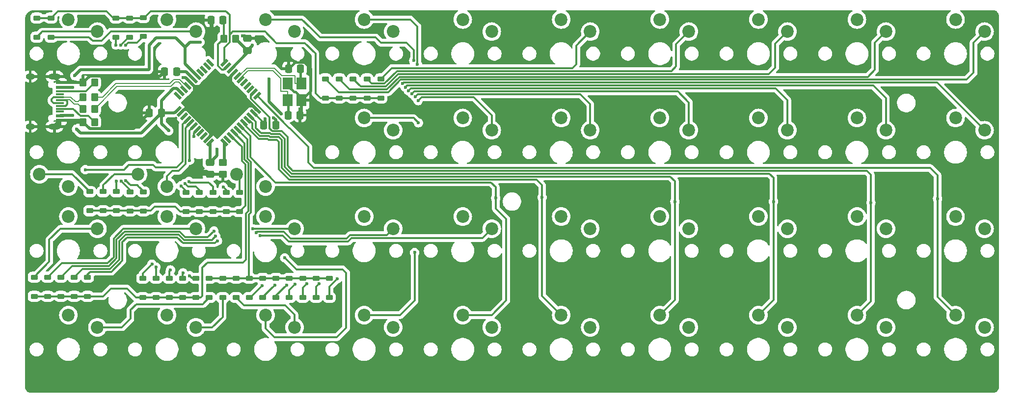
<source format=gbl>
G04 #@! TF.GenerationSoftware,KiCad,Pcbnew,8.0.9-8.0.9-0~ubuntu22.04.1*
G04 #@! TF.CreationDate,2025-05-22T00:01:40+08:00*
G04 #@! TF.ProjectId,macropad,6d616372-6f70-4616-942e-6b696361645f,rev?*
G04 #@! TF.SameCoordinates,Original*
G04 #@! TF.FileFunction,Copper,L2,Bot*
G04 #@! TF.FilePolarity,Positive*
%FSLAX46Y46*%
G04 Gerber Fmt 4.6, Leading zero omitted, Abs format (unit mm)*
G04 Created by KiCad (PCBNEW 8.0.9-8.0.9-0~ubuntu22.04.1) date 2025-05-22 00:01:40*
%MOMM*%
%LPD*%
G01*
G04 APERTURE LIST*
G04 Aperture macros list*
%AMRoundRect*
0 Rectangle with rounded corners*
0 $1 Rounding radius*
0 $2 $3 $4 $5 $6 $7 $8 $9 X,Y pos of 4 corners*
0 Add a 4 corners polygon primitive as box body*
4,1,4,$2,$3,$4,$5,$6,$7,$8,$9,$2,$3,0*
0 Add four circle primitives for the rounded corners*
1,1,$1+$1,$2,$3*
1,1,$1+$1,$4,$5*
1,1,$1+$1,$6,$7*
1,1,$1+$1,$8,$9*
0 Add four rect primitives between the rounded corners*
20,1,$1+$1,$2,$3,$4,$5,0*
20,1,$1+$1,$4,$5,$6,$7,0*
20,1,$1+$1,$6,$7,$8,$9,0*
20,1,$1+$1,$8,$9,$2,$3,0*%
%AMRotRect*
0 Rectangle, with rotation*
0 The origin of the aperture is its center*
0 $1 length*
0 $2 width*
0 $3 Rotation angle, in degrees counterclockwise*
0 Add horizontal line*
21,1,$1,$2,0,0,$3*%
G04 Aperture macros list end*
G04 #@! TA.AperFunction,ComponentPad*
%ADD10C,2.200000*%
G04 #@! TD*
G04 #@! TA.AperFunction,SMDPad,CuDef*
%ADD11RoundRect,0.225000X0.375000X-0.225000X0.375000X0.225000X-0.375000X0.225000X-0.375000X-0.225000X0*%
G04 #@! TD*
G04 #@! TA.AperFunction,SMDPad,CuDef*
%ADD12RoundRect,0.250000X-0.337500X-0.475000X0.337500X-0.475000X0.337500X0.475000X-0.337500X0.475000X0*%
G04 #@! TD*
G04 #@! TA.AperFunction,SMDPad,CuDef*
%ADD13RoundRect,0.225000X-0.375000X0.225000X-0.375000X-0.225000X0.375000X-0.225000X0.375000X0.225000X0*%
G04 #@! TD*
G04 #@! TA.AperFunction,SMDPad,CuDef*
%ADD14RoundRect,0.250000X-0.350000X-0.450000X0.350000X-0.450000X0.350000X0.450000X-0.350000X0.450000X0*%
G04 #@! TD*
G04 #@! TA.AperFunction,SMDPad,CuDef*
%ADD15RoundRect,0.250000X0.350000X0.450000X-0.350000X0.450000X-0.350000X-0.450000X0.350000X-0.450000X0*%
G04 #@! TD*
G04 #@! TA.AperFunction,SMDPad,CuDef*
%ADD16RoundRect,0.250000X0.337500X0.475000X-0.337500X0.475000X-0.337500X-0.475000X0.337500X-0.475000X0*%
G04 #@! TD*
G04 #@! TA.AperFunction,SMDPad,CuDef*
%ADD17RoundRect,0.250000X0.475000X-0.337500X0.475000X0.337500X-0.475000X0.337500X-0.475000X-0.337500X0*%
G04 #@! TD*
G04 #@! TA.AperFunction,SMDPad,CuDef*
%ADD18RoundRect,0.250000X-0.475000X0.337500X-0.475000X-0.337500X0.475000X-0.337500X0.475000X0.337500X0*%
G04 #@! TD*
G04 #@! TA.AperFunction,SMDPad,CuDef*
%ADD19R,1.800000X2.100000*%
G04 #@! TD*
G04 #@! TA.AperFunction,SMDPad,CuDef*
%ADD20RoundRect,0.250000X-0.450000X0.350000X-0.450000X-0.350000X0.450000X-0.350000X0.450000X0.350000X0*%
G04 #@! TD*
G04 #@! TA.AperFunction,SMDPad,CuDef*
%ADD21R,1.450000X0.600000*%
G04 #@! TD*
G04 #@! TA.AperFunction,SMDPad,CuDef*
%ADD22R,1.450000X0.300000*%
G04 #@! TD*
G04 #@! TA.AperFunction,HeatsinkPad*
%ADD23O,1.600000X1.000000*%
G04 #@! TD*
G04 #@! TA.AperFunction,HeatsinkPad*
%ADD24O,2.100000X1.000000*%
G04 #@! TD*
G04 #@! TA.AperFunction,SMDPad,CuDef*
%ADD25RotRect,1.500000X0.550000X315.000000*%
G04 #@! TD*
G04 #@! TA.AperFunction,SMDPad,CuDef*
%ADD26RotRect,1.500000X0.550000X225.000000*%
G04 #@! TD*
G04 #@! TA.AperFunction,ViaPad*
%ADD27C,0.600000*%
G04 #@! TD*
G04 #@! TA.AperFunction,Conductor*
%ADD28C,0.500000*%
G04 #@! TD*
G04 #@! TA.AperFunction,Conductor*
%ADD29C,0.400000*%
G04 #@! TD*
G04 #@! TA.AperFunction,Conductor*
%ADD30C,0.200000*%
G04 #@! TD*
G04 #@! TA.AperFunction,Conductor*
%ADD31C,0.300000*%
G04 #@! TD*
G04 APERTURE END LIST*
D10*
X163000000Y-110800000D03*
X168000000Y-112900000D03*
X214000000Y-93800000D03*
X219000000Y-95900000D03*
X197000000Y-93800000D03*
X202000000Y-95900000D03*
X95000000Y-59800000D03*
X100000000Y-61900000D03*
X129000000Y-59800000D03*
X134000000Y-61900000D03*
X78000000Y-93800000D03*
X83000000Y-95900000D03*
X163000000Y-59800000D03*
X168000000Y-61900000D03*
X146000000Y-110800000D03*
X151000000Y-112900000D03*
X78000000Y-59800000D03*
X83000000Y-61900000D03*
X197000000Y-110800000D03*
X202000000Y-112900000D03*
X129000000Y-93800000D03*
X134000000Y-95900000D03*
X163000000Y-76800000D03*
X168000000Y-78900000D03*
X112000000Y-59800000D03*
X117000000Y-61900000D03*
X180000000Y-110800000D03*
X185000000Y-112900000D03*
X129000000Y-110800000D03*
X134000000Y-112900000D03*
X180000000Y-59800000D03*
X185000000Y-61900000D03*
X214000000Y-110800000D03*
X219000000Y-112900000D03*
X61000000Y-59800000D03*
X66000000Y-61900000D03*
X95000000Y-93800000D03*
X100000000Y-95900000D03*
X146000000Y-76800000D03*
X151000000Y-78900000D03*
X78000000Y-88600000D03*
X73000000Y-86500000D03*
X95000000Y-88600000D03*
X90000000Y-86500000D03*
X61000000Y-93800000D03*
X66000000Y-95900000D03*
X112000000Y-110800000D03*
X117000000Y-112900000D03*
X61000000Y-88600000D03*
X56000000Y-86500000D03*
X78000000Y-110800000D03*
X83000000Y-112900000D03*
X197000000Y-59800000D03*
X202000000Y-61900000D03*
X112000000Y-76800000D03*
X117000000Y-78900000D03*
X180000000Y-76800000D03*
X185000000Y-78900000D03*
X129000000Y-76800000D03*
X134000000Y-78900000D03*
X214000000Y-59800000D03*
X219000000Y-61900000D03*
X214000000Y-76800000D03*
X219000000Y-78900000D03*
X163000000Y-93800000D03*
X168000000Y-95900000D03*
X95000000Y-110800000D03*
X100000000Y-112900000D03*
X146000000Y-93800000D03*
X151000000Y-95900000D03*
X112000000Y-93800000D03*
X117000000Y-95900000D03*
X180000000Y-93800000D03*
X185000000Y-95900000D03*
X61000000Y-110800000D03*
X66000000Y-112900000D03*
X146000000Y-59800000D03*
X151000000Y-61900000D03*
X197000000Y-76800000D03*
X202000000Y-78900000D03*
D11*
X83600000Y-92950000D03*
X83600000Y-89650000D03*
X69300000Y-92800000D03*
X69300000Y-89500000D03*
X78400000Y-107750000D03*
X78400000Y-104450000D03*
X112500000Y-73350000D03*
X112500000Y-70050000D03*
X73800000Y-107750000D03*
X73800000Y-104450000D03*
D12*
X98962500Y-68300000D03*
X101037500Y-68300000D03*
D13*
X71555556Y-59550000D03*
X71555556Y-62850000D03*
D14*
X63500000Y-73200000D03*
X65500000Y-73200000D03*
D11*
X90500000Y-92950000D03*
X90500000Y-89650000D03*
D13*
X87600000Y-104450000D03*
X87600000Y-107750000D03*
X101400000Y-104450000D03*
X101400000Y-107750000D03*
D11*
X81300000Y-92950000D03*
X81300000Y-89650000D03*
X67000000Y-92800000D03*
X67000000Y-89500000D03*
D13*
X99100000Y-104450000D03*
X99100000Y-107750000D03*
D15*
X65500000Y-77500000D03*
X63500000Y-77500000D03*
D12*
X85600000Y-59900000D03*
X87675000Y-59900000D03*
D11*
X73900000Y-92850000D03*
X73900000Y-89550000D03*
D16*
X77037500Y-75900000D03*
X74962500Y-75900000D03*
D12*
X94662500Y-78000000D03*
X96737500Y-78000000D03*
D13*
X96800000Y-104450000D03*
X96800000Y-107750000D03*
D11*
X76100000Y-107750000D03*
X76100000Y-104450000D03*
X114900000Y-73350000D03*
X114900000Y-70050000D03*
D13*
X55555556Y-59550000D03*
X55555556Y-62850000D03*
D17*
X91900000Y-65137500D03*
X91900000Y-63062500D03*
D11*
X64666667Y-92800000D03*
X64666667Y-89500000D03*
X64300000Y-107550000D03*
X64300000Y-104250000D03*
D15*
X65500000Y-75200000D03*
X63500000Y-75200000D03*
D11*
X55100000Y-107550000D03*
X55100000Y-104250000D03*
D13*
X94500000Y-104450000D03*
X94500000Y-107750000D03*
D16*
X79637500Y-68800000D03*
X77562500Y-68800000D03*
D11*
X85900000Y-92950000D03*
X85900000Y-89650000D03*
X105300000Y-73350000D03*
X105300000Y-70050000D03*
D18*
X85400000Y-84462500D03*
X85400000Y-86537500D03*
D13*
X85300000Y-104450000D03*
X85300000Y-107750000D03*
D19*
X98850000Y-73750000D03*
X98850000Y-70850000D03*
X101150000Y-70850000D03*
X101150000Y-73750000D03*
D13*
X69200000Y-59550000D03*
X69200000Y-62850000D03*
D11*
X59700000Y-107550000D03*
X59700000Y-104250000D03*
D13*
X58000000Y-59550000D03*
X58000000Y-62850000D03*
D11*
X62000000Y-107550000D03*
X62000000Y-104250000D03*
X83000000Y-107750000D03*
X83000000Y-104450000D03*
X80700000Y-107750000D03*
X80700000Y-104450000D03*
X71600000Y-92850000D03*
X71600000Y-89550000D03*
D13*
X73900000Y-59450000D03*
X73900000Y-62750000D03*
X92200000Y-104450000D03*
X92200000Y-107750000D03*
X89900000Y-104450000D03*
X89900000Y-107750000D03*
X106000000Y-104450000D03*
X106000000Y-107750000D03*
D15*
X65500000Y-70700000D03*
X63500000Y-70700000D03*
D20*
X87600000Y-84500000D03*
X87600000Y-86500000D03*
D11*
X88200000Y-92950000D03*
X88200000Y-89650000D03*
X107700000Y-73350000D03*
X107700000Y-70050000D03*
X110111108Y-73350000D03*
X110111108Y-70050000D03*
D21*
X59500000Y-77200000D03*
X59500000Y-76400000D03*
D22*
X59500000Y-75200000D03*
X59500000Y-74200000D03*
X59500000Y-73700000D03*
X59500000Y-72700000D03*
D21*
X59500000Y-71500000D03*
X59500000Y-70700000D03*
X59500000Y-70700000D03*
X59500000Y-71500000D03*
D22*
X59500000Y-72200000D03*
X59500000Y-73200000D03*
X59500000Y-74700000D03*
X59500000Y-75700000D03*
D21*
X59500000Y-76400000D03*
X59500000Y-77200000D03*
D23*
X54405000Y-78270000D03*
D24*
X58585000Y-78270000D03*
D23*
X54405000Y-69630000D03*
D24*
X58585000Y-69630000D03*
D25*
X79810555Y-72967409D03*
X80376241Y-72401724D03*
X80941926Y-71836039D03*
X81507611Y-71270353D03*
X82073297Y-70704668D03*
X82638982Y-70138982D03*
X83204668Y-69573297D03*
X83770353Y-69007611D03*
X84336039Y-68441926D03*
X84901724Y-67876241D03*
X85467409Y-67310555D03*
D26*
X87871573Y-67310555D03*
X88437258Y-67876241D03*
X89002943Y-68441926D03*
X89568629Y-69007611D03*
X90134314Y-69573297D03*
X90700000Y-70138982D03*
X91265685Y-70704668D03*
X91831371Y-71270353D03*
X92397056Y-71836039D03*
X92962741Y-72401724D03*
X93528427Y-72967409D03*
D25*
X93528427Y-75371573D03*
X92962741Y-75937258D03*
X92397056Y-76502943D03*
X91831371Y-77068629D03*
X91265685Y-77634314D03*
X90700000Y-78200000D03*
X90134314Y-78765685D03*
X89568629Y-79331371D03*
X89002943Y-79897056D03*
X88437258Y-80462741D03*
X87871573Y-81028427D03*
D26*
X85467409Y-81028427D03*
X84901724Y-80462741D03*
X84336039Y-79897056D03*
X83770353Y-79331371D03*
X83204668Y-78765685D03*
X82638982Y-78200000D03*
X82073297Y-77634314D03*
X81507611Y-77068629D03*
X80941926Y-76502943D03*
X80376241Y-75937258D03*
X79810555Y-75371573D03*
D15*
X89800000Y-63100000D03*
X87800000Y-63100000D03*
D11*
X57400000Y-107550000D03*
X57400000Y-104250000D03*
D16*
X100937500Y-76300000D03*
X98862500Y-76300000D03*
D13*
X103700000Y-104450000D03*
X103700000Y-107750000D03*
D27*
X56000000Y-76000000D03*
X107000000Y-68000000D03*
X109000000Y-68000000D03*
X62600000Y-77200000D03*
X108000000Y-68000000D03*
X105000000Y-111000000D03*
X91600000Y-75000000D03*
X80800000Y-69800000D03*
X97000000Y-113000000D03*
X71000000Y-84000000D03*
X64000000Y-60000000D03*
X56000000Y-74000000D03*
X87000000Y-77000000D03*
X58000000Y-121000000D03*
X85000000Y-77000000D03*
X91000000Y-62600000D03*
X83000000Y-86000000D03*
X106000000Y-62000000D03*
X56000000Y-72000000D03*
X220000000Y-121000000D03*
X104000000Y-111000000D03*
X83000000Y-87000000D03*
X105000000Y-112000000D03*
X123100000Y-59000000D03*
X86000000Y-78000000D03*
X56000000Y-121000000D03*
X69000000Y-77000000D03*
X107000000Y-58900000D03*
X75000000Y-88000000D03*
X218000000Y-121000000D03*
X71000000Y-77000000D03*
X104000000Y-112000000D03*
X62600000Y-70700000D03*
X77000000Y-80000000D03*
X82000000Y-86000000D03*
X85800000Y-64600000D03*
X76812500Y-69550000D03*
X86000000Y-76000000D03*
X89000000Y-106000000D03*
X91000000Y-106000000D03*
X110000000Y-68000000D03*
X96370889Y-76729111D03*
X182600000Y-91200000D03*
X63900000Y-85700000D03*
X210900000Y-90700000D03*
X134700000Y-90600000D03*
X199400000Y-91400000D03*
X120550000Y-66900000D03*
X98300000Y-100900000D03*
X81900000Y-84100000D03*
X121350000Y-77621428D03*
X121200000Y-67550000D03*
X120700000Y-100000000D03*
X82600000Y-80000000D03*
X165600000Y-91200000D03*
X97700000Y-76100000D03*
X61700000Y-71500000D03*
X95600000Y-70100000D03*
X78300000Y-79000000D03*
X92700000Y-64200000D03*
X61700000Y-76300000D03*
X83700000Y-63700000D03*
X86600000Y-82200000D03*
X94900000Y-76900000D03*
X62400000Y-78700000D03*
X62100000Y-69500000D03*
X142700000Y-90500000D03*
X87700000Y-88700000D03*
X81815544Y-87742228D03*
X121300330Y-73800460D03*
X81100000Y-88100000D03*
X120834599Y-73150000D03*
X80400000Y-88500000D03*
X120253650Y-72600000D03*
X119629149Y-72100000D03*
X70909620Y-87590380D03*
X119100000Y-71500000D03*
X70100000Y-87700000D03*
X69300000Y-87700000D03*
X118600000Y-70850000D03*
X92788258Y-95900000D03*
X86100000Y-96300000D03*
X86400000Y-97200000D03*
X93362068Y-96550000D03*
X94089811Y-97050000D03*
X86715136Y-98000000D03*
X75400000Y-102000000D03*
X76100000Y-102500000D03*
X78600000Y-103000000D03*
X80750000Y-103500000D03*
X81900000Y-104000000D03*
X94400000Y-105700000D03*
X96600000Y-105600000D03*
X98600000Y-105600000D03*
X100100000Y-105500000D03*
X102100000Y-105400000D03*
X104200000Y-105400000D03*
X107400000Y-104500000D03*
X70909622Y-64209621D03*
X70000003Y-64200000D03*
X69200000Y-64200000D03*
D28*
X79637500Y-68800000D02*
X81300000Y-68800000D01*
X81300000Y-68800000D02*
X82638982Y-70138982D01*
D29*
X98862500Y-73762500D02*
X98850000Y-73750000D01*
D30*
X98850000Y-72200000D02*
X97650000Y-72200000D01*
X98850000Y-73750000D02*
X98850000Y-72200000D01*
X91966496Y-68625000D02*
X90700000Y-69891496D01*
D29*
X98862500Y-76300000D02*
X98862500Y-73762500D01*
D30*
X97650000Y-69968199D02*
X96306801Y-68625000D01*
X96306801Y-68625000D02*
X91966496Y-68625000D01*
X90700000Y-69891496D02*
X90700000Y-70138982D01*
X97650000Y-72200000D02*
X97650000Y-69968199D01*
X91780098Y-68175000D02*
X90381801Y-69573297D01*
X96493199Y-68175000D02*
X91780098Y-68175000D01*
X101150000Y-70850000D02*
X100050000Y-70850000D01*
D29*
X101037500Y-68300000D02*
X101037500Y-70737500D01*
X101037500Y-70737500D02*
X101150000Y-70850000D01*
D30*
X97818199Y-69500000D02*
X96493199Y-68175000D01*
X90381801Y-69573297D02*
X90134314Y-69573297D01*
X100050000Y-70850000D02*
X100050000Y-69500000D01*
X100050000Y-69500000D02*
X97818199Y-69500000D01*
D28*
X59500000Y-70700000D02*
X62600000Y-70700000D01*
X90601991Y-74762474D02*
X84901724Y-80462741D01*
X62600000Y-77200000D02*
X63200000Y-77200000D01*
X58585000Y-78115000D02*
X59500000Y-77200000D01*
X88959530Y-70808058D02*
X93523045Y-75371573D01*
X88959530Y-69616710D02*
X88959530Y-70808058D01*
D29*
X98850000Y-70850000D02*
X98850000Y-71250000D01*
D28*
X58585000Y-69630000D02*
X58585000Y-69785000D01*
D29*
X102800000Y-68300000D02*
X102800000Y-72100000D01*
D28*
X58585000Y-69785000D02*
X59500000Y-70700000D01*
X63500000Y-70700000D02*
X62600000Y-70700000D01*
X82682395Y-71313766D02*
X87262474Y-71313766D01*
X64650000Y-78650000D02*
X72212500Y-78650000D01*
X82000000Y-86000000D02*
X83000000Y-86000000D01*
X93422362Y-75371573D02*
X92813263Y-74762474D01*
X82000000Y-86000000D02*
X83000000Y-87000000D01*
X93528427Y-75371573D02*
X93422362Y-75371573D01*
X85800000Y-60100000D02*
X85600000Y-59900000D01*
X82073297Y-70704668D02*
X82682395Y-71313766D01*
X82000000Y-86000000D02*
X84862500Y-86000000D01*
D29*
X99900000Y-72300000D02*
X100150000Y-72300000D01*
D28*
X63200000Y-77200000D02*
X63500000Y-77500000D01*
X92813263Y-74762474D02*
X90601991Y-74762474D01*
X81464198Y-75328159D02*
X80985340Y-75328159D01*
X54405000Y-78270000D02*
X58585000Y-78270000D01*
X83000000Y-86000000D02*
X83000000Y-87000000D01*
X87562500Y-86537500D02*
X87600000Y-86500000D01*
D29*
X101675000Y-67175000D02*
X102800000Y-68300000D01*
X101150000Y-76087500D02*
X100937500Y-76300000D01*
D28*
X93523045Y-75371573D02*
X93528427Y-75371573D01*
X89568629Y-69007611D02*
X88959530Y-69616710D01*
X81168629Y-69800000D02*
X80800000Y-69800000D01*
X80376241Y-75937258D02*
X82682395Y-73631104D01*
D29*
X100150000Y-72300000D02*
X101150000Y-73300000D01*
D28*
X64650000Y-69550000D02*
X76812500Y-69550000D01*
D29*
X100087500Y-67175000D02*
X101675000Y-67175000D01*
D28*
X58585000Y-78270000D02*
X58585000Y-78115000D01*
X91600000Y-75000000D02*
X91837526Y-74762474D01*
X91000000Y-62600000D02*
X91437500Y-62600000D01*
X54405000Y-69630000D02*
X58585000Y-69630000D01*
X80985340Y-75328159D02*
X80376241Y-75937258D01*
X91837526Y-74762474D02*
X92813263Y-74762474D01*
X85510823Y-79374784D02*
X81464198Y-75328159D01*
X85510823Y-79853642D02*
X85510823Y-79374784D01*
X87262474Y-71313766D02*
X89568629Y-69007611D01*
X72212500Y-78650000D02*
X74962500Y-75900000D01*
X63500000Y-70700000D02*
X64650000Y-69550000D01*
D29*
X102800000Y-72100000D02*
X101150000Y-73750000D01*
D28*
X82682395Y-73631104D02*
X82682395Y-71313766D01*
X84901724Y-80462741D02*
X85510823Y-79853642D01*
D29*
X101150000Y-73300000D02*
X101150000Y-73750000D01*
D28*
X85800000Y-64600000D02*
X85800000Y-60100000D01*
X85400000Y-86537500D02*
X87562500Y-86537500D01*
X63500000Y-77500000D02*
X64650000Y-78650000D01*
X91437500Y-62600000D02*
X91900000Y-63062500D01*
X83000000Y-86000000D02*
X84862500Y-86000000D01*
D29*
X98962500Y-68300000D02*
X100087500Y-67175000D01*
D28*
X96737500Y-78000000D02*
X96737500Y-77095722D01*
X59500000Y-77200000D02*
X62600000Y-77200000D01*
X82073297Y-70704668D02*
X81168629Y-69800000D01*
D29*
X101150000Y-73750000D02*
X101150000Y-76087500D01*
D28*
X96737500Y-77095722D02*
X96370889Y-76729111D01*
X84862500Y-86000000D02*
X85400000Y-86537500D01*
D29*
X98850000Y-71250000D02*
X99900000Y-72300000D01*
D28*
X76812500Y-69550000D02*
X77562500Y-68800000D01*
D31*
X182600000Y-108200000D02*
X180000000Y-110800000D01*
X93300000Y-77405887D02*
X92397056Y-76502943D01*
X97475000Y-79575000D02*
X95937437Y-79575000D01*
X182600000Y-91200000D02*
X182600000Y-108200000D01*
X98300000Y-85214212D02*
X98300000Y-80400000D01*
X182600000Y-87100000D02*
X181900000Y-86400000D01*
X99485788Y-86400000D02*
X98300000Y-85214212D01*
X95937437Y-79575000D02*
X95762437Y-79400000D01*
X95762437Y-79400000D02*
X94200000Y-79400000D01*
X182600000Y-91200000D02*
X182600000Y-87100000D01*
X93300000Y-78500000D02*
X93300000Y-77405887D01*
X94200000Y-79400000D02*
X93300000Y-78500000D01*
X181900000Y-86400000D02*
X99485788Y-86400000D01*
X98300000Y-80400000D02*
X97475000Y-79575000D01*
D28*
X87871573Y-84228427D02*
X87600000Y-84500000D01*
X87871573Y-81028427D02*
X87871573Y-84228427D01*
D31*
X80700000Y-84300000D02*
X80700000Y-77876240D01*
X75600000Y-84900000D02*
X76000000Y-85300000D01*
X71400000Y-84900000D02*
X75600000Y-84900000D01*
X80700000Y-77876240D02*
X81507611Y-77068629D01*
X63900000Y-85700000D02*
X70600000Y-85700000D01*
X76000000Y-85300000D02*
X79700000Y-85300000D01*
X70600000Y-85700000D02*
X71400000Y-84900000D01*
X79700000Y-85300000D02*
X80700000Y-84300000D01*
X99138982Y-78538982D02*
X99100000Y-78538982D01*
X210900000Y-86700000D02*
X209600000Y-85400000D01*
X103300000Y-85400000D02*
X102400000Y-84500000D01*
X210900000Y-107700000D02*
X214000000Y-110800000D01*
X209600000Y-85400000D02*
X103300000Y-85400000D01*
X102400000Y-84500000D02*
X102400000Y-81800000D01*
X99100000Y-78538982D02*
X93528427Y-72967409D01*
X102400000Y-81800000D02*
X99138982Y-78538982D01*
X210900000Y-90700000D02*
X210900000Y-107700000D01*
X210900000Y-90700000D02*
X210900000Y-86700000D01*
X134000000Y-110800000D02*
X129000000Y-110800000D01*
X134700000Y-92400000D02*
X136500000Y-94200000D01*
X92400000Y-83578681D02*
X96721319Y-87900000D01*
X92400000Y-79900000D02*
X92400000Y-83578681D01*
X136500000Y-94200000D02*
X136500000Y-108300000D01*
X134700000Y-88700000D02*
X134700000Y-90600000D01*
X133900000Y-87900000D02*
X134700000Y-88700000D01*
X136500000Y-108300000D02*
X134000000Y-110800000D01*
X96721319Y-87900000D02*
X133900000Y-87900000D01*
X134700000Y-90600000D02*
X134700000Y-92400000D01*
X90700000Y-78200000D02*
X92400000Y-79900000D01*
X199400000Y-91400000D02*
X199400000Y-108400000D01*
X198700000Y-85900000D02*
X99692894Y-85900000D01*
X92453643Y-72910822D02*
X92962741Y-72401724D01*
X199400000Y-91400000D02*
X199400000Y-86600000D01*
X97775000Y-79075000D02*
X96144544Y-79075000D01*
X92453643Y-73453643D02*
X92453643Y-72910822D01*
X199400000Y-108400000D02*
X197000000Y-110800000D01*
X95700000Y-78630456D02*
X95700000Y-76659262D01*
X93337527Y-74296789D02*
X93296789Y-74296789D01*
X99692894Y-85900000D02*
X98800000Y-85007106D01*
X199400000Y-86600000D02*
X198700000Y-85900000D01*
X93296789Y-74296789D02*
X92453643Y-73453643D01*
X96144544Y-79075000D02*
X95700000Y-78630456D01*
X95700000Y-76659262D02*
X93337527Y-74296789D01*
X98800000Y-85007106D02*
X98800000Y-80100000D01*
X98800000Y-80100000D02*
X97775000Y-79075000D01*
D30*
X62625000Y-73975000D02*
X62193200Y-73975000D01*
D31*
X58100000Y-73900000D02*
X58400000Y-74200000D01*
D30*
X62193200Y-73975000D02*
X61418200Y-73200000D01*
D31*
X58400000Y-74200000D02*
X59500000Y-74200000D01*
X59500000Y-73200000D02*
X58425000Y-73200000D01*
X58425000Y-73200000D02*
X58100000Y-73525000D01*
D30*
X63400000Y-73200000D02*
X62625000Y-73975000D01*
X63500000Y-73200000D02*
X63400000Y-73200000D01*
X61418200Y-73200000D02*
X59500000Y-73200000D01*
D31*
X58100000Y-73525000D02*
X58100000Y-73900000D01*
X119300000Y-63800000D02*
X120600000Y-65100000D01*
X108300000Y-102900000D02*
X108900000Y-103500000D01*
X114000000Y-62900000D02*
X114900000Y-63800000D01*
X81900000Y-84100000D02*
X81900000Y-78938982D01*
X115000000Y-63800000D02*
X119300000Y-63800000D01*
X102700000Y-61200000D02*
X104400000Y-62900000D01*
X108900000Y-113000000D02*
X107300000Y-114600000D01*
X98300000Y-100900000D02*
X100300000Y-102900000D01*
X120600000Y-65100000D02*
X120600000Y-66850000D01*
X81900000Y-78938982D02*
X82638982Y-78200000D01*
X107300000Y-114600000D02*
X96500000Y-114600000D01*
X114900000Y-63800000D02*
X115000000Y-63800000D01*
X101300000Y-59800000D02*
X102700000Y-61200000D01*
X96500000Y-114600000D02*
X95000000Y-113100000D01*
X108900000Y-103500000D02*
X108900000Y-113000000D01*
X100300000Y-102900000D02*
X108300000Y-102900000D01*
X104400000Y-62900000D02*
X114000000Y-62900000D01*
X95000000Y-59800000D02*
X101300000Y-59800000D01*
X95000000Y-113100000D02*
X95000000Y-110800000D01*
X120600000Y-66850000D02*
X120550000Y-66900000D01*
X120528572Y-76800000D02*
X121350000Y-77621428D01*
X120000000Y-59800000D02*
X112000000Y-59800000D01*
X118200000Y-110800000D02*
X112000000Y-110800000D01*
X112000000Y-76800000D02*
X120528572Y-76800000D01*
X83204668Y-78765685D02*
X82600000Y-79370353D01*
X121200000Y-61000000D02*
X120000000Y-59800000D01*
X120700000Y-108300000D02*
X118200000Y-110800000D01*
X120700000Y-100000000D02*
X120700000Y-108300000D01*
X121200000Y-67550000D02*
X121200000Y-61000000D01*
X82600000Y-79370353D02*
X82600000Y-80000000D01*
X78000000Y-88600000D02*
X78000000Y-86800000D01*
X81200000Y-78507611D02*
X82073297Y-77634314D01*
X80000000Y-85900000D02*
X81200000Y-84700000D01*
X81200000Y-84700000D02*
X81200000Y-78507611D01*
X78000000Y-86800000D02*
X78900000Y-85900000D01*
X78900000Y-85900000D02*
X80000000Y-85900000D01*
X91500000Y-84800000D02*
X91500000Y-91950000D01*
X90900000Y-81794113D02*
X90900000Y-84200000D01*
X79400000Y-92100000D02*
X75900000Y-92100000D01*
X75900000Y-92100000D02*
X75200000Y-92800000D01*
X81266667Y-92950000D02*
X80250000Y-92950000D01*
X90900000Y-84200000D02*
X91500000Y-84800000D01*
X91500000Y-91950000D02*
X90500000Y-92950000D01*
X80250000Y-92950000D02*
X79400000Y-92100000D01*
X75200000Y-92800000D02*
X73900000Y-92800000D01*
X89002943Y-79897056D02*
X90900000Y-81794113D01*
X73900000Y-92800000D02*
X64666667Y-92800000D01*
X90500000Y-92950000D02*
X81266667Y-92950000D01*
X97800000Y-80607106D02*
X97267894Y-80075000D01*
X165600000Y-91200000D02*
X165600000Y-108200000D01*
X95730330Y-80075000D02*
X95555330Y-79900000D01*
X99278682Y-86900000D02*
X97800000Y-85421318D01*
X97267894Y-80075000D02*
X95730330Y-80075000D01*
X92700000Y-77700000D02*
X92068629Y-77068629D01*
X164800000Y-86900000D02*
X99278682Y-86900000D01*
X95555330Y-79900000D02*
X93990990Y-79900000D01*
X93990990Y-79900000D02*
X92700000Y-78609010D01*
X165600000Y-87700000D02*
X164800000Y-86900000D01*
X97800000Y-85421318D02*
X97800000Y-80607106D01*
X165600000Y-91200000D02*
X165600000Y-87700000D01*
X92068629Y-77068629D02*
X91831371Y-77068629D01*
X92700000Y-78609010D02*
X92700000Y-77700000D01*
X165600000Y-108200000D02*
X163000000Y-110800000D01*
D28*
X61700000Y-76300000D02*
X59600000Y-76300000D01*
X77037500Y-75900000D02*
X77037500Y-73758518D01*
D31*
X94662500Y-77637017D02*
X94662500Y-78000000D01*
D28*
X62400000Y-78700000D02*
X63100000Y-79400000D01*
X85400000Y-84462500D02*
X85400000Y-81095836D01*
X92700000Y-64200000D02*
X92700000Y-64337500D01*
X79500000Y-63000000D02*
X81100000Y-64600000D01*
X81100000Y-64600000D02*
X82000000Y-63700000D01*
X94900000Y-77762500D02*
X94662500Y-78000000D01*
X94900000Y-76900000D02*
X94900000Y-77762500D01*
D31*
X92962741Y-75937258D02*
X94662500Y-77637017D01*
D28*
X95600000Y-74000000D02*
X95600000Y-70100000D01*
X89862500Y-63100000D02*
X91900000Y-65137500D01*
X86600000Y-83262500D02*
X85400000Y-84462500D01*
X79674517Y-71700000D02*
X80376241Y-72401724D01*
X63100000Y-79400000D02*
X73537500Y-79400000D01*
X81100000Y-64600000D02*
X81100000Y-67468629D01*
X91900000Y-65544869D02*
X89002943Y-68441926D01*
X77037500Y-73758518D02*
X79096018Y-71700000D01*
X77037500Y-75900000D02*
X77037500Y-77737500D01*
X74900000Y-68400000D02*
X74900000Y-64200000D01*
X91900000Y-65137500D02*
X91900000Y-65544869D01*
X86600000Y-82200000D02*
X86600000Y-83262500D01*
X74800000Y-68500000D02*
X74900000Y-68400000D01*
X79096018Y-71700000D02*
X79674517Y-71700000D01*
X89800000Y-63100000D02*
X89862500Y-63100000D01*
X81100000Y-67468629D02*
X83204668Y-69573297D01*
X62100000Y-69500000D02*
X63100000Y-68500000D01*
X92700000Y-64337500D02*
X91900000Y-65137500D01*
X77037500Y-75900000D02*
X79282128Y-75900000D01*
X97700000Y-76100000D02*
X95600000Y-74000000D01*
X74900000Y-64200000D02*
X76100000Y-63000000D01*
X79282128Y-75900000D02*
X79810555Y-75371573D01*
X76100000Y-63000000D02*
X79500000Y-63000000D01*
X59600000Y-76300000D02*
X59500000Y-76400000D01*
X73537500Y-79400000D02*
X77037500Y-75900000D01*
X85400000Y-81095836D02*
X85467409Y-81028427D01*
X59500000Y-71500000D02*
X61700000Y-71500000D01*
X63100000Y-68500000D02*
X74800000Y-68500000D01*
X82000000Y-63700000D02*
X83700000Y-63700000D01*
X77037500Y-77737500D02*
X78300000Y-79000000D01*
D31*
X92138258Y-93438257D02*
X92138258Y-104388258D01*
X90134314Y-78765685D02*
X91900000Y-80531371D01*
X92138258Y-104388258D02*
X92200000Y-104450000D01*
X91900000Y-80531371D02*
X91900000Y-83785788D01*
X92500000Y-93076515D02*
X92138258Y-93438257D01*
X85300000Y-104450000D02*
X106000000Y-104450000D01*
X91900000Y-83785788D02*
X92500000Y-84385788D01*
X92500000Y-84385788D02*
X92500000Y-93076515D01*
X97300000Y-85628424D02*
X99071576Y-87400000D01*
X142700000Y-90500000D02*
X142700000Y-107500000D01*
X142700000Y-88400000D02*
X142700000Y-90500000D01*
X96975000Y-80575000D02*
X97300000Y-80900000D01*
X95523223Y-80575000D02*
X96975000Y-80575000D01*
X95348223Y-80400000D02*
X95523223Y-80575000D01*
X99071576Y-87400000D02*
X141700000Y-87400000D01*
X91265685Y-77634314D02*
X91265685Y-77685355D01*
X91265685Y-77634314D02*
X91265685Y-77881801D01*
X142700000Y-107500000D02*
X146000000Y-110800000D01*
X91265685Y-77881801D02*
X93783884Y-80400000D01*
X97300000Y-80900000D02*
X97300000Y-85628424D01*
X141700000Y-87400000D02*
X142700000Y-88400000D01*
X93783884Y-80400000D02*
X95348223Y-80400000D01*
X71100000Y-106200000D02*
X68300000Y-106200000D01*
X89568629Y-79331371D02*
X91400000Y-81162742D01*
X84100000Y-102600000D02*
X84100000Y-107500000D01*
X92000000Y-84592894D02*
X92000000Y-92869408D01*
X66950000Y-107550000D02*
X64300000Y-107550000D01*
X83000000Y-107750000D02*
X73800000Y-107750000D01*
X91600000Y-93269408D02*
X91600000Y-101200000D01*
X92000000Y-92869408D02*
X91600000Y-93269408D01*
X84100000Y-107500000D02*
X83850000Y-107750000D01*
X72650000Y-107750000D02*
X71100000Y-106200000D01*
X91400000Y-81162742D02*
X91400000Y-83992894D01*
X64300000Y-107550000D02*
X55100000Y-107550000D01*
X85000000Y-101700000D02*
X84100000Y-102600000D01*
X91100000Y-101700000D02*
X85000000Y-101700000D01*
X73800000Y-107750000D02*
X72650000Y-107750000D01*
X68300000Y-106200000D02*
X66950000Y-107550000D01*
X91400000Y-83992894D02*
X92000000Y-84592894D01*
X91600000Y-101200000D02*
X91100000Y-101700000D01*
X83850000Y-107750000D02*
X83000000Y-107750000D01*
X61666667Y-86500000D02*
X56000000Y-86500000D01*
X64666667Y-89500000D02*
X61666667Y-86500000D01*
X67000000Y-88400000D02*
X68900000Y-86500000D01*
X67000000Y-89500000D02*
X67000000Y-88400000D01*
X68900000Y-86500000D02*
X73000000Y-86500000D01*
X90500000Y-89650000D02*
X90500000Y-87000000D01*
X90500000Y-87000000D02*
X90000000Y-86500000D01*
X88800000Y-63755456D02*
X88800000Y-62600000D01*
X96900000Y-63900000D02*
X101800000Y-63900000D01*
X104450000Y-73350000D02*
X105222220Y-73350000D01*
X88800000Y-62600000D02*
X88800000Y-59000000D01*
X101800000Y-63900000D02*
X103600000Y-65700000D01*
X74000000Y-59550000D02*
X69111112Y-59550000D01*
X58000000Y-59550000D02*
X55555556Y-59550000D01*
X88800000Y-62600000D02*
X88800000Y-62444544D01*
X94900000Y-61900000D02*
X96900000Y-63900000D01*
X105222220Y-73350000D02*
X115000000Y-73350000D01*
X69111112Y-59550000D02*
X68750000Y-59550000D01*
X87871573Y-67310555D02*
X87871573Y-64683883D01*
X103600000Y-65700000D02*
X103600000Y-72500000D01*
X88150000Y-58350000D02*
X75200000Y-58350000D01*
X59200000Y-58350000D02*
X58000000Y-59550000D01*
X89344544Y-61900000D02*
X94900000Y-61900000D01*
X88800000Y-62444544D02*
X89344544Y-61900000D01*
X67550000Y-58350000D02*
X59200000Y-58350000D01*
X88800000Y-59000000D02*
X88150000Y-58350000D01*
X68750000Y-59550000D02*
X67550000Y-58350000D01*
X58000000Y-59550000D02*
X58000000Y-59700000D01*
X87871573Y-64683883D02*
X88800000Y-63755456D01*
X75200000Y-58350000D02*
X74000000Y-59550000D01*
X103600000Y-72500000D02*
X104450000Y-73350000D01*
X88200000Y-89200000D02*
X87700000Y-88700000D01*
X88200000Y-89650000D02*
X88200000Y-89200000D01*
X85900000Y-88600000D02*
X85200000Y-87900000D01*
X130900000Y-73200000D02*
X134000000Y-76300000D01*
X81973316Y-87900000D02*
X81815544Y-87742228D01*
X121300330Y-73800460D02*
X121900790Y-73200000D01*
X85900000Y-89650000D02*
X85900000Y-88600000D01*
X134000000Y-76300000D02*
X134000000Y-78900000D01*
X121900790Y-73200000D02*
X130900000Y-73200000D01*
X85200000Y-87900000D02*
X81973316Y-87900000D01*
X120834599Y-73150000D02*
X121284599Y-72700000D01*
X81600000Y-88600000D02*
X81100000Y-88100000D01*
X83600000Y-89650000D02*
X83600000Y-89200000D01*
X83600000Y-89200000D02*
X83000000Y-88600000D01*
X121284599Y-72700000D02*
X149300000Y-72700000D01*
X83000000Y-88600000D02*
X81600000Y-88600000D01*
X151000000Y-74400000D02*
X151000000Y-78900000D01*
X149300000Y-72700000D02*
X151000000Y-74400000D01*
X81300000Y-89650000D02*
X81300000Y-89400000D01*
X81300000Y-89400000D02*
X80400000Y-88500000D01*
X120253650Y-72600000D02*
X120653650Y-72200000D01*
X120653650Y-72200000D02*
X166100000Y-72200000D01*
X166100000Y-72200000D02*
X168000000Y-74100000D01*
X168000000Y-74100000D02*
X168000000Y-78900000D01*
X73900000Y-89550000D02*
X73900000Y-89400000D01*
X71900000Y-88400000D02*
X71719240Y-88400000D01*
X120029149Y-71700000D02*
X183000000Y-71700000D01*
X185000000Y-73700000D02*
X185000000Y-78900000D01*
X71719240Y-88400000D02*
X70909620Y-87590380D01*
X119629149Y-72100000D02*
X120029149Y-71700000D01*
X183000000Y-71700000D02*
X185000000Y-73700000D01*
X73900000Y-89400000D02*
X73100000Y-88600000D01*
X72900000Y-88400000D02*
X71900000Y-88400000D01*
X73100000Y-88600000D02*
X72900000Y-88400000D01*
X119400000Y-71200000D02*
X199800000Y-71200000D01*
X71600000Y-89550000D02*
X71600000Y-89200000D01*
X202000000Y-73400000D02*
X202000000Y-78900000D01*
X199800000Y-71200000D02*
X202000000Y-73400000D01*
X71600000Y-89200000D02*
X70100000Y-87700000D01*
X119100000Y-71500000D02*
X119400000Y-71200000D01*
X118750000Y-70700000D02*
X210800000Y-70700000D01*
X118600000Y-70850000D02*
X118750000Y-70700000D01*
X69300000Y-89500000D02*
X69300000Y-87700000D01*
X210800000Y-70700000D02*
X219000000Y-78900000D01*
X55100000Y-104250000D02*
X55100000Y-104200000D01*
X55100000Y-104200000D02*
X57700000Y-101600000D01*
X57700000Y-97800000D02*
X59600000Y-95900000D01*
X57700000Y-101600000D02*
X57700000Y-97800000D01*
X59600000Y-95900000D02*
X66000000Y-95900000D01*
X67767894Y-101825000D02*
X68800000Y-100792894D01*
X59825000Y-101825000D02*
X67767894Y-101825000D01*
X57400000Y-104250000D02*
X59825000Y-101825000D01*
X68800000Y-97578682D02*
X70478682Y-95900000D01*
X70478682Y-95900000D02*
X83000000Y-95900000D01*
X68800000Y-100792894D02*
X68800000Y-97578682D01*
X85050000Y-97350000D02*
X86100000Y-96300000D01*
X69300000Y-97785788D02*
X70685788Y-96400000D01*
X92788258Y-95900000D02*
X100000000Y-95900000D01*
X80200000Y-96400000D02*
X81150000Y-97350000D01*
X61625000Y-102325000D02*
X67975000Y-102325000D01*
X81150000Y-97350000D02*
X85050000Y-97350000D01*
X70685788Y-96400000D02*
X80200000Y-96400000D01*
X69300000Y-101000000D02*
X69300000Y-97785788D01*
X67975000Y-102325000D02*
X69300000Y-101000000D01*
X59700000Y-104250000D02*
X61625000Y-102325000D01*
X79992893Y-96900000D02*
X80942893Y-97850000D01*
X98100000Y-96400000D02*
X99300000Y-97600000D01*
X85750000Y-97850000D02*
X86400000Y-97200000D01*
X93512068Y-96400000D02*
X98100000Y-96400000D01*
X63425000Y-102825000D02*
X68182106Y-102825000D01*
X69800000Y-97992894D02*
X70892894Y-96900000D01*
X69800000Y-101207106D02*
X69800000Y-97992894D01*
X62000000Y-104250000D02*
X63425000Y-102825000D01*
X99300000Y-97600000D02*
X108992894Y-97600000D01*
X93362068Y-96550000D02*
X93512068Y-96400000D01*
X70892894Y-96900000D02*
X79992893Y-96900000D01*
X68182106Y-102825000D02*
X69800000Y-101207106D01*
X115900000Y-97000000D02*
X117000000Y-95900000D01*
X80942893Y-97850000D02*
X85750000Y-97850000D01*
X108992894Y-97600000D02*
X109592894Y-97000000D01*
X109592894Y-97000000D02*
X115900000Y-97000000D01*
X86715136Y-97915136D02*
X86715136Y-98000000D01*
X64300000Y-103800000D02*
X64775000Y-103325000D01*
X97950000Y-97050000D02*
X99000000Y-98100000D01*
X68389212Y-103325000D02*
X70300000Y-101414212D01*
X86250000Y-98350000D02*
X86700000Y-97900000D01*
X86700000Y-97900000D02*
X86715136Y-97915136D01*
X79785786Y-97400000D02*
X80735786Y-98350000D01*
X70300000Y-101414212D02*
X70300000Y-98200000D01*
X99000000Y-98100000D02*
X109200000Y-98100000D01*
X70300000Y-98200000D02*
X71100000Y-97400000D01*
X80735786Y-98350000D02*
X86250000Y-98350000D01*
X132400000Y-97500000D02*
X134000000Y-95900000D01*
X64300000Y-104250000D02*
X64300000Y-103800000D01*
X109800000Y-97500000D02*
X132400000Y-97500000D01*
X71100000Y-97400000D02*
X79785786Y-97400000D01*
X64775000Y-103325000D02*
X68389212Y-103325000D01*
X94089811Y-97050000D02*
X97950000Y-97050000D01*
X109200000Y-98100000D02*
X109800000Y-97500000D01*
X73800000Y-104450000D02*
X73800000Y-103600000D01*
X73800000Y-103600000D02*
X75400000Y-102000000D01*
X76100000Y-104450000D02*
X76100000Y-102500000D01*
X78400000Y-103200000D02*
X78600000Y-103000000D01*
X78400000Y-104450000D02*
X78400000Y-103200000D01*
X80750000Y-103500000D02*
X80700000Y-103550000D01*
X80700000Y-103550000D02*
X80700000Y-104450000D01*
X82350000Y-104450000D02*
X81900000Y-104000000D01*
X83000000Y-104450000D02*
X82350000Y-104450000D01*
X85300000Y-107750000D02*
X84150000Y-108900000D01*
X72700000Y-108900000D02*
X71700000Y-109900000D01*
X70200000Y-112900000D02*
X66000000Y-112900000D01*
X84150000Y-108900000D02*
X72700000Y-108900000D01*
X71700000Y-111400000D02*
X70200000Y-112900000D01*
X71700000Y-109900000D02*
X71700000Y-111400000D01*
X87600000Y-107750000D02*
X87600000Y-111100000D01*
X85800000Y-112900000D02*
X83000000Y-112900000D01*
X87600000Y-111100000D02*
X85800000Y-112900000D01*
X91250000Y-109100000D02*
X98400000Y-109100000D01*
X100000000Y-110700000D02*
X100000000Y-112900000D01*
X98400000Y-109100000D02*
X100000000Y-110700000D01*
X89900000Y-107750000D02*
X91250000Y-109100000D01*
X92200000Y-107750000D02*
X92350000Y-107750000D01*
X92350000Y-107750000D02*
X94400000Y-105700000D01*
X94500000Y-107750000D02*
X94500000Y-107700000D01*
X94500000Y-107700000D02*
X96600000Y-105600000D01*
X96800000Y-107750000D02*
X96800000Y-107400000D01*
X96800000Y-107400000D02*
X98600000Y-105600000D01*
X99100000Y-106500000D02*
X99100000Y-107750000D01*
X100100000Y-105500000D02*
X99100000Y-106500000D01*
X101400000Y-106100000D02*
X101400000Y-107750000D01*
X102100000Y-105400000D02*
X101400000Y-106100000D01*
X104200000Y-105400000D02*
X103700000Y-105900000D01*
X103700000Y-105900000D02*
X103700000Y-107750000D01*
X106000000Y-107750000D02*
X106000000Y-105900000D01*
X106000000Y-105900000D02*
X107400000Y-104500000D01*
X55555556Y-62850000D02*
X56505556Y-61900000D01*
X56505556Y-61900000D02*
X66000000Y-61900000D01*
X68300000Y-61900000D02*
X83000000Y-61900000D01*
X58000000Y-62850000D02*
X64550000Y-62850000D01*
X64550000Y-62850000D02*
X65200000Y-63500000D01*
X65200000Y-63500000D02*
X66700000Y-63500000D01*
X66700000Y-63500000D02*
X68300000Y-61900000D01*
X71800000Y-63800000D02*
X71319243Y-63800000D01*
X72850000Y-63800000D02*
X71800000Y-63800000D01*
X71319243Y-63800000D02*
X70909622Y-64209621D01*
X73900000Y-62750000D02*
X72850000Y-63800000D01*
X71555556Y-62850000D02*
X71350003Y-62850000D01*
X71350003Y-62850000D02*
X70000003Y-64200000D01*
X69200000Y-62850000D02*
X69200000Y-64200000D01*
X116750000Y-68200000D02*
X147900000Y-68200000D01*
X114900000Y-70050000D02*
X116750000Y-68200000D01*
X147900000Y-68200000D02*
X148600000Y-67500000D01*
X148600000Y-67500000D02*
X148600000Y-64300000D01*
X148600000Y-64300000D02*
X151000000Y-61900000D01*
X115519408Y-70850000D02*
X117669408Y-68700000D01*
X117669408Y-68700000D02*
X165000000Y-68700000D01*
X112500000Y-70050000D02*
X113300000Y-70850000D01*
X165000000Y-68700000D02*
X165800000Y-67900000D01*
X165800000Y-67900000D02*
X165800000Y-64100000D01*
X113300000Y-70850000D02*
X115519408Y-70850000D01*
X165800000Y-64100000D02*
X168000000Y-61900000D01*
X110111108Y-70050000D02*
X111411108Y-71350000D01*
X182900000Y-64000000D02*
X185000000Y-61900000D01*
X117876515Y-69200000D02*
X181800000Y-69200000D01*
X181800000Y-69200000D02*
X182900000Y-68100000D01*
X182900000Y-68100000D02*
X182900000Y-64000000D01*
X115726515Y-71350000D02*
X117876515Y-69200000D01*
X111411108Y-71350000D02*
X115726515Y-71350000D01*
X118083621Y-69700000D02*
X198900000Y-69700000D01*
X115933621Y-71850000D02*
X118083621Y-69700000D01*
X200100000Y-68500000D02*
X200100000Y-63800000D01*
X200100000Y-63800000D02*
X202000000Y-61900000D01*
X198900000Y-69700000D02*
X200100000Y-68500000D01*
X109500000Y-71850000D02*
X115933621Y-71850000D01*
X107700000Y-70050000D02*
X109500000Y-71850000D01*
X105300000Y-70050000D02*
X107600000Y-72350000D01*
X107600000Y-72350000D02*
X116140727Y-72350000D01*
X217100000Y-63800000D02*
X219000000Y-61900000D01*
X217100000Y-69000000D02*
X217100000Y-63800000D01*
X116140727Y-72350000D02*
X118290727Y-70200000D01*
X118290727Y-70200000D02*
X215900000Y-70200000D01*
X215900000Y-70200000D02*
X217100000Y-69000000D01*
X60575000Y-73700000D02*
X60800000Y-73925000D01*
D30*
X62625000Y-74425000D02*
X62006800Y-74425000D01*
D31*
X60800000Y-73925000D02*
X60800000Y-74400000D01*
X60500000Y-74700000D02*
X59500000Y-74700000D01*
X60800000Y-74400000D02*
X60500000Y-74700000D01*
D30*
X62006800Y-74425000D02*
X61231801Y-73650001D01*
X59549999Y-73650001D02*
X59500000Y-73700000D01*
X61231801Y-73650001D02*
X59549999Y-73650001D01*
D31*
X59500000Y-73700000D02*
X60575000Y-73700000D01*
D30*
X63500000Y-75200000D02*
X63400000Y-75200000D01*
X63400000Y-75200000D02*
X62625000Y-74425000D01*
D31*
X86796789Y-67791407D02*
X87505382Y-68500000D01*
X87813499Y-68500000D02*
X88437258Y-67876241D01*
X86796789Y-64103211D02*
X86796789Y-67791407D01*
X87800000Y-63100000D02*
X87800000Y-60025000D01*
X87505382Y-68500000D02*
X87813499Y-68500000D01*
X87800000Y-60025000D02*
X87675000Y-59900000D01*
X87800000Y-63100000D02*
X86796789Y-64103211D01*
X64050000Y-72150000D02*
X65500000Y-70700000D01*
X60575000Y-72150000D02*
X64050000Y-72150000D01*
X60525000Y-72200000D02*
X60575000Y-72150000D01*
X59500000Y-72200000D02*
X60525000Y-72200000D01*
X64450000Y-76450000D02*
X65500000Y-77500000D01*
X63094544Y-76450000D02*
X64450000Y-76450000D01*
X61844544Y-75200000D02*
X63094544Y-76450000D01*
X59500000Y-75200000D02*
X61844544Y-75200000D01*
D30*
X69188603Y-70875000D02*
X78506800Y-70875000D01*
X78506800Y-70875000D02*
X79206800Y-70175000D01*
X66863603Y-73200000D02*
X69188603Y-70875000D01*
X65500000Y-73200000D02*
X66863603Y-73200000D01*
X81260125Y-71270353D02*
X81507611Y-71270353D01*
X79206800Y-70175000D02*
X80164772Y-70175000D01*
X80164772Y-70175000D02*
X81260125Y-71270353D01*
X78693200Y-71325000D02*
X79393200Y-70625000D01*
X80941926Y-71588552D02*
X80941926Y-71836039D01*
X69375000Y-71325000D02*
X78693200Y-71325000D01*
X79978374Y-70625000D02*
X80941926Y-71588552D01*
X65500000Y-75200000D02*
X69375000Y-71325000D01*
X79393200Y-70625000D02*
X79978374Y-70625000D01*
G04 #@! TA.AperFunction,Conductor*
G36*
X58197230Y-58220185D02*
G01*
X58242985Y-58272989D01*
X58252929Y-58342147D01*
X58223904Y-58405703D01*
X58217879Y-58412174D01*
X58133387Y-58496666D01*
X58066871Y-58563182D01*
X58005548Y-58596666D01*
X57979190Y-58599500D01*
X57576662Y-58599500D01*
X57576644Y-58599501D01*
X57477292Y-58609650D01*
X57477289Y-58609651D01*
X57316305Y-58662996D01*
X57316294Y-58663001D01*
X57171959Y-58752029D01*
X57171955Y-58752032D01*
X57060807Y-58863181D01*
X56999484Y-58896666D01*
X56973126Y-58899500D01*
X56582430Y-58899500D01*
X56515391Y-58879815D01*
X56494749Y-58863181D01*
X56383600Y-58752032D01*
X56383596Y-58752029D01*
X56239261Y-58663001D01*
X56239255Y-58662998D01*
X56239253Y-58662997D01*
X56206163Y-58652032D01*
X56078265Y-58609651D01*
X55978902Y-58599500D01*
X55132218Y-58599500D01*
X55132200Y-58599501D01*
X55032848Y-58609650D01*
X55032845Y-58609651D01*
X54871861Y-58662996D01*
X54871850Y-58663001D01*
X54727515Y-58752029D01*
X54727511Y-58752032D01*
X54607588Y-58871955D01*
X54607585Y-58871959D01*
X54518557Y-59016294D01*
X54518552Y-59016305D01*
X54465207Y-59177290D01*
X54455056Y-59276647D01*
X54455056Y-59823337D01*
X54455057Y-59823355D01*
X54465206Y-59922707D01*
X54465207Y-59922710D01*
X54518552Y-60083694D01*
X54518557Y-60083705D01*
X54607585Y-60228040D01*
X54607588Y-60228044D01*
X54727511Y-60347967D01*
X54727515Y-60347970D01*
X54871850Y-60436998D01*
X54871853Y-60436999D01*
X54871859Y-60437003D01*
X55032848Y-60490349D01*
X55132211Y-60500500D01*
X55978900Y-60500499D01*
X55978908Y-60500498D01*
X55978911Y-60500498D01*
X56033316Y-60494940D01*
X56078264Y-60490349D01*
X56239253Y-60437003D01*
X56383600Y-60347968D01*
X56494749Y-60236819D01*
X56556072Y-60203334D01*
X56582430Y-60200500D01*
X56973126Y-60200500D01*
X57040165Y-60220185D01*
X57060807Y-60236819D01*
X57171955Y-60347967D01*
X57171959Y-60347970D01*
X57316294Y-60436998D01*
X57316297Y-60436999D01*
X57316303Y-60437003D01*
X57477292Y-60490349D01*
X57576655Y-60500500D01*
X58423344Y-60500499D01*
X58423352Y-60500498D01*
X58423355Y-60500498D01*
X58477760Y-60494940D01*
X58522708Y-60490349D01*
X58683697Y-60437003D01*
X58828044Y-60347968D01*
X58947968Y-60228044D01*
X59037003Y-60083697D01*
X59090349Y-59922708D01*
X59100500Y-59823345D01*
X59100499Y-59420806D01*
X59120183Y-59353768D01*
X59136809Y-59333135D01*
X59259247Y-59210698D01*
X59320567Y-59177216D01*
X59390259Y-59182200D01*
X59446192Y-59224072D01*
X59470609Y-59289536D01*
X59467499Y-59327329D01*
X59414317Y-59548848D01*
X59394551Y-59800000D01*
X59414317Y-60051151D01*
X59473126Y-60296110D01*
X59569533Y-60528859D01*
X59701160Y-60743653D01*
X59701161Y-60743656D01*
X59864778Y-60935226D01*
X59977161Y-61031210D01*
X60015355Y-61089716D01*
X60015854Y-61159584D01*
X59978500Y-61218631D01*
X59915153Y-61248109D01*
X59896630Y-61249500D01*
X56441485Y-61249500D01*
X56315817Y-61274497D01*
X56315811Y-61274499D01*
X56197430Y-61323534D01*
X56090882Y-61394726D01*
X55622427Y-61863181D01*
X55561104Y-61896666D01*
X55534746Y-61899500D01*
X55132218Y-61899500D01*
X55132200Y-61899501D01*
X55032848Y-61909650D01*
X55032845Y-61909651D01*
X54871861Y-61962996D01*
X54871850Y-61963001D01*
X54727515Y-62052029D01*
X54727511Y-62052032D01*
X54607588Y-62171955D01*
X54607585Y-62171959D01*
X54518557Y-62316294D01*
X54518552Y-62316305D01*
X54465207Y-62477290D01*
X54455056Y-62576647D01*
X54455056Y-63123337D01*
X54455057Y-63123355D01*
X54465206Y-63222707D01*
X54465207Y-63222710D01*
X54518552Y-63383694D01*
X54518557Y-63383705D01*
X54607585Y-63528040D01*
X54607588Y-63528044D01*
X54727511Y-63647967D01*
X54727515Y-63647970D01*
X54871850Y-63736998D01*
X54871853Y-63736999D01*
X54871859Y-63737003D01*
X55032848Y-63790349D01*
X55132211Y-63800500D01*
X55978900Y-63800499D01*
X55978908Y-63800498D01*
X55978911Y-63800498D01*
X56035454Y-63794722D01*
X56078264Y-63790349D01*
X56239253Y-63737003D01*
X56383600Y-63647968D01*
X56503524Y-63528044D01*
X56592559Y-63383697D01*
X56645905Y-63222708D01*
X56654420Y-63139353D01*
X56680816Y-63074663D01*
X56737996Y-63034512D01*
X56807807Y-63031648D01*
X56868084Y-63066982D01*
X56899689Y-63129294D01*
X56901136Y-63139355D01*
X56909651Y-63222708D01*
X56909651Y-63222710D01*
X56962996Y-63383694D01*
X56963001Y-63383705D01*
X57052029Y-63528040D01*
X57052032Y-63528044D01*
X57171955Y-63647967D01*
X57171959Y-63647970D01*
X57316294Y-63736998D01*
X57316297Y-63736999D01*
X57316303Y-63737003D01*
X57477292Y-63790349D01*
X57576655Y-63800500D01*
X58423344Y-63800499D01*
X58423352Y-63800498D01*
X58423355Y-63800498D01*
X58479898Y-63794722D01*
X58522708Y-63790349D01*
X58683697Y-63737003D01*
X58828044Y-63647968D01*
X58939193Y-63536819D01*
X59000516Y-63503334D01*
X59026874Y-63500500D01*
X60680093Y-63500500D01*
X60747132Y-63520185D01*
X60792887Y-63572989D01*
X60802831Y-63642147D01*
X60773806Y-63705703D01*
X60715028Y-63743477D01*
X60696278Y-63747439D01*
X60613782Y-63758299D01*
X60613775Y-63758300D01*
X60613772Y-63758301D01*
X60569420Y-63770185D01*
X60363635Y-63825324D01*
X60124390Y-63924423D01*
X60124380Y-63924427D01*
X59900116Y-64053906D01*
X59694668Y-64211551D01*
X59694661Y-64211557D01*
X59511557Y-64394661D01*
X59511551Y-64394668D01*
X59353906Y-64600116D01*
X59224427Y-64824380D01*
X59224423Y-64824390D01*
X59125324Y-65063635D01*
X59058302Y-65313769D01*
X59058299Y-65313782D01*
X59024501Y-65570508D01*
X59024500Y-65570525D01*
X59024500Y-65829474D01*
X59024501Y-65829491D01*
X59058299Y-66086217D01*
X59058300Y-66086222D01*
X59058301Y-66086228D01*
X59078174Y-66160395D01*
X59125324Y-66336364D01*
X59224423Y-66575609D01*
X59224427Y-66575619D01*
X59353906Y-66799883D01*
X59511551Y-67005331D01*
X59511557Y-67005338D01*
X59694661Y-67188442D01*
X59694668Y-67188448D01*
X59900116Y-67346093D01*
X60124380Y-67475572D01*
X60124381Y-67475572D01*
X60124384Y-67475574D01*
X60363634Y-67574675D01*
X60613772Y-67641699D01*
X60870519Y-67675500D01*
X60870526Y-67675500D01*
X61129474Y-67675500D01*
X61129481Y-67675500D01*
X61386228Y-67641699D01*
X61636366Y-67574675D01*
X61875616Y-67475574D01*
X62099884Y-67346093D01*
X62305333Y-67188447D01*
X62488447Y-67005333D01*
X62646093Y-66799884D01*
X62775574Y-66575616D01*
X62874675Y-66336366D01*
X62941699Y-66086228D01*
X62975500Y-65829481D01*
X62975500Y-65605513D01*
X65299500Y-65605513D01*
X65299500Y-65794486D01*
X65329059Y-65981118D01*
X65387454Y-66160836D01*
X65467323Y-66317587D01*
X65473240Y-66329199D01*
X65584310Y-66482073D01*
X65717927Y-66615690D01*
X65870801Y-66726760D01*
X65943296Y-66763698D01*
X66039163Y-66812545D01*
X66039165Y-66812545D01*
X66039168Y-66812547D01*
X66100789Y-66832569D01*
X66218881Y-66870940D01*
X66405514Y-66900500D01*
X66405519Y-66900500D01*
X66594486Y-66900500D01*
X66781118Y-66870940D01*
X66786175Y-66869297D01*
X66960832Y-66812547D01*
X67129199Y-66726760D01*
X67282073Y-66615690D01*
X67415690Y-66482073D01*
X67526760Y-66329199D01*
X67612547Y-66160832D01*
X67670940Y-65981118D01*
X67678541Y-65933127D01*
X67700500Y-65794486D01*
X67700500Y-65605513D01*
X67670940Y-65418881D01*
X67612545Y-65239163D01*
X67526759Y-65070800D01*
X67415690Y-64917927D01*
X67282073Y-64784310D01*
X67129199Y-64673240D01*
X67129195Y-64673238D01*
X66960836Y-64587454D01*
X66781118Y-64529059D01*
X66594486Y-64499500D01*
X66594481Y-64499500D01*
X66405519Y-64499500D01*
X66405514Y-64499500D01*
X66218881Y-64529059D01*
X66039163Y-64587454D01*
X65870800Y-64673240D01*
X65783579Y-64736610D01*
X65717927Y-64784310D01*
X65717925Y-64784312D01*
X65717924Y-64784312D01*
X65584312Y-64917924D01*
X65584312Y-64917925D01*
X65584310Y-64917927D01*
X65558589Y-64953329D01*
X65473240Y-65070800D01*
X65387454Y-65239163D01*
X65329059Y-65418881D01*
X65299500Y-65605513D01*
X62975500Y-65605513D01*
X62975500Y-65570519D01*
X62941699Y-65313772D01*
X62874675Y-65063634D01*
X62775574Y-64824384D01*
X62752438Y-64784312D01*
X62646093Y-64600116D01*
X62488448Y-64394668D01*
X62488442Y-64394661D01*
X62305338Y-64211557D01*
X62305331Y-64211551D01*
X62099883Y-64053906D01*
X61875619Y-63924427D01*
X61875609Y-63924423D01*
X61636364Y-63825324D01*
X61505833Y-63790349D01*
X61386228Y-63758301D01*
X61386222Y-63758300D01*
X61386217Y-63758299D01*
X61303722Y-63747439D01*
X61239825Y-63719173D01*
X61201354Y-63660848D01*
X61200523Y-63590983D01*
X61237595Y-63531760D01*
X61300801Y-63501981D01*
X61319907Y-63500500D01*
X64229192Y-63500500D01*
X64296231Y-63520185D01*
X64316873Y-63536819D01*
X64785325Y-64005272D01*
X64785332Y-64005278D01*
X64873320Y-64064069D01*
X64873321Y-64064069D01*
X64891873Y-64076465D01*
X65010256Y-64125501D01*
X65010260Y-64125501D01*
X65010261Y-64125502D01*
X65135928Y-64150500D01*
X65135931Y-64150500D01*
X66764071Y-64150500D01*
X66848615Y-64133682D01*
X66889744Y-64125501D01*
X67008127Y-64076465D01*
X67026679Y-64064069D01*
X67114669Y-64005277D01*
X67914630Y-63205314D01*
X67975953Y-63171830D01*
X68045644Y-63176814D01*
X68101578Y-63218685D01*
X68120017Y-63253992D01*
X68162996Y-63383694D01*
X68163001Y-63383705D01*
X68252029Y-63528040D01*
X68252032Y-63528044D01*
X68371955Y-63647967D01*
X68371959Y-63647970D01*
X68430934Y-63684347D01*
X68477659Y-63736295D01*
X68488880Y-63805258D01*
X68475328Y-63843289D01*
X68477231Y-63844206D01*
X68474210Y-63850478D01*
X68414633Y-64020737D01*
X68414630Y-64020750D01*
X68394435Y-64199996D01*
X68394435Y-64200003D01*
X68414630Y-64379249D01*
X68414631Y-64379254D01*
X68474211Y-64549523D01*
X68519002Y-64620807D01*
X68570184Y-64702262D01*
X68697738Y-64829816D01*
X68768930Y-64874549D01*
X68846817Y-64923489D01*
X68850478Y-64925789D01*
X68969544Y-64967452D01*
X69020745Y-64985368D01*
X69020750Y-64985369D01*
X69199996Y-65005565D01*
X69200000Y-65005565D01*
X69200004Y-65005565D01*
X69379249Y-64985369D01*
X69379251Y-64985368D01*
X69379255Y-64985368D01*
X69379258Y-64985366D01*
X69379262Y-64985366D01*
X69556095Y-64923489D01*
X69556846Y-64925637D01*
X69615128Y-64916035D01*
X69643592Y-64924391D01*
X69643908Y-64923489D01*
X69820748Y-64985368D01*
X69820753Y-64985369D01*
X69999999Y-65005565D01*
X70000003Y-65005565D01*
X70000007Y-65005565D01*
X70179252Y-64985369D01*
X70179254Y-64985368D01*
X70179258Y-64985368D01*
X70179261Y-64985366D01*
X70179265Y-64985366D01*
X70320709Y-64935872D01*
X70349525Y-64925789D01*
X70381183Y-64905896D01*
X70448417Y-64886895D01*
X70513127Y-64905895D01*
X70544788Y-64925789D01*
X70560100Y-64935410D01*
X70651671Y-64967452D01*
X70730367Y-64994989D01*
X70730372Y-64994990D01*
X70909618Y-65015186D01*
X70909622Y-65015186D01*
X70909626Y-65015186D01*
X71088871Y-64994990D01*
X71088874Y-64994989D01*
X71088877Y-64994989D01*
X71259144Y-64935410D01*
X71295098Y-64912818D01*
X71362333Y-64893818D01*
X71429168Y-64914185D01*
X71474383Y-64967452D01*
X71483622Y-65036708D01*
X71471555Y-65074106D01*
X71387455Y-65239161D01*
X71329059Y-65418881D01*
X71299500Y-65605513D01*
X71299500Y-65794486D01*
X71329059Y-65981118D01*
X71387454Y-66160836D01*
X71467323Y-66317587D01*
X71473240Y-66329199D01*
X71584310Y-66482073D01*
X71717927Y-66615690D01*
X71870801Y-66726760D01*
X71943296Y-66763698D01*
X72039163Y-66812545D01*
X72039165Y-66812545D01*
X72039168Y-66812547D01*
X72100789Y-66832569D01*
X72218881Y-66870940D01*
X72405514Y-66900500D01*
X72405519Y-66900500D01*
X72594486Y-66900500D01*
X72781118Y-66870940D01*
X72786175Y-66869297D01*
X72960832Y-66812547D01*
X73129199Y-66726760D01*
X73282073Y-66615690D01*
X73415690Y-66482073D01*
X73526760Y-66329199D01*
X73612547Y-66160832D01*
X73670940Y-65981118D01*
X73678541Y-65933127D01*
X73700500Y-65794486D01*
X73700500Y-65605513D01*
X73670940Y-65418881D01*
X73612545Y-65239163D01*
X73526759Y-65070800D01*
X73415690Y-64917927D01*
X73282073Y-64784310D01*
X73129199Y-64673240D01*
X73060553Y-64638263D01*
X73009758Y-64590290D01*
X72992963Y-64522469D01*
X73015500Y-64456334D01*
X73069396Y-64413218D01*
X73158127Y-64376465D01*
X73187531Y-64356818D01*
X73264669Y-64305277D01*
X73833127Y-63736817D01*
X73894450Y-63703333D01*
X73920808Y-63700499D01*
X74108986Y-63700499D01*
X74176025Y-63720184D01*
X74221780Y-63772988D01*
X74231724Y-63842146D01*
X74223547Y-63871951D01*
X74178343Y-63981082D01*
X74178340Y-63981092D01*
X74149500Y-64126079D01*
X74149500Y-67625500D01*
X74129815Y-67692539D01*
X74077011Y-67738294D01*
X74025500Y-67749500D01*
X63026076Y-67749500D01*
X62997242Y-67755234D01*
X62997243Y-67755235D01*
X62881093Y-67778339D01*
X62881083Y-67778342D01*
X62801081Y-67811479D01*
X62801082Y-67811480D01*
X62744506Y-67834915D01*
X62685265Y-67874499D01*
X62621582Y-67917049D01*
X62621579Y-67917052D01*
X61791937Y-68746693D01*
X61755873Y-68769370D01*
X61756750Y-68771191D01*
X61750475Y-68774212D01*
X61597737Y-68870184D01*
X61470184Y-68997737D01*
X61374211Y-69150476D01*
X61314631Y-69320745D01*
X61314630Y-69320750D01*
X61294435Y-69499996D01*
X61294435Y-69500000D01*
X61314630Y-69679249D01*
X61314631Y-69679254D01*
X61374211Y-69849523D01*
X61467230Y-69997561D01*
X61470184Y-70002262D01*
X61597738Y-70129816D01*
X61673413Y-70177366D01*
X61748426Y-70224500D01*
X61750478Y-70225789D01*
X61869573Y-70267462D01*
X61920745Y-70285368D01*
X61920750Y-70285369D01*
X62099996Y-70305565D01*
X62100000Y-70305565D01*
X62100003Y-70305565D01*
X62229984Y-70290919D01*
X62262116Y-70287299D01*
X62330938Y-70299353D01*
X62382318Y-70346702D01*
X62400000Y-70410519D01*
X62400000Y-70450000D01*
X63250000Y-70450000D01*
X63250000Y-69462728D01*
X63269685Y-69395689D01*
X63286310Y-69375056D01*
X63336380Y-69324986D01*
X76475001Y-69324986D01*
X76485494Y-69427697D01*
X76540641Y-69594119D01*
X76540643Y-69594124D01*
X76632684Y-69743345D01*
X76756654Y-69867315D01*
X76905875Y-69959356D01*
X76905880Y-69959358D01*
X77072302Y-70014505D01*
X77072309Y-70014506D01*
X77175019Y-70024999D01*
X77312499Y-70024999D01*
X77312500Y-70024998D01*
X77312500Y-69050000D01*
X76475001Y-69050000D01*
X76475001Y-69324986D01*
X63336380Y-69324986D01*
X63374550Y-69286816D01*
X63435872Y-69253334D01*
X63462229Y-69250500D01*
X74873920Y-69250500D01*
X74999598Y-69225500D01*
X75018913Y-69221658D01*
X75155495Y-69165084D01*
X75238457Y-69109651D01*
X75278416Y-69082952D01*
X75482951Y-68878416D01*
X75565084Y-68755495D01*
X75621658Y-68618913D01*
X75635366Y-68550000D01*
X75650500Y-68473920D01*
X75650500Y-64562229D01*
X75670185Y-64495190D01*
X75686819Y-64474548D01*
X76374548Y-63786819D01*
X76435871Y-63753334D01*
X76462229Y-63750500D01*
X76962858Y-63750500D01*
X77029897Y-63770185D01*
X77075652Y-63822989D01*
X77085596Y-63892147D01*
X77056571Y-63955703D01*
X77024858Y-63981887D01*
X76900116Y-64053906D01*
X76694668Y-64211551D01*
X76694661Y-64211557D01*
X76511557Y-64394661D01*
X76511551Y-64394668D01*
X76353906Y-64600116D01*
X76224427Y-64824380D01*
X76224423Y-64824390D01*
X76125324Y-65063635D01*
X76058302Y-65313769D01*
X76058299Y-65313782D01*
X76024501Y-65570508D01*
X76024500Y-65570525D01*
X76024500Y-65829474D01*
X76024501Y-65829491D01*
X76058299Y-66086217D01*
X76058300Y-66086222D01*
X76058301Y-66086228D01*
X76078174Y-66160395D01*
X76125324Y-66336364D01*
X76224423Y-66575609D01*
X76224427Y-66575619D01*
X76353906Y-66799883D01*
X76511551Y-67005331D01*
X76511557Y-67005338D01*
X76694661Y-67188442D01*
X76694668Y-67188448D01*
X76900116Y-67346093D01*
X76987035Y-67396276D01*
X77035251Y-67446843D01*
X77048474Y-67515450D01*
X77022506Y-67580315D01*
X76965592Y-67620843D01*
X76964040Y-67621369D01*
X76905878Y-67640642D01*
X76905875Y-67640643D01*
X76756654Y-67732684D01*
X76632684Y-67856654D01*
X76540643Y-68005875D01*
X76540641Y-68005880D01*
X76485494Y-68172302D01*
X76485493Y-68172309D01*
X76475000Y-68275013D01*
X76475000Y-68550000D01*
X77438500Y-68550000D01*
X77505539Y-68569685D01*
X77551294Y-68622489D01*
X77562500Y-68674000D01*
X77562500Y-68800000D01*
X77688500Y-68800000D01*
X77755539Y-68819685D01*
X77801294Y-68872489D01*
X77812500Y-68924000D01*
X77812500Y-70024999D01*
X77949972Y-70024999D01*
X77949986Y-70024998D01*
X78052697Y-70014505D01*
X78219119Y-69959358D01*
X78219125Y-69959355D01*
X78240222Y-69946342D01*
X78307614Y-69927899D01*
X78374278Y-69948819D01*
X78419050Y-70002459D01*
X78427714Y-70071790D01*
X78397520Y-70134798D01*
X78393005Y-70139558D01*
X78294385Y-70238180D01*
X78233062Y-70271666D01*
X78206703Y-70274500D01*
X69275273Y-70274500D01*
X69275257Y-70274499D01*
X69267661Y-70274499D01*
X69109546Y-70274499D01*
X69041919Y-70292620D01*
X68956817Y-70315423D01*
X68956812Y-70315426D01*
X68819893Y-70394475D01*
X68819885Y-70394481D01*
X66738912Y-72475455D01*
X66677589Y-72508940D01*
X66607897Y-72503956D01*
X66551964Y-72462084D01*
X66538756Y-72436792D01*
X66537864Y-72437209D01*
X66534815Y-72430670D01*
X66534814Y-72430666D01*
X66442712Y-72281344D01*
X66318656Y-72157288D01*
X66169334Y-72065186D01*
X66169330Y-72065184D01*
X66163325Y-72062385D01*
X66110884Y-72016215D01*
X66091728Y-71949023D01*
X66111940Y-71882141D01*
X66163325Y-71837615D01*
X66169322Y-71834817D01*
X66169334Y-71834814D01*
X66318656Y-71742712D01*
X66442712Y-71618656D01*
X66534814Y-71469334D01*
X66589999Y-71302797D01*
X66600500Y-71200009D01*
X66600499Y-70199992D01*
X66596460Y-70160457D01*
X66589999Y-70097203D01*
X66589998Y-70097200D01*
X66581578Y-70071790D01*
X66534814Y-69930666D01*
X66442712Y-69781344D01*
X66318656Y-69657288D01*
X66204407Y-69586819D01*
X66169336Y-69565187D01*
X66169331Y-69565185D01*
X66161768Y-69562679D01*
X66002797Y-69510001D01*
X66002795Y-69510000D01*
X65900010Y-69499500D01*
X65099998Y-69499500D01*
X65099980Y-69499501D01*
X64997203Y-69510000D01*
X64997200Y-69510001D01*
X64830668Y-69565185D01*
X64830663Y-69565187D01*
X64681345Y-69657287D01*
X64587327Y-69751305D01*
X64526003Y-69784789D01*
X64456312Y-69779805D01*
X64411965Y-69751304D01*
X64318345Y-69657684D01*
X64169124Y-69565643D01*
X64169119Y-69565641D01*
X64002697Y-69510494D01*
X64002690Y-69510493D01*
X63899986Y-69500000D01*
X63750000Y-69500000D01*
X63750000Y-70576000D01*
X63730315Y-70643039D01*
X63677511Y-70688794D01*
X63626000Y-70700000D01*
X63500000Y-70700000D01*
X63500000Y-70826000D01*
X63480315Y-70893039D01*
X63427511Y-70938794D01*
X63376000Y-70950000D01*
X62376120Y-70950000D01*
X62367389Y-70954767D01*
X62297698Y-70949778D01*
X62253358Y-70921280D01*
X62202262Y-70870184D01*
X62049523Y-70774211D01*
X61879254Y-70714631D01*
X61879249Y-70714630D01*
X61700004Y-70694435D01*
X61699996Y-70694435D01*
X61520750Y-70714630D01*
X61520745Y-70714631D01*
X61440983Y-70742542D01*
X61400028Y-70749500D01*
X60471729Y-70749500D01*
X60428396Y-70741682D01*
X60332482Y-70705908D01*
X60332483Y-70705908D01*
X60272883Y-70699501D01*
X60272881Y-70699500D01*
X60272873Y-70699500D01*
X60272865Y-70699500D01*
X58727129Y-70699500D01*
X58727123Y-70699501D01*
X58667516Y-70705908D01*
X58630942Y-70719550D01*
X58561250Y-70724534D01*
X58499929Y-70691049D01*
X58470561Y-70661681D01*
X58437076Y-70600358D01*
X58442060Y-70530666D01*
X58483932Y-70474733D01*
X58549396Y-70450316D01*
X58558242Y-70450000D01*
X60725000Y-70450000D01*
X60725000Y-70352172D01*
X60724999Y-70352155D01*
X60718598Y-70292627D01*
X60718596Y-70292620D01*
X60668354Y-70157913D01*
X60668350Y-70157906D01*
X60582190Y-70042812D01*
X60582187Y-70042809D01*
X60467093Y-69956649D01*
X60467086Y-69956645D01*
X60332379Y-69906403D01*
X60332372Y-69906401D01*
X60272844Y-69900000D01*
X60179924Y-69900000D01*
X60112885Y-69880315D01*
X60112531Y-69880000D01*
X59301988Y-69880000D01*
X59319205Y-69870060D01*
X59375060Y-69814205D01*
X59414556Y-69745796D01*
X59435000Y-69669496D01*
X59435000Y-69590504D01*
X59414556Y-69514204D01*
X59375060Y-69445795D01*
X59319205Y-69389940D01*
X59301988Y-69380000D01*
X60104862Y-69380000D01*
X60096569Y-69338309D01*
X60096569Y-69338307D01*
X60021192Y-69156328D01*
X60021185Y-69156315D01*
X59911751Y-68992537D01*
X59911748Y-68992533D01*
X59772466Y-68853251D01*
X59772462Y-68853248D01*
X59608684Y-68743814D01*
X59608671Y-68743807D01*
X59426693Y-68668430D01*
X59426681Y-68668427D01*
X59233495Y-68630000D01*
X58835000Y-68630000D01*
X58835000Y-69330000D01*
X58335000Y-69330000D01*
X58335000Y-68630000D01*
X57936504Y-68630000D01*
X57743318Y-68668427D01*
X57743306Y-68668430D01*
X57561328Y-68743807D01*
X57561315Y-68743814D01*
X57397537Y-68853248D01*
X57397533Y-68853251D01*
X57258251Y-68992533D01*
X57258248Y-68992537D01*
X57148814Y-69156315D01*
X57148807Y-69156328D01*
X57073430Y-69338307D01*
X57073430Y-69338309D01*
X57065138Y-69380000D01*
X57868012Y-69380000D01*
X57850795Y-69389940D01*
X57794940Y-69445795D01*
X57755444Y-69514204D01*
X57735000Y-69590504D01*
X57735000Y-69669496D01*
X57755444Y-69745796D01*
X57794940Y-69814205D01*
X57850795Y-69870060D01*
X57868012Y-69880000D01*
X57065138Y-69880000D01*
X57073430Y-69921690D01*
X57073430Y-69921692D01*
X57148807Y-70103671D01*
X57148814Y-70103684D01*
X57258248Y-70267462D01*
X57258251Y-70267466D01*
X57397533Y-70406748D01*
X57397537Y-70406751D01*
X57566387Y-70519574D01*
X57565430Y-70521005D01*
X57609425Y-70564211D01*
X57624895Y-70632346D01*
X57601072Y-70698029D01*
X57599309Y-70700094D01*
X57599432Y-70700189D01*
X57594485Y-70706635D01*
X57518719Y-70837863D01*
X57481594Y-70976420D01*
X57479500Y-70984234D01*
X57479500Y-71135766D01*
X57491381Y-71180108D01*
X57518719Y-71282136D01*
X57546654Y-71330520D01*
X57594485Y-71413365D01*
X57701635Y-71520515D01*
X57832865Y-71596281D01*
X57979234Y-71635500D01*
X57979236Y-71635500D01*
X58130759Y-71635500D01*
X58130766Y-71635500D01*
X58130772Y-71635498D01*
X58134304Y-71635033D01*
X58137300Y-71635500D01*
X58138894Y-71635500D01*
X58138894Y-71635748D01*
X58203340Y-71645793D01*
X58255600Y-71692168D01*
X58274500Y-71757970D01*
X58274500Y-71847869D01*
X58274501Y-71847879D01*
X58281367Y-71911751D01*
X58281367Y-71938257D01*
X58280909Y-71942516D01*
X58280909Y-71942517D01*
X58274500Y-72002127D01*
X58274500Y-72002132D01*
X58274500Y-72002133D01*
X58274500Y-72397869D01*
X58274501Y-72397878D01*
X58278679Y-72436745D01*
X58278679Y-72463251D01*
X58276050Y-72487707D01*
X58249312Y-72552258D01*
X58200213Y-72589014D01*
X58116871Y-72623535D01*
X58010331Y-72694722D01*
X58010324Y-72694728D01*
X57594726Y-73110326D01*
X57542986Y-73187763D01*
X57542984Y-73187765D01*
X57523539Y-73216864D01*
X57523533Y-73216875D01*
X57474499Y-73335255D01*
X57474497Y-73335261D01*
X57449500Y-73460928D01*
X57449500Y-73964071D01*
X57472550Y-74079946D01*
X57472550Y-74079947D01*
X57474497Y-74089737D01*
X57474500Y-74089747D01*
X57523532Y-74208123D01*
X57524961Y-74210261D01*
X57586740Y-74302722D01*
X57594726Y-74314673D01*
X57985328Y-74705275D01*
X58038260Y-74740643D01*
X58070709Y-74762324D01*
X58070710Y-74762325D01*
X58070709Y-74762325D01*
X58091873Y-74776465D01*
X58201379Y-74821824D01*
X58255782Y-74865663D01*
X58277216Y-74923134D01*
X58278679Y-74936747D01*
X58278679Y-74963250D01*
X58274500Y-75002122D01*
X58274500Y-75397869D01*
X58274501Y-75397878D01*
X58278679Y-75436745D01*
X58278679Y-75463250D01*
X58274500Y-75502122D01*
X58274500Y-75897870D01*
X58274501Y-75897879D01*
X58281367Y-75961751D01*
X58281367Y-75988257D01*
X58280909Y-75992516D01*
X58280909Y-75992517D01*
X58274500Y-76052127D01*
X58274500Y-76052132D01*
X58274500Y-76142028D01*
X58254815Y-76209067D01*
X58202011Y-76254822D01*
X58138893Y-76264281D01*
X58138893Y-76264500D01*
X58137432Y-76264500D01*
X58134316Y-76264967D01*
X58130769Y-76264500D01*
X58130766Y-76264500D01*
X57979234Y-76264500D01*
X57832863Y-76303719D01*
X57701635Y-76379485D01*
X57701632Y-76379487D01*
X57594487Y-76486632D01*
X57594485Y-76486635D01*
X57518719Y-76617863D01*
X57498229Y-76694334D01*
X57479500Y-76764234D01*
X57479500Y-76915766D01*
X57483265Y-76929816D01*
X57518719Y-77062136D01*
X57549127Y-77114803D01*
X57594485Y-77193365D01*
X57594488Y-77193368D01*
X57599432Y-77199811D01*
X57596612Y-77201974D01*
X57622302Y-77249020D01*
X57617318Y-77318712D01*
X57575446Y-77374645D01*
X57566379Y-77380416D01*
X57566387Y-77380427D01*
X57397536Y-77493248D01*
X57258251Y-77632533D01*
X57258248Y-77632537D01*
X57148814Y-77796315D01*
X57148807Y-77796328D01*
X57073430Y-77978307D01*
X57073430Y-77978309D01*
X57065138Y-78020000D01*
X57868012Y-78020000D01*
X57850795Y-78029940D01*
X57794940Y-78085795D01*
X57755444Y-78154204D01*
X57735000Y-78230504D01*
X57735000Y-78309496D01*
X57755444Y-78385796D01*
X57794940Y-78454205D01*
X57850795Y-78510060D01*
X57868012Y-78520000D01*
X57065138Y-78520000D01*
X57073430Y-78561690D01*
X57073430Y-78561692D01*
X57148807Y-78743671D01*
X57148814Y-78743684D01*
X57258248Y-78907462D01*
X57258251Y-78907466D01*
X57397533Y-79046748D01*
X57397537Y-79046751D01*
X57561315Y-79156185D01*
X57561328Y-79156192D01*
X57743306Y-79231569D01*
X57743318Y-79231572D01*
X57936504Y-79269999D01*
X57936508Y-79270000D01*
X58335000Y-79270000D01*
X58335000Y-78570000D01*
X58835000Y-78570000D01*
X58835000Y-79270000D01*
X59233492Y-79270000D01*
X59233495Y-79269999D01*
X59426681Y-79231572D01*
X59426693Y-79231569D01*
X59608671Y-79156192D01*
X59608684Y-79156185D01*
X59772462Y-79046751D01*
X59772466Y-79046748D01*
X59911748Y-78907466D01*
X59911751Y-78907462D01*
X60021185Y-78743684D01*
X60021192Y-78743671D01*
X60096569Y-78561692D01*
X60096569Y-78561690D01*
X60104862Y-78520000D01*
X59301988Y-78520000D01*
X59319205Y-78510060D01*
X59375060Y-78454205D01*
X59414556Y-78385796D01*
X59435000Y-78309496D01*
X59435000Y-78230504D01*
X59414556Y-78154204D01*
X59375060Y-78085795D01*
X59319205Y-78029940D01*
X59301988Y-78020000D01*
X59750000Y-78020000D01*
X60121265Y-78020000D01*
X60141818Y-78006000D01*
X60179924Y-78000000D01*
X60272828Y-78000000D01*
X60272844Y-77999999D01*
X60332372Y-77993598D01*
X60332379Y-77993596D01*
X60467086Y-77943354D01*
X60467093Y-77943350D01*
X60582187Y-77857190D01*
X60582190Y-77857187D01*
X60668350Y-77742093D01*
X60668354Y-77742086D01*
X60718596Y-77607379D01*
X60718598Y-77607372D01*
X60724999Y-77547844D01*
X60725000Y-77547827D01*
X60725000Y-77450000D01*
X59750000Y-77450000D01*
X59750000Y-78020000D01*
X59301988Y-78020000D01*
X59250796Y-77990444D01*
X59250000Y-77990230D01*
X59250000Y-77450000D01*
X58558242Y-77450000D01*
X58491203Y-77430315D01*
X58445448Y-77377511D01*
X58435504Y-77308353D01*
X58464529Y-77244797D01*
X58470545Y-77238334D01*
X58499930Y-77208949D01*
X58561249Y-77175466D01*
X58630941Y-77180449D01*
X58630942Y-77180450D01*
X58661296Y-77191771D01*
X58667517Y-77194091D01*
X58727127Y-77200500D01*
X60272872Y-77200499D01*
X60332483Y-77194091D01*
X60467331Y-77143796D01*
X60533691Y-77094119D01*
X60558920Y-77075233D01*
X60624385Y-77050816D01*
X60633231Y-77050500D01*
X61400028Y-77050500D01*
X61440983Y-77057458D01*
X61520745Y-77085368D01*
X61520750Y-77085369D01*
X61699996Y-77105565D01*
X61700000Y-77105565D01*
X61700004Y-77105565D01*
X61879249Y-77085369D01*
X61879252Y-77085368D01*
X61879255Y-77085368D01*
X62049522Y-77025789D01*
X62202262Y-76929816D01*
X62202262Y-76929815D01*
X62208158Y-76926111D01*
X62209505Y-76928255D01*
X62263345Y-76906260D01*
X62332043Y-76919000D01*
X62382948Y-76966859D01*
X62400000Y-77029613D01*
X62400000Y-77250000D01*
X63376000Y-77250000D01*
X63443039Y-77269685D01*
X63488794Y-77322489D01*
X63500000Y-77374000D01*
X63500000Y-77626000D01*
X63480315Y-77693039D01*
X63427511Y-77738794D01*
X63376000Y-77750000D01*
X62400002Y-77750000D01*
X62400000Y-77750001D01*
X62400000Y-77783622D01*
X62380315Y-77850662D01*
X62327510Y-77896416D01*
X62289884Y-77906841D01*
X62220749Y-77914630D01*
X62220745Y-77914631D01*
X62050476Y-77974211D01*
X61897737Y-78070184D01*
X61770184Y-78197737D01*
X61674211Y-78350476D01*
X61614631Y-78520745D01*
X61614630Y-78520750D01*
X61594435Y-78699996D01*
X61594435Y-78700003D01*
X61614630Y-78879249D01*
X61614631Y-78879254D01*
X61674211Y-79049523D01*
X61706909Y-79101561D01*
X61770184Y-79202262D01*
X61897738Y-79329816D01*
X62039233Y-79418723D01*
X62050483Y-79425792D01*
X62056753Y-79428812D01*
X62055870Y-79430643D01*
X62091940Y-79453308D01*
X62517048Y-79878415D01*
X62517049Y-79878416D01*
X62585703Y-79947070D01*
X62621585Y-79982952D01*
X62744498Y-80065080D01*
X62744511Y-80065087D01*
X62881082Y-80121656D01*
X62881087Y-80121658D01*
X62881091Y-80121658D01*
X62881092Y-80121659D01*
X63026079Y-80150500D01*
X63026082Y-80150500D01*
X73611420Y-80150500D01*
X73708962Y-80131096D01*
X73756413Y-80121658D01*
X73892995Y-80065084D01*
X73959193Y-80020852D01*
X74015916Y-79982952D01*
X76106444Y-77892422D01*
X76167767Y-77858938D01*
X76237459Y-77863922D01*
X76293392Y-77905794D01*
X76313449Y-77950770D01*
X76314073Y-77950581D01*
X76315580Y-77955549D01*
X76315742Y-77955912D01*
X76315840Y-77956407D01*
X76315843Y-77956417D01*
X76372413Y-78092990D01*
X76372416Y-78092995D01*
X76391410Y-78121423D01*
X76454546Y-78215914D01*
X76454552Y-78215921D01*
X77546692Y-79308059D01*
X77569358Y-79344125D01*
X77571188Y-79343244D01*
X77574209Y-79349518D01*
X77574211Y-79349522D01*
X77670184Y-79502262D01*
X77797738Y-79629816D01*
X77950478Y-79725789D01*
X78043924Y-79758487D01*
X78120745Y-79785368D01*
X78120750Y-79785369D01*
X78299996Y-79805565D01*
X78300000Y-79805565D01*
X78300004Y-79805565D01*
X78479249Y-79785369D01*
X78479252Y-79785368D01*
X78479255Y-79785368D01*
X78649522Y-79725789D01*
X78802262Y-79629816D01*
X78929816Y-79502262D01*
X79025789Y-79349522D01*
X79085368Y-79179255D01*
X79087967Y-79156192D01*
X79105565Y-79000003D01*
X79105565Y-78999996D01*
X79085369Y-78820750D01*
X79085368Y-78820745D01*
X79072690Y-78784513D01*
X79025789Y-78650478D01*
X79025174Y-78649500D01*
X78937558Y-78510060D01*
X78929816Y-78497738D01*
X78802262Y-78370184D01*
X78649522Y-78274211D01*
X78649518Y-78274209D01*
X78643244Y-78271188D01*
X78644125Y-78269358D01*
X78608059Y-78246692D01*
X77824319Y-77462951D01*
X77790834Y-77401628D01*
X77788000Y-77375270D01*
X77788000Y-77071248D01*
X77807685Y-77004209D01*
X77838996Y-76973471D01*
X77837987Y-76972195D01*
X77843654Y-76967713D01*
X77843653Y-76967713D01*
X77843656Y-76967712D01*
X77967712Y-76843656D01*
X78050519Y-76709402D01*
X78102467Y-76662679D01*
X78156058Y-76650500D01*
X79356048Y-76650500D01*
X79453760Y-76631063D01*
X79501041Y-76621658D01*
X79556841Y-76598544D01*
X79626308Y-76591075D01*
X79688787Y-76622349D01*
X79724441Y-76682437D01*
X79727031Y-76730750D01*
X79711495Y-76838817D01*
X79711495Y-76838821D01*
X79717335Y-76879447D01*
X79707390Y-76948605D01*
X79682280Y-76984770D01*
X79669134Y-76997916D01*
X79669134Y-76997917D01*
X79720638Y-77049421D01*
X79720641Y-77049423D01*
X79768846Y-77088269D01*
X79787593Y-77107015D01*
X79791762Y-77112189D01*
X79791764Y-77112192D01*
X79829383Y-77158874D01*
X79996351Y-77325842D01*
X80098656Y-77428146D01*
X80132141Y-77489469D01*
X80127157Y-77559160D01*
X80125536Y-77563279D01*
X80074500Y-77686491D01*
X80074497Y-77686501D01*
X80049500Y-77812168D01*
X80049500Y-81862309D01*
X80029815Y-81929348D01*
X79977011Y-81975103D01*
X79907853Y-81985047D01*
X79844297Y-81956022D01*
X79810939Y-81909762D01*
X79803473Y-81891738D01*
X79775574Y-81824384D01*
X79753636Y-81786387D01*
X79646093Y-81600116D01*
X79488448Y-81394668D01*
X79488442Y-81394661D01*
X79305338Y-81211557D01*
X79305331Y-81211551D01*
X79099883Y-81053906D01*
X78875619Y-80924427D01*
X78875609Y-80924423D01*
X78636364Y-80825324D01*
X78511297Y-80791813D01*
X78386228Y-80758301D01*
X78386222Y-80758300D01*
X78386217Y-80758299D01*
X78129491Y-80724501D01*
X78129486Y-80724500D01*
X78129481Y-80724500D01*
X77870519Y-80724500D01*
X77870513Y-80724500D01*
X77870508Y-80724501D01*
X77613782Y-80758299D01*
X77613775Y-80758300D01*
X77613772Y-80758301D01*
X77595545Y-80763185D01*
X77363635Y-80825324D01*
X77124390Y-80924423D01*
X77124380Y-80924427D01*
X76900116Y-81053906D01*
X76694668Y-81211551D01*
X76694661Y-81211557D01*
X76511557Y-81394661D01*
X76511551Y-81394668D01*
X76353906Y-81600116D01*
X76224427Y-81824380D01*
X76224423Y-81824390D01*
X76125324Y-82063635D01*
X76058302Y-82313769D01*
X76058299Y-82313782D01*
X76024501Y-82570508D01*
X76024500Y-82570525D01*
X76024500Y-82829474D01*
X76024501Y-82829491D01*
X76058299Y-83086217D01*
X76058300Y-83086222D01*
X76058301Y-83086228D01*
X76058302Y-83086230D01*
X76125324Y-83336364D01*
X76224423Y-83575609D01*
X76224427Y-83575619D01*
X76353906Y-83799883D01*
X76511551Y-84005331D01*
X76511557Y-84005338D01*
X76694661Y-84188442D01*
X76694668Y-84188448D01*
X76900116Y-84346093D01*
X77024858Y-84418113D01*
X77073074Y-84468680D01*
X77086297Y-84537287D01*
X77060329Y-84602152D01*
X77003415Y-84642680D01*
X76962858Y-84649500D01*
X76320808Y-84649500D01*
X76253769Y-84629815D01*
X76233127Y-84613181D01*
X76014674Y-84394727D01*
X76014673Y-84394726D01*
X76007217Y-84389744D01*
X75908127Y-84323535D01*
X75801211Y-84279249D01*
X75789744Y-84274499D01*
X75789738Y-84274497D01*
X75664071Y-84249500D01*
X75664069Y-84249500D01*
X71335931Y-84249500D01*
X71335929Y-84249500D01*
X71210261Y-84274497D01*
X71210255Y-84274499D01*
X71091874Y-84323534D01*
X70985326Y-84394726D01*
X70985325Y-84394727D01*
X70366873Y-85013181D01*
X70305550Y-85046666D01*
X70279192Y-85049500D01*
X64405068Y-85049500D01*
X64339096Y-85030494D01*
X64249522Y-84974210D01*
X64249518Y-84974209D01*
X64079262Y-84914633D01*
X64079249Y-84914630D01*
X63900004Y-84894435D01*
X63899996Y-84894435D01*
X63720750Y-84914630D01*
X63720745Y-84914631D01*
X63550476Y-84974211D01*
X63397737Y-85070184D01*
X63270184Y-85197737D01*
X63174211Y-85350476D01*
X63114631Y-85520745D01*
X63114630Y-85520750D01*
X63094435Y-85699996D01*
X63094435Y-85700003D01*
X63114630Y-85879249D01*
X63114631Y-85879254D01*
X63174211Y-86049523D01*
X63187194Y-86070185D01*
X63270184Y-86202262D01*
X63397738Y-86329816D01*
X63460904Y-86369506D01*
X63546021Y-86422989D01*
X63550478Y-86425789D01*
X63659873Y-86464068D01*
X63720745Y-86485368D01*
X63720750Y-86485369D01*
X63899996Y-86505565D01*
X63900000Y-86505565D01*
X63900004Y-86505565D01*
X64079249Y-86485369D01*
X64079251Y-86485368D01*
X64079255Y-86485368D01*
X64079258Y-86485366D01*
X64079262Y-86485366D01*
X64181763Y-86449499D01*
X64249522Y-86425789D01*
X64339096Y-86369505D01*
X64405068Y-86350500D01*
X67830192Y-86350500D01*
X67897231Y-86370185D01*
X67942986Y-86422989D01*
X67952930Y-86492147D01*
X67923905Y-86555703D01*
X67917873Y-86562181D01*
X66494727Y-87985325D01*
X66494726Y-87985326D01*
X66488630Y-87994450D01*
X66451180Y-88050500D01*
X66441178Y-88065469D01*
X66423533Y-88091876D01*
X66374499Y-88210255D01*
X66374497Y-88210261D01*
X66349500Y-88335928D01*
X66349500Y-88523313D01*
X66329815Y-88590352D01*
X66290598Y-88628851D01*
X66171956Y-88702031D01*
X66052032Y-88821955D01*
X66052029Y-88821959D01*
X65963001Y-88966294D01*
X65962995Y-88966309D01*
X65951038Y-89002391D01*
X65911265Y-89059835D01*
X65846749Y-89086657D01*
X65777973Y-89074341D01*
X65726774Y-89026797D01*
X65715627Y-89002388D01*
X65703670Y-88966303D01*
X65703666Y-88966297D01*
X65703665Y-88966294D01*
X65614637Y-88821959D01*
X65614634Y-88821955D01*
X65494711Y-88702032D01*
X65494707Y-88702029D01*
X65350372Y-88613001D01*
X65350366Y-88612998D01*
X65350364Y-88612997D01*
X65316501Y-88601776D01*
X65189376Y-88559651D01*
X65090019Y-88549500D01*
X65090012Y-88549500D01*
X64687475Y-88549500D01*
X64620436Y-88529815D01*
X64599794Y-88513181D01*
X62081341Y-85994727D01*
X62081340Y-85994726D01*
X62081336Y-85994723D01*
X61974794Y-85923535D01*
X61867878Y-85879249D01*
X61856411Y-85874499D01*
X61856405Y-85874497D01*
X61730738Y-85849500D01*
X61730736Y-85849500D01*
X57545778Y-85849500D01*
X57478739Y-85829815D01*
X57432984Y-85777011D01*
X57431217Y-85772954D01*
X57430465Y-85771138D01*
X57298839Y-85556346D01*
X57298838Y-85556343D01*
X57212091Y-85454776D01*
X57135224Y-85364776D01*
X56999883Y-85249184D01*
X56943656Y-85201161D01*
X56943653Y-85201160D01*
X56728859Y-85069533D01*
X56496110Y-84973126D01*
X56251151Y-84914317D01*
X56000000Y-84894551D01*
X55748848Y-84914317D01*
X55503889Y-84973126D01*
X55271140Y-85069533D01*
X55056346Y-85201160D01*
X55056343Y-85201161D01*
X54864776Y-85364776D01*
X54701161Y-85556343D01*
X54701160Y-85556346D01*
X54569533Y-85771140D01*
X54473126Y-86003889D01*
X54414317Y-86248848D01*
X54394551Y-86500000D01*
X54414317Y-86751151D01*
X54473126Y-86996110D01*
X54569533Y-87228859D01*
X54701160Y-87443653D01*
X54701161Y-87443656D01*
X54721368Y-87467315D01*
X54864776Y-87635224D01*
X54957750Y-87714631D01*
X55056343Y-87798838D01*
X55056346Y-87798839D01*
X55271140Y-87930466D01*
X55433553Y-87997739D01*
X55503889Y-88026873D01*
X55748852Y-88085683D01*
X56000000Y-88105449D01*
X56251148Y-88085683D01*
X56496111Y-88026873D01*
X56728859Y-87930466D01*
X56943659Y-87798836D01*
X57135224Y-87635224D01*
X57298836Y-87443659D01*
X57423660Y-87239966D01*
X57430465Y-87228861D01*
X57431217Y-87227046D01*
X57431688Y-87226461D01*
X57432680Y-87224515D01*
X57433088Y-87224723D01*
X57475059Y-87172643D01*
X57541353Y-87150579D01*
X57545778Y-87150500D01*
X59896630Y-87150500D01*
X59963669Y-87170185D01*
X60009424Y-87222989D01*
X60019368Y-87292147D01*
X59990343Y-87355703D01*
X59977161Y-87368790D01*
X59864778Y-87464773D01*
X59701161Y-87656343D01*
X59701160Y-87656346D01*
X59569533Y-87871140D01*
X59473126Y-88103889D01*
X59414317Y-88348848D01*
X59394551Y-88600000D01*
X59414317Y-88851151D01*
X59473126Y-89096110D01*
X59569533Y-89328859D01*
X59701160Y-89543653D01*
X59701161Y-89543656D01*
X59701164Y-89543659D01*
X59864776Y-89735224D01*
X59977070Y-89831132D01*
X60056343Y-89898838D01*
X60056346Y-89898839D01*
X60271140Y-90030466D01*
X60426774Y-90094931D01*
X60503889Y-90126873D01*
X60748852Y-90185683D01*
X61000000Y-90205449D01*
X61251148Y-90185683D01*
X61496111Y-90126873D01*
X61728859Y-90030466D01*
X61943659Y-89898836D01*
X62135224Y-89735224D01*
X62298836Y-89543659D01*
X62430466Y-89328859D01*
X62526873Y-89096111D01*
X62585683Y-88851148D01*
X62601948Y-88644476D01*
X62626832Y-88579189D01*
X62683063Y-88537719D01*
X62752789Y-88533232D01*
X62813247Y-88566526D01*
X63529848Y-89283127D01*
X63563333Y-89344450D01*
X63566167Y-89370808D01*
X63566167Y-89773337D01*
X63566168Y-89773355D01*
X63576317Y-89872707D01*
X63576318Y-89872710D01*
X63629663Y-90033694D01*
X63629668Y-90033705D01*
X63718696Y-90178040D01*
X63718699Y-90178044D01*
X63838622Y-90297967D01*
X63838626Y-90297970D01*
X63982961Y-90386998D01*
X63982964Y-90386999D01*
X63982970Y-90387003D01*
X64143959Y-90440349D01*
X64243322Y-90450500D01*
X65090011Y-90450499D01*
X65090019Y-90450498D01*
X65090022Y-90450498D01*
X65144427Y-90444940D01*
X65189375Y-90440349D01*
X65350364Y-90387003D01*
X65494711Y-90297968D01*
X65614635Y-90178044D01*
X65703670Y-90033697D01*
X65715627Y-89997611D01*
X65755398Y-89940166D01*
X65819914Y-89913342D01*
X65888690Y-89925656D01*
X65939890Y-89973199D01*
X65951038Y-89997606D01*
X65962311Y-90031628D01*
X65962997Y-90033696D01*
X65963001Y-90033705D01*
X66052029Y-90178040D01*
X66052032Y-90178044D01*
X66171955Y-90297967D01*
X66171959Y-90297970D01*
X66316294Y-90386998D01*
X66316297Y-90386999D01*
X66316303Y-90387003D01*
X66477292Y-90440349D01*
X66576655Y-90450500D01*
X67423344Y-90450499D01*
X67423352Y-90450498D01*
X67423355Y-90450498D01*
X67477760Y-90444940D01*
X67522708Y-90440349D01*
X67683697Y-90387003D01*
X67828044Y-90297968D01*
X67947968Y-90178044D01*
X68037003Y-90033697D01*
X68037007Y-90033684D01*
X68037615Y-90032383D01*
X68038279Y-90031628D01*
X68040795Y-90027550D01*
X68041491Y-90027979D01*
X68083785Y-89979942D01*
X68150977Y-89960786D01*
X68217859Y-89980998D01*
X68258548Y-90027955D01*
X68259205Y-90027550D01*
X68261694Y-90031586D01*
X68262385Y-90032383D01*
X68262995Y-90033691D01*
X68262997Y-90033697D01*
X68263000Y-90033701D01*
X68263001Y-90033704D01*
X68352029Y-90178040D01*
X68352032Y-90178044D01*
X68471955Y-90297967D01*
X68471959Y-90297970D01*
X68616294Y-90386998D01*
X68616297Y-90386999D01*
X68616303Y-90387003D01*
X68777292Y-90440349D01*
X68876655Y-90450500D01*
X69723344Y-90450499D01*
X69723352Y-90450498D01*
X69723355Y-90450498D01*
X69777760Y-90444940D01*
X69822708Y-90440349D01*
X69983697Y-90387003D01*
X70128044Y-90297968D01*
X70247968Y-90178044D01*
X70333641Y-90039147D01*
X70385585Y-89992427D01*
X70454548Y-89981204D01*
X70518630Y-90009048D01*
X70556881Y-90065241D01*
X70562995Y-90083692D01*
X70563001Y-90083705D01*
X70652029Y-90228040D01*
X70652032Y-90228044D01*
X70771955Y-90347967D01*
X70771959Y-90347970D01*
X70916294Y-90436998D01*
X70916297Y-90436999D01*
X70916303Y-90437003D01*
X71077292Y-90490349D01*
X71176655Y-90500500D01*
X72023344Y-90500499D01*
X72023352Y-90500498D01*
X72023355Y-90500498D01*
X72077760Y-90494940D01*
X72122708Y-90490349D01*
X72283697Y-90437003D01*
X72428044Y-90347968D01*
X72547968Y-90228044D01*
X72637003Y-90083697D01*
X72637007Y-90083684D01*
X72637615Y-90082383D01*
X72638279Y-90081628D01*
X72640795Y-90077550D01*
X72641491Y-90077979D01*
X72683785Y-90029942D01*
X72750977Y-90010786D01*
X72817859Y-90030998D01*
X72858548Y-90077955D01*
X72859205Y-90077550D01*
X72861694Y-90081586D01*
X72862385Y-90082383D01*
X72862995Y-90083691D01*
X72862997Y-90083697D01*
X72863000Y-90083701D01*
X72863001Y-90083704D01*
X72952029Y-90228040D01*
X72952032Y-90228044D01*
X73071955Y-90347967D01*
X73071959Y-90347970D01*
X73216294Y-90436998D01*
X73216297Y-90436999D01*
X73216303Y-90437003D01*
X73377292Y-90490349D01*
X73476655Y-90500500D01*
X74323344Y-90500499D01*
X74323352Y-90500498D01*
X74323355Y-90500498D01*
X74377760Y-90494940D01*
X74422708Y-90490349D01*
X74583697Y-90437003D01*
X74728044Y-90347968D01*
X74847968Y-90228044D01*
X74937003Y-90083697D01*
X74990349Y-89922708D01*
X75000500Y-89823345D01*
X75000499Y-89276656D01*
X74997835Y-89250580D01*
X74990349Y-89177292D01*
X74990348Y-89177289D01*
X74970139Y-89116302D01*
X74937003Y-89016303D01*
X74936999Y-89016297D01*
X74936998Y-89016294D01*
X74847970Y-88871959D01*
X74847967Y-88871955D01*
X74728044Y-88752032D01*
X74728040Y-88752029D01*
X74583705Y-88663001D01*
X74583699Y-88662998D01*
X74583697Y-88662997D01*
X74527810Y-88644478D01*
X74422709Y-88609651D01*
X74323352Y-88599500D01*
X74323345Y-88599500D01*
X74070808Y-88599500D01*
X74003769Y-88579815D01*
X73983127Y-88563181D01*
X73592480Y-88172534D01*
X73558995Y-88111211D01*
X73563979Y-88041519D01*
X73605851Y-87985586D01*
X73632703Y-87970294D01*
X73728859Y-87930466D01*
X73943659Y-87798836D01*
X74135224Y-87635224D01*
X74298836Y-87443659D01*
X74430466Y-87228859D01*
X74526873Y-86996111D01*
X74585683Y-86751148D01*
X74605449Y-86500000D01*
X74585683Y-86248852D01*
X74526873Y-86003889D01*
X74494403Y-85925500D01*
X74430466Y-85771140D01*
X74410948Y-85739290D01*
X74392703Y-85671844D01*
X74413819Y-85605242D01*
X74467591Y-85560628D01*
X74516675Y-85550500D01*
X75279192Y-85550500D01*
X75346231Y-85570185D01*
X75366873Y-85586819D01*
X75585324Y-85805271D01*
X75585327Y-85805274D01*
X75651518Y-85849501D01*
X75691866Y-85876461D01*
X75691875Y-85876466D01*
X75718692Y-85887574D01*
X75810256Y-85925501D01*
X75810260Y-85925501D01*
X75810261Y-85925502D01*
X75935928Y-85950500D01*
X75935931Y-85950500D01*
X77630192Y-85950500D01*
X77697231Y-85970185D01*
X77742986Y-86022989D01*
X77752930Y-86092147D01*
X77723905Y-86155703D01*
X77717873Y-86162181D01*
X77494727Y-86385325D01*
X77494726Y-86385326D01*
X77442114Y-86464068D01*
X77442112Y-86464070D01*
X77423539Y-86491864D01*
X77423533Y-86491875D01*
X77374499Y-86610255D01*
X77374497Y-86610261D01*
X77349500Y-86735928D01*
X77349500Y-87054222D01*
X77329815Y-87121261D01*
X77277011Y-87167016D01*
X77272969Y-87168776D01*
X77271145Y-87169531D01*
X77271137Y-87169535D01*
X77056346Y-87301160D01*
X77056343Y-87301161D01*
X76864776Y-87464776D01*
X76701161Y-87656343D01*
X76701160Y-87656346D01*
X76569533Y-87871140D01*
X76473126Y-88103889D01*
X76414317Y-88348848D01*
X76394551Y-88600000D01*
X76414317Y-88851151D01*
X76473126Y-89096110D01*
X76569533Y-89328859D01*
X76701160Y-89543653D01*
X76701161Y-89543656D01*
X76701164Y-89543659D01*
X76864776Y-89735224D01*
X76977070Y-89831132D01*
X77056343Y-89898838D01*
X77056346Y-89898839D01*
X77271140Y-90030466D01*
X77426774Y-90094931D01*
X77503889Y-90126873D01*
X77748852Y-90185683D01*
X78000000Y-90205449D01*
X78251148Y-90185683D01*
X78496111Y-90126873D01*
X78728859Y-90030466D01*
X78943659Y-89898836D01*
X79135224Y-89735224D01*
X79298836Y-89543659D01*
X79430466Y-89328859D01*
X79526873Y-89096111D01*
X79541648Y-89034564D01*
X79576437Y-88973974D01*
X79638463Y-88941809D01*
X79708032Y-88948283D01*
X79763057Y-88991342D01*
X79767213Y-88997534D01*
X79770184Y-89002262D01*
X79897738Y-89129816D01*
X80050478Y-89225789D01*
X80116889Y-89249027D01*
X80173665Y-89289749D01*
X80199413Y-89354701D01*
X80199325Y-89373479D01*
X80199661Y-89373497D01*
X80199500Y-89376659D01*
X80199500Y-89923337D01*
X80199501Y-89923355D01*
X80209650Y-90022707D01*
X80209651Y-90022710D01*
X80262996Y-90183694D01*
X80263001Y-90183705D01*
X80352029Y-90328040D01*
X80352032Y-90328044D01*
X80471955Y-90447967D01*
X80471959Y-90447970D01*
X80616294Y-90536998D01*
X80616297Y-90536999D01*
X80616303Y-90537003D01*
X80777292Y-90590349D01*
X80876655Y-90600500D01*
X81723344Y-90600499D01*
X81723352Y-90600498D01*
X81723355Y-90600498D01*
X81777760Y-90594940D01*
X81822708Y-90590349D01*
X81983697Y-90537003D01*
X82128044Y-90447968D01*
X82247968Y-90328044D01*
X82337003Y-90183697D01*
X82337007Y-90183684D01*
X82337615Y-90182383D01*
X82338279Y-90181628D01*
X82340795Y-90177550D01*
X82341491Y-90177979D01*
X82383785Y-90129942D01*
X82450977Y-90110786D01*
X82517859Y-90130998D01*
X82558548Y-90177955D01*
X82559205Y-90177550D01*
X82561694Y-90181586D01*
X82562385Y-90182383D01*
X82562995Y-90183691D01*
X82562997Y-90183697D01*
X82563000Y-90183701D01*
X82563001Y-90183704D01*
X82652029Y-90328040D01*
X82652032Y-90328044D01*
X82771955Y-90447967D01*
X82771959Y-90447970D01*
X82916294Y-90536998D01*
X82916297Y-90536999D01*
X82916303Y-90537003D01*
X83077292Y-90590349D01*
X83176655Y-90600500D01*
X84023344Y-90600499D01*
X84023352Y-90600498D01*
X84023355Y-90600498D01*
X84077760Y-90594940D01*
X84122708Y-90590349D01*
X84283697Y-90537003D01*
X84428044Y-90447968D01*
X84547968Y-90328044D01*
X84637003Y-90183697D01*
X84637007Y-90183684D01*
X84637615Y-90182383D01*
X84638279Y-90181628D01*
X84640795Y-90177550D01*
X84641491Y-90177979D01*
X84683785Y-90129942D01*
X84750977Y-90110786D01*
X84817859Y-90130998D01*
X84858548Y-90177955D01*
X84859205Y-90177550D01*
X84861694Y-90181586D01*
X84862385Y-90182383D01*
X84862995Y-90183691D01*
X84862997Y-90183697D01*
X84863000Y-90183701D01*
X84863001Y-90183704D01*
X84952029Y-90328040D01*
X84952032Y-90328044D01*
X85071955Y-90447967D01*
X85071959Y-90447970D01*
X85216294Y-90536998D01*
X85216297Y-90536999D01*
X85216303Y-90537003D01*
X85377292Y-90590349D01*
X85476655Y-90600500D01*
X86323344Y-90600499D01*
X86323352Y-90600498D01*
X86323355Y-90600498D01*
X86377760Y-90594940D01*
X86422708Y-90590349D01*
X86583697Y-90537003D01*
X86728044Y-90447968D01*
X86847968Y-90328044D01*
X86937003Y-90183697D01*
X86937007Y-90183684D01*
X86937615Y-90182383D01*
X86938279Y-90181628D01*
X86940795Y-90177550D01*
X86941491Y-90177979D01*
X86983785Y-90129942D01*
X87050977Y-90110786D01*
X87117859Y-90130998D01*
X87158548Y-90177955D01*
X87159205Y-90177550D01*
X87161694Y-90181586D01*
X87162385Y-90182383D01*
X87162995Y-90183691D01*
X87162997Y-90183697D01*
X87163000Y-90183701D01*
X87163001Y-90183704D01*
X87252029Y-90328040D01*
X87252032Y-90328044D01*
X87371955Y-90447967D01*
X87371959Y-90447970D01*
X87516294Y-90536998D01*
X87516297Y-90536999D01*
X87516303Y-90537003D01*
X87677292Y-90590349D01*
X87776655Y-90600500D01*
X88623344Y-90600499D01*
X88623352Y-90600498D01*
X88623355Y-90600498D01*
X88677760Y-90594940D01*
X88722708Y-90590349D01*
X88883697Y-90537003D01*
X89028044Y-90447968D01*
X89147968Y-90328044D01*
X89237003Y-90183697D01*
X89237007Y-90183684D01*
X89237615Y-90182383D01*
X89238279Y-90181628D01*
X89240795Y-90177550D01*
X89241491Y-90177979D01*
X89283785Y-90129942D01*
X89350977Y-90110786D01*
X89417859Y-90130998D01*
X89458548Y-90177955D01*
X89459205Y-90177550D01*
X89461694Y-90181586D01*
X89462385Y-90182383D01*
X89462995Y-90183691D01*
X89462997Y-90183697D01*
X89463000Y-90183701D01*
X89463001Y-90183704D01*
X89552029Y-90328040D01*
X89552032Y-90328044D01*
X89671955Y-90447967D01*
X89671959Y-90447970D01*
X89816294Y-90536998D01*
X89816297Y-90536999D01*
X89816303Y-90537003D01*
X89977292Y-90590349D01*
X90076655Y-90600500D01*
X90725500Y-90600499D01*
X90792539Y-90620183D01*
X90838294Y-90672987D01*
X90849500Y-90724499D01*
X90849500Y-91629191D01*
X90829815Y-91696230D01*
X90813181Y-91716872D01*
X90566872Y-91963181D01*
X90505549Y-91996666D01*
X90479191Y-91999500D01*
X90076662Y-91999500D01*
X90076644Y-91999501D01*
X89977292Y-92009650D01*
X89977289Y-92009651D01*
X89816305Y-92062996D01*
X89816294Y-92063001D01*
X89671959Y-92152029D01*
X89671955Y-92152032D01*
X89560807Y-92263181D01*
X89499484Y-92296666D01*
X89473126Y-92299500D01*
X89226874Y-92299500D01*
X89159835Y-92279815D01*
X89139193Y-92263181D01*
X89028044Y-92152032D01*
X89028040Y-92152029D01*
X88883705Y-92063001D01*
X88883699Y-92062998D01*
X88883697Y-92062997D01*
X88850607Y-92052032D01*
X88722709Y-92009651D01*
X88623346Y-91999500D01*
X87776662Y-91999500D01*
X87776644Y-91999501D01*
X87677292Y-92009650D01*
X87677289Y-92009651D01*
X87516305Y-92062996D01*
X87516294Y-92063001D01*
X87371959Y-92152029D01*
X87371955Y-92152032D01*
X87260807Y-92263181D01*
X87199484Y-92296666D01*
X87173126Y-92299500D01*
X86926874Y-92299500D01*
X86859835Y-92279815D01*
X86839193Y-92263181D01*
X86728044Y-92152032D01*
X86728040Y-92152029D01*
X86583705Y-92063001D01*
X86583699Y-92062998D01*
X86583697Y-92062997D01*
X86550607Y-92052032D01*
X86422709Y-92009651D01*
X86323346Y-91999500D01*
X85476662Y-91999500D01*
X85476644Y-91999501D01*
X85377292Y-92009650D01*
X85377289Y-92009651D01*
X85216305Y-92062996D01*
X85216294Y-92063001D01*
X85071959Y-92152029D01*
X85071955Y-92152032D01*
X84960807Y-92263181D01*
X84899484Y-92296666D01*
X84873126Y-92299500D01*
X84626874Y-92299500D01*
X84559835Y-92279815D01*
X84539193Y-92263181D01*
X84428044Y-92152032D01*
X84428040Y-92152029D01*
X84283705Y-92063001D01*
X84283699Y-92062998D01*
X84283697Y-92062997D01*
X84250607Y-92052032D01*
X84122709Y-92009651D01*
X84023346Y-91999500D01*
X83176662Y-91999500D01*
X83176644Y-91999501D01*
X83077292Y-92009650D01*
X83077289Y-92009651D01*
X82916305Y-92062996D01*
X82916294Y-92063001D01*
X82771959Y-92152029D01*
X82771955Y-92152032D01*
X82660807Y-92263181D01*
X82599484Y-92296666D01*
X82573126Y-92299500D01*
X82326874Y-92299500D01*
X82259835Y-92279815D01*
X82239193Y-92263181D01*
X82128044Y-92152032D01*
X82128040Y-92152029D01*
X81983705Y-92063001D01*
X81983699Y-92062998D01*
X81983697Y-92062997D01*
X81950607Y-92052032D01*
X81822709Y-92009651D01*
X81723346Y-91999500D01*
X80876662Y-91999500D01*
X80876644Y-91999501D01*
X80777292Y-92009650D01*
X80777289Y-92009651D01*
X80616305Y-92062996D01*
X80616300Y-92062998D01*
X80493568Y-92138701D01*
X80426175Y-92157141D01*
X80359512Y-92136218D01*
X80340790Y-92120843D01*
X79814673Y-91594726D01*
X79814669Y-91594723D01*
X79708127Y-91523535D01*
X79589744Y-91474499D01*
X79589738Y-91474497D01*
X79464071Y-91449500D01*
X79464069Y-91449500D01*
X75835931Y-91449500D01*
X75835929Y-91449500D01*
X75710261Y-91474497D01*
X75710255Y-91474499D01*
X75591870Y-91523535D01*
X75485331Y-91594722D01*
X75485324Y-91594728D01*
X74966873Y-92113181D01*
X74905550Y-92146666D01*
X74879192Y-92149500D01*
X74876874Y-92149500D01*
X74809835Y-92129815D01*
X74789193Y-92113181D01*
X74728044Y-92052032D01*
X74728040Y-92052029D01*
X74583705Y-91963001D01*
X74583699Y-91962998D01*
X74583697Y-91962997D01*
X74583694Y-91962996D01*
X74422709Y-91909651D01*
X74323346Y-91899500D01*
X73476662Y-91899500D01*
X73476644Y-91899501D01*
X73377292Y-91909650D01*
X73377289Y-91909651D01*
X73216305Y-91962996D01*
X73216294Y-91963001D01*
X73071959Y-92052029D01*
X73071955Y-92052032D01*
X73010807Y-92113181D01*
X72949484Y-92146666D01*
X72923126Y-92149500D01*
X72576874Y-92149500D01*
X72509835Y-92129815D01*
X72489193Y-92113181D01*
X72428044Y-92052032D01*
X72428040Y-92052029D01*
X72283705Y-91963001D01*
X72283699Y-91962998D01*
X72283697Y-91962997D01*
X72283694Y-91962996D01*
X72122709Y-91909651D01*
X72023346Y-91899500D01*
X71176662Y-91899500D01*
X71176644Y-91899501D01*
X71077292Y-91909650D01*
X71077289Y-91909651D01*
X70916305Y-91962996D01*
X70916294Y-91963001D01*
X70771959Y-92052029D01*
X70771955Y-92052032D01*
X70710807Y-92113181D01*
X70649484Y-92146666D01*
X70623126Y-92149500D01*
X70326874Y-92149500D01*
X70259835Y-92129815D01*
X70239193Y-92113181D01*
X70128044Y-92002032D01*
X70128040Y-92002029D01*
X69983705Y-91913001D01*
X69983699Y-91912998D01*
X69983697Y-91912997D01*
X69959766Y-91905067D01*
X69822709Y-91859651D01*
X69723346Y-91849500D01*
X68876662Y-91849500D01*
X68876644Y-91849501D01*
X68777292Y-91859650D01*
X68777289Y-91859651D01*
X68616305Y-91912996D01*
X68616294Y-91913001D01*
X68471959Y-92002029D01*
X68471955Y-92002032D01*
X68360807Y-92113181D01*
X68299484Y-92146666D01*
X68273126Y-92149500D01*
X68026874Y-92149500D01*
X67959835Y-92129815D01*
X67939193Y-92113181D01*
X67828044Y-92002032D01*
X67828040Y-92002029D01*
X67683705Y-91913001D01*
X67683699Y-91912998D01*
X67683697Y-91912997D01*
X67659766Y-91905067D01*
X67522709Y-91859651D01*
X67423346Y-91849500D01*
X66576662Y-91849500D01*
X66576644Y-91849501D01*
X66477292Y-91859650D01*
X66477289Y-91859651D01*
X66316305Y-91912996D01*
X66316294Y-91913001D01*
X66171959Y-92002029D01*
X66171955Y-92002032D01*
X66060807Y-92113181D01*
X65999484Y-92146666D01*
X65973126Y-92149500D01*
X65693541Y-92149500D01*
X65626502Y-92129815D01*
X65605860Y-92113181D01*
X65494711Y-92002032D01*
X65494707Y-92002029D01*
X65350372Y-91913001D01*
X65350366Y-91912998D01*
X65350364Y-91912997D01*
X65326433Y-91905067D01*
X65189376Y-91859651D01*
X65090013Y-91849500D01*
X64243329Y-91849500D01*
X64243311Y-91849501D01*
X64143959Y-91859650D01*
X64143956Y-91859651D01*
X63982972Y-91912996D01*
X63982961Y-91913001D01*
X63838626Y-92002029D01*
X63838622Y-92002032D01*
X63718699Y-92121955D01*
X63718696Y-92121959D01*
X63629668Y-92266294D01*
X63629663Y-92266305D01*
X63576318Y-92427290D01*
X63566167Y-92526647D01*
X63566167Y-93073337D01*
X63566168Y-93073355D01*
X63576317Y-93172707D01*
X63576318Y-93172710D01*
X63629663Y-93333694D01*
X63629668Y-93333705D01*
X63718696Y-93478040D01*
X63718699Y-93478044D01*
X63838622Y-93597967D01*
X63838626Y-93597970D01*
X63982961Y-93686998D01*
X63982964Y-93686999D01*
X63982970Y-93687003D01*
X64143959Y-93740349D01*
X64243322Y-93750500D01*
X65090011Y-93750499D01*
X65090019Y-93750498D01*
X65090022Y-93750498D01*
X65144427Y-93744940D01*
X65189375Y-93740349D01*
X65350364Y-93687003D01*
X65494711Y-93597968D01*
X65605860Y-93486819D01*
X65667183Y-93453334D01*
X65693541Y-93450500D01*
X65973126Y-93450500D01*
X66040165Y-93470185D01*
X66060807Y-93486819D01*
X66171955Y-93597967D01*
X66171959Y-93597970D01*
X66316294Y-93686998D01*
X66316297Y-93686999D01*
X66316303Y-93687003D01*
X66477292Y-93740349D01*
X66576655Y-93750500D01*
X67423344Y-93750499D01*
X67423352Y-93750498D01*
X67423355Y-93750498D01*
X67477760Y-93744940D01*
X67522708Y-93740349D01*
X67683697Y-93687003D01*
X67828044Y-93597968D01*
X67939193Y-93486819D01*
X68000516Y-93453334D01*
X68026874Y-93450500D01*
X68273126Y-93450500D01*
X68340165Y-93470185D01*
X68360807Y-93486819D01*
X68471955Y-93597967D01*
X68471959Y-93597970D01*
X68616294Y-93686998D01*
X68616297Y-93686999D01*
X68616303Y-93687003D01*
X68777292Y-93740349D01*
X68876655Y-93750500D01*
X69723344Y-93750499D01*
X69723352Y-93750498D01*
X69723355Y-93750498D01*
X69777760Y-93744940D01*
X69822708Y-93740349D01*
X69983697Y-93687003D01*
X70128044Y-93597968D01*
X70239193Y-93486819D01*
X70300516Y-93453334D01*
X70326874Y-93450500D01*
X70534996Y-93450500D01*
X70602035Y-93470185D01*
X70640535Y-93509404D01*
X70652031Y-93528043D01*
X70771955Y-93647967D01*
X70771959Y-93647970D01*
X70916294Y-93736998D01*
X70916297Y-93736999D01*
X70916303Y-93737003D01*
X71077292Y-93790349D01*
X71176655Y-93800500D01*
X72023344Y-93800499D01*
X72023352Y-93800498D01*
X72023355Y-93800498D01*
X72077760Y-93794940D01*
X72122708Y-93790349D01*
X72283697Y-93737003D01*
X72428044Y-93647968D01*
X72547968Y-93528044D01*
X72559465Y-93509403D01*
X72611412Y-93462679D01*
X72665004Y-93450500D01*
X72834996Y-93450500D01*
X72902035Y-93470185D01*
X72940535Y-93509404D01*
X72952031Y-93528043D01*
X73071955Y-93647967D01*
X73071959Y-93647970D01*
X73216294Y-93736998D01*
X73216297Y-93736999D01*
X73216303Y-93737003D01*
X73377292Y-93790349D01*
X73476655Y-93800500D01*
X74323344Y-93800499D01*
X74323352Y-93800498D01*
X74323355Y-93800498D01*
X74377760Y-93794940D01*
X74422708Y-93790349D01*
X74583697Y-93737003D01*
X74728044Y-93647968D01*
X74847968Y-93528044D01*
X74859465Y-93509403D01*
X74911412Y-93462679D01*
X74965004Y-93450500D01*
X75264071Y-93450500D01*
X75348615Y-93433682D01*
X75389744Y-93425501D01*
X75508127Y-93376465D01*
X75510666Y-93374768D01*
X75511543Y-93374183D01*
X75546840Y-93350597D01*
X75614669Y-93305277D01*
X76133127Y-92786819D01*
X76194450Y-92753334D01*
X76220808Y-92750500D01*
X76544605Y-92750500D01*
X76611644Y-92770185D01*
X76657399Y-92822989D01*
X76667343Y-92892147D01*
X76650332Y-92939290D01*
X76569533Y-93071140D01*
X76473126Y-93303889D01*
X76414317Y-93548848D01*
X76394551Y-93800000D01*
X76414317Y-94051151D01*
X76473126Y-94296110D01*
X76569533Y-94528859D01*
X76701160Y-94743653D01*
X76701161Y-94743656D01*
X76864778Y-94935226D01*
X76977161Y-95031210D01*
X77015355Y-95089716D01*
X77015854Y-95159584D01*
X76978500Y-95218631D01*
X76915153Y-95248109D01*
X76896630Y-95249500D01*
X70414611Y-95249500D01*
X70288943Y-95274497D01*
X70288937Y-95274499D01*
X70170556Y-95323534D01*
X70064008Y-95394726D01*
X68294724Y-97164010D01*
X68244121Y-97239743D01*
X68244122Y-97239744D01*
X68223534Y-97270556D01*
X68174499Y-97388937D01*
X68174497Y-97388943D01*
X68149500Y-97514610D01*
X68149500Y-100472086D01*
X68129815Y-100539125D01*
X68113181Y-100559767D01*
X67534767Y-101138181D01*
X67473444Y-101171666D01*
X67447086Y-101174500D01*
X62610088Y-101174500D01*
X62543049Y-101154815D01*
X62497294Y-101102011D01*
X62487350Y-101032853D01*
X62511712Y-100975014D01*
X62603968Y-100854782D01*
X62646093Y-100799884D01*
X62775574Y-100575616D01*
X62874675Y-100336366D01*
X62941699Y-100086228D01*
X62975500Y-99829481D01*
X62975500Y-99605513D01*
X65299500Y-99605513D01*
X65299500Y-99794486D01*
X65329059Y-99981118D01*
X65387454Y-100160836D01*
X65413609Y-100212167D01*
X65473240Y-100329199D01*
X65584310Y-100482073D01*
X65717927Y-100615690D01*
X65870801Y-100726760D01*
X65950347Y-100767290D01*
X66039163Y-100812545D01*
X66039165Y-100812545D01*
X66039168Y-100812547D01*
X66135497Y-100843846D01*
X66218881Y-100870940D01*
X66405514Y-100900500D01*
X66405519Y-100900500D01*
X66594486Y-100900500D01*
X66781118Y-100870940D01*
X66960832Y-100812547D01*
X67129199Y-100726760D01*
X67282073Y-100615690D01*
X67415690Y-100482073D01*
X67526760Y-100329199D01*
X67612547Y-100160832D01*
X67670940Y-99981118D01*
X67684456Y-99895782D01*
X67700500Y-99794486D01*
X67700500Y-99605513D01*
X67670940Y-99418881D01*
X67613957Y-99243509D01*
X67612547Y-99239168D01*
X67612545Y-99239165D01*
X67612545Y-99239163D01*
X67563112Y-99142147D01*
X67526760Y-99070801D01*
X67415690Y-98917927D01*
X67282073Y-98784310D01*
X67129199Y-98673240D01*
X67099538Y-98658127D01*
X66960836Y-98587454D01*
X66781118Y-98529059D01*
X66594486Y-98499500D01*
X66594481Y-98499500D01*
X66405519Y-98499500D01*
X66405514Y-98499500D01*
X66218881Y-98529059D01*
X66039163Y-98587454D01*
X65870800Y-98673240D01*
X65798870Y-98725501D01*
X65717927Y-98784310D01*
X65717925Y-98784312D01*
X65717924Y-98784312D01*
X65584312Y-98917924D01*
X65584312Y-98917925D01*
X65584310Y-98917927D01*
X65578107Y-98926465D01*
X65473240Y-99070800D01*
X65387454Y-99239163D01*
X65329059Y-99418881D01*
X65299500Y-99605513D01*
X62975500Y-99605513D01*
X62975500Y-99570519D01*
X62941699Y-99313772D01*
X62874675Y-99063634D01*
X62775574Y-98824384D01*
X62764664Y-98805488D01*
X62646093Y-98600116D01*
X62488448Y-98394668D01*
X62488442Y-98394661D01*
X62305338Y-98211557D01*
X62305331Y-98211551D01*
X62099883Y-98053906D01*
X61875619Y-97924427D01*
X61875609Y-97924423D01*
X61636364Y-97825324D01*
X61451494Y-97775789D01*
X61386228Y-97758301D01*
X61386222Y-97758300D01*
X61386217Y-97758299D01*
X61129491Y-97724501D01*
X61129486Y-97724500D01*
X61129481Y-97724500D01*
X60870519Y-97724500D01*
X60870513Y-97724500D01*
X60870508Y-97724501D01*
X60613782Y-97758299D01*
X60613775Y-97758300D01*
X60613772Y-97758301D01*
X60560908Y-97772465D01*
X60363635Y-97825324D01*
X60124390Y-97924423D01*
X60124380Y-97924427D01*
X59900116Y-98053906D01*
X59694668Y-98211551D01*
X59694661Y-98211557D01*
X59511557Y-98394661D01*
X59511551Y-98394668D01*
X59353906Y-98600116D01*
X59224427Y-98824380D01*
X59224423Y-98824390D01*
X59125324Y-99063635D01*
X59084865Y-99214632D01*
X59061824Y-99300626D01*
X59058302Y-99313769D01*
X59058299Y-99313782D01*
X59024501Y-99570508D01*
X59024500Y-99570525D01*
X59024500Y-99829474D01*
X59024501Y-99829491D01*
X59058299Y-100086217D01*
X59058300Y-100086222D01*
X59058301Y-100086228D01*
X59091813Y-100211297D01*
X59125324Y-100336364D01*
X59224423Y-100575609D01*
X59224427Y-100575619D01*
X59353906Y-100799883D01*
X59511551Y-101005331D01*
X59511556Y-101005337D01*
X59553855Y-101047635D01*
X59587341Y-101108958D01*
X59582357Y-101178649D01*
X59540487Y-101234583D01*
X59521964Y-101245134D01*
X59522247Y-101245662D01*
X59516878Y-101248531D01*
X59410326Y-101319726D01*
X57466871Y-103263181D01*
X57405548Y-103296666D01*
X57379190Y-103299500D01*
X57219806Y-103299500D01*
X57152767Y-103279815D01*
X57107012Y-103227011D01*
X57097068Y-103157853D01*
X57126093Y-103094297D01*
X57132109Y-103087835D01*
X58205276Y-102014670D01*
X58276465Y-101908127D01*
X58325501Y-101789744D01*
X58340442Y-101714632D01*
X58350500Y-101664069D01*
X58350500Y-98120808D01*
X58370185Y-98053769D01*
X58386819Y-98033127D01*
X59833127Y-96586819D01*
X59894450Y-96553334D01*
X59920808Y-96550500D01*
X64454222Y-96550500D01*
X64521261Y-96570185D01*
X64567016Y-96622989D01*
X64568783Y-96627046D01*
X64569534Y-96628861D01*
X64701160Y-96843653D01*
X64701161Y-96843656D01*
X64706986Y-96850476D01*
X64864776Y-97035224D01*
X64950885Y-97108768D01*
X65056343Y-97198838D01*
X65056345Y-97198838D01*
X65076661Y-97211288D01*
X65271140Y-97330466D01*
X65446290Y-97403015D01*
X65503889Y-97426873D01*
X65748852Y-97485683D01*
X66000000Y-97505449D01*
X66251148Y-97485683D01*
X66496111Y-97426873D01*
X66728859Y-97330466D01*
X66943659Y-97198836D01*
X67135224Y-97035224D01*
X67298836Y-96843659D01*
X67430466Y-96628859D01*
X67526873Y-96396111D01*
X67585683Y-96151148D01*
X67605449Y-95900000D01*
X67585683Y-95648852D01*
X67526873Y-95403889D01*
X67494972Y-95326873D01*
X67430466Y-95171140D01*
X67298839Y-94956346D01*
X67298838Y-94956343D01*
X67261875Y-94913066D01*
X67135224Y-94764776D01*
X67008571Y-94656604D01*
X66943656Y-94601161D01*
X66943653Y-94601160D01*
X66728859Y-94469533D01*
X66496110Y-94373126D01*
X66251151Y-94314317D01*
X66000000Y-94294551D01*
X65748848Y-94314317D01*
X65503889Y-94373126D01*
X65271140Y-94469533D01*
X65056346Y-94601160D01*
X65056343Y-94601161D01*
X64864776Y-94764776D01*
X64701161Y-94956343D01*
X64701160Y-94956346D01*
X64569534Y-95171138D01*
X64568783Y-95172954D01*
X64568311Y-95173538D01*
X64567320Y-95175485D01*
X64566911Y-95175276D01*
X64524941Y-95227357D01*
X64458647Y-95249421D01*
X64454222Y-95249500D01*
X62103370Y-95249500D01*
X62036331Y-95229815D01*
X61990576Y-95177011D01*
X61980632Y-95107853D01*
X62009657Y-95044297D01*
X62022839Y-95031210D01*
X62110493Y-94956346D01*
X62135224Y-94935224D01*
X62298836Y-94743659D01*
X62430466Y-94528859D01*
X62526873Y-94296111D01*
X62585683Y-94051148D01*
X62605449Y-93800000D01*
X62585683Y-93548852D01*
X62526873Y-93303889D01*
X62430466Y-93071141D01*
X62430466Y-93071140D01*
X62298839Y-92856346D01*
X62298838Y-92856343D01*
X62251143Y-92800500D01*
X62135224Y-92664776D01*
X61973496Y-92526647D01*
X61943656Y-92501161D01*
X61943653Y-92501160D01*
X61728859Y-92369533D01*
X61496110Y-92273126D01*
X61251151Y-92214317D01*
X61000000Y-92194551D01*
X60748848Y-92214317D01*
X60503889Y-92273126D01*
X60271140Y-92369533D01*
X60056346Y-92501160D01*
X60056343Y-92501161D01*
X59864776Y-92664776D01*
X59701161Y-92856343D01*
X59701160Y-92856346D01*
X59569533Y-93071140D01*
X59473126Y-93303889D01*
X59414317Y-93548848D01*
X59394551Y-93800000D01*
X59414317Y-94051151D01*
X59473126Y-94296110D01*
X59569533Y-94528859D01*
X59701160Y-94743653D01*
X59701161Y-94743656D01*
X59864778Y-94935226D01*
X59977161Y-95031210D01*
X60015355Y-95089716D01*
X60015854Y-95159584D01*
X59978500Y-95218631D01*
X59915153Y-95248109D01*
X59896630Y-95249500D01*
X59535929Y-95249500D01*
X59410261Y-95274497D01*
X59410251Y-95274500D01*
X59292663Y-95323207D01*
X59292656Y-95323210D01*
X59291873Y-95323534D01*
X59185328Y-95394724D01*
X57194726Y-97385326D01*
X57142114Y-97464068D01*
X57142112Y-97464070D01*
X57123539Y-97491864D01*
X57123533Y-97491875D01*
X57074499Y-97610255D01*
X57074497Y-97610261D01*
X57049500Y-97735928D01*
X57049500Y-101279191D01*
X57029815Y-101346230D01*
X57013181Y-101366872D01*
X55116871Y-103263181D01*
X55055548Y-103296666D01*
X55029190Y-103299500D01*
X54676662Y-103299500D01*
X54676644Y-103299501D01*
X54577292Y-103309650D01*
X54577289Y-103309651D01*
X54416305Y-103362996D01*
X54416294Y-103363001D01*
X54271959Y-103452029D01*
X54271955Y-103452032D01*
X54152032Y-103571955D01*
X54152029Y-103571959D01*
X54063001Y-103716294D01*
X54062996Y-103716305D01*
X54009651Y-103877290D01*
X53999500Y-103976647D01*
X53999500Y-104523337D01*
X53999501Y-104523355D01*
X54009650Y-104622707D01*
X54009651Y-104622710D01*
X54062996Y-104783694D01*
X54063001Y-104783705D01*
X54152029Y-104928040D01*
X54152032Y-104928044D01*
X54271955Y-105047967D01*
X54271959Y-105047970D01*
X54416294Y-105136998D01*
X54416297Y-105136999D01*
X54416303Y-105137003D01*
X54577292Y-105190349D01*
X54676655Y-105200500D01*
X55523344Y-105200499D01*
X55523352Y-105200498D01*
X55523355Y-105200498D01*
X55577760Y-105194940D01*
X55622708Y-105190349D01*
X55783697Y-105137003D01*
X55928044Y-105047968D01*
X56047968Y-104928044D01*
X56137003Y-104783697D01*
X56137007Y-104783684D01*
X56137615Y-104782383D01*
X56138279Y-104781628D01*
X56140795Y-104777550D01*
X56141491Y-104777979D01*
X56183785Y-104729942D01*
X56250977Y-104710786D01*
X56317859Y-104730998D01*
X56358548Y-104777955D01*
X56359205Y-104777550D01*
X56361694Y-104781586D01*
X56362385Y-104782383D01*
X56362995Y-104783691D01*
X56362997Y-104783697D01*
X56363000Y-104783701D01*
X56363001Y-104783704D01*
X56452029Y-104928040D01*
X56452032Y-104928044D01*
X56571955Y-105047967D01*
X56571959Y-105047970D01*
X56716294Y-105136998D01*
X56716297Y-105136999D01*
X56716303Y-105137003D01*
X56877292Y-105190349D01*
X56976655Y-105200500D01*
X57823344Y-105200499D01*
X57823352Y-105200498D01*
X57823355Y-105200498D01*
X57877760Y-105194940D01*
X57922708Y-105190349D01*
X58083697Y-105137003D01*
X58228044Y-105047968D01*
X58347968Y-104928044D01*
X58437003Y-104783697D01*
X58437007Y-104783684D01*
X58437615Y-104782383D01*
X58438279Y-104781628D01*
X58440795Y-104777550D01*
X58441491Y-104777979D01*
X58483785Y-104729942D01*
X58550977Y-104710786D01*
X58617859Y-104730998D01*
X58658548Y-104777955D01*
X58659205Y-104777550D01*
X58661694Y-104781586D01*
X58662385Y-104782383D01*
X58662995Y-104783691D01*
X58662997Y-104783697D01*
X58663000Y-104783701D01*
X58663001Y-104783704D01*
X58752029Y-104928040D01*
X58752032Y-104928044D01*
X58871955Y-105047967D01*
X58871959Y-105047970D01*
X59016294Y-105136998D01*
X59016297Y-105136999D01*
X59016303Y-105137003D01*
X59177292Y-105190349D01*
X59276655Y-105200500D01*
X60123344Y-105200499D01*
X60123352Y-105200498D01*
X60123355Y-105200498D01*
X60177760Y-105194940D01*
X60222708Y-105190349D01*
X60383697Y-105137003D01*
X60528044Y-105047968D01*
X60647968Y-104928044D01*
X60737003Y-104783697D01*
X60737007Y-104783684D01*
X60737615Y-104782383D01*
X60738279Y-104781628D01*
X60740795Y-104777550D01*
X60741491Y-104777979D01*
X60783785Y-104729942D01*
X60850977Y-104710786D01*
X60917859Y-104730998D01*
X60958548Y-104777955D01*
X60959205Y-104777550D01*
X60961694Y-104781586D01*
X60962385Y-104782383D01*
X60962995Y-104783691D01*
X60962997Y-104783697D01*
X60963000Y-104783701D01*
X60963001Y-104783704D01*
X61052029Y-104928040D01*
X61052032Y-104928044D01*
X61171955Y-105047967D01*
X61171959Y-105047970D01*
X61316294Y-105136998D01*
X61316297Y-105136999D01*
X61316303Y-105137003D01*
X61477292Y-105190349D01*
X61576655Y-105200500D01*
X62423344Y-105200499D01*
X62423352Y-105200498D01*
X62423355Y-105200498D01*
X62477760Y-105194940D01*
X62522708Y-105190349D01*
X62683697Y-105137003D01*
X62828044Y-105047968D01*
X62947968Y-104928044D01*
X63037003Y-104783697D01*
X63037007Y-104783684D01*
X63037615Y-104782383D01*
X63038279Y-104781628D01*
X63040795Y-104777550D01*
X63041491Y-104777979D01*
X63083785Y-104729942D01*
X63150977Y-104710786D01*
X63217859Y-104730998D01*
X63258548Y-104777955D01*
X63259205Y-104777550D01*
X63261694Y-104781586D01*
X63262385Y-104782383D01*
X63262995Y-104783691D01*
X63262997Y-104783697D01*
X63263000Y-104783701D01*
X63263001Y-104783704D01*
X63352029Y-104928040D01*
X63352032Y-104928044D01*
X63471955Y-105047967D01*
X63471959Y-105047970D01*
X63616294Y-105136998D01*
X63616297Y-105136999D01*
X63616303Y-105137003D01*
X63777292Y-105190349D01*
X63876655Y-105200500D01*
X64723344Y-105200499D01*
X64723352Y-105200498D01*
X64723355Y-105200498D01*
X64777760Y-105194940D01*
X64822708Y-105190349D01*
X64983697Y-105137003D01*
X65128044Y-105047968D01*
X65247968Y-104928044D01*
X65337003Y-104783697D01*
X65390349Y-104622708D01*
X65400500Y-104523345D01*
X65400499Y-104099499D01*
X65420183Y-104032461D01*
X65472987Y-103986706D01*
X65524499Y-103975500D01*
X68453283Y-103975500D01*
X68537827Y-103958682D01*
X68578956Y-103950501D01*
X68697339Y-103901465D01*
X68803881Y-103830277D01*
X70805276Y-101828882D01*
X70876465Y-101722339D01*
X70925501Y-101603956D01*
X70930969Y-101576465D01*
X70950500Y-101478281D01*
X70950500Y-99605513D01*
X71299500Y-99605513D01*
X71299500Y-99794486D01*
X71329059Y-99981118D01*
X71387454Y-100160836D01*
X71413609Y-100212167D01*
X71473240Y-100329199D01*
X71584310Y-100482073D01*
X71717927Y-100615690D01*
X71870801Y-100726760D01*
X71950347Y-100767290D01*
X72039163Y-100812545D01*
X72039165Y-100812545D01*
X72039168Y-100812547D01*
X72135497Y-100843846D01*
X72218881Y-100870940D01*
X72405514Y-100900500D01*
X72405519Y-100900500D01*
X72594486Y-100900500D01*
X72781118Y-100870940D01*
X72960832Y-100812547D01*
X73129199Y-100726760D01*
X73282073Y-100615690D01*
X73415690Y-100482073D01*
X73526760Y-100329199D01*
X73612547Y-100160832D01*
X73670940Y-99981118D01*
X73684456Y-99895782D01*
X73700500Y-99794486D01*
X73700500Y-99605513D01*
X73670940Y-99418881D01*
X73613957Y-99243509D01*
X73612547Y-99239168D01*
X73612545Y-99239165D01*
X73612545Y-99239163D01*
X73563112Y-99142147D01*
X73526760Y-99070801D01*
X73415690Y-98917927D01*
X73282073Y-98784310D01*
X73129199Y-98673240D01*
X73099538Y-98658127D01*
X72960836Y-98587454D01*
X72781118Y-98529059D01*
X72594486Y-98499500D01*
X72594481Y-98499500D01*
X72405519Y-98499500D01*
X72405514Y-98499500D01*
X72218881Y-98529059D01*
X72039163Y-98587454D01*
X71870800Y-98673240D01*
X71798870Y-98725501D01*
X71717927Y-98784310D01*
X71717925Y-98784312D01*
X71717924Y-98784312D01*
X71584312Y-98917924D01*
X71584312Y-98917925D01*
X71584310Y-98917927D01*
X71578107Y-98926465D01*
X71473240Y-99070800D01*
X71387454Y-99239163D01*
X71329059Y-99418881D01*
X71299500Y-99605513D01*
X70950500Y-99605513D01*
X70950500Y-98520808D01*
X70970185Y-98453769D01*
X70986819Y-98433127D01*
X71333127Y-98086819D01*
X71394450Y-98053334D01*
X71420808Y-98050500D01*
X76556357Y-98050500D01*
X76623396Y-98070185D01*
X76669151Y-98122989D01*
X76679095Y-98192147D01*
X76650070Y-98255703D01*
X76644038Y-98262181D01*
X76511557Y-98394661D01*
X76511551Y-98394668D01*
X76353906Y-98600116D01*
X76224427Y-98824380D01*
X76224423Y-98824390D01*
X76125324Y-99063635D01*
X76084865Y-99214632D01*
X76061824Y-99300626D01*
X76058302Y-99313769D01*
X76058299Y-99313782D01*
X76024501Y-99570508D01*
X76024500Y-99570525D01*
X76024500Y-99829474D01*
X76024501Y-99829491D01*
X76058299Y-100086217D01*
X76058300Y-100086222D01*
X76058301Y-100086228D01*
X76091813Y-100211297D01*
X76125324Y-100336364D01*
X76224423Y-100575609D01*
X76224427Y-100575619D01*
X76353906Y-100799883D01*
X76511551Y-101005331D01*
X76511557Y-101005338D01*
X76694661Y-101188442D01*
X76694668Y-101188448D01*
X76900116Y-101346093D01*
X77124380Y-101475572D01*
X77124381Y-101475572D01*
X77124384Y-101475574D01*
X77363634Y-101574675D01*
X77613772Y-101641699D01*
X77870519Y-101675500D01*
X77870526Y-101675500D01*
X78129474Y-101675500D01*
X78129481Y-101675500D01*
X78386228Y-101641699D01*
X78636366Y-101574675D01*
X78875616Y-101475574D01*
X79099884Y-101346093D01*
X79305333Y-101188447D01*
X79488447Y-101005333D01*
X79646093Y-100799884D01*
X79775574Y-100575616D01*
X79874675Y-100336366D01*
X79941699Y-100086228D01*
X79975500Y-99829481D01*
X79975500Y-99570519D01*
X79941699Y-99313772D01*
X79874675Y-99063634D01*
X79775574Y-98824384D01*
X79764664Y-98805488D01*
X79646093Y-98600116D01*
X79488448Y-98394668D01*
X79488442Y-98394661D01*
X79355962Y-98262181D01*
X79322477Y-98200858D01*
X79327461Y-98131166D01*
X79369333Y-98075233D01*
X79434797Y-98050816D01*
X79443643Y-98050500D01*
X79464978Y-98050500D01*
X79532017Y-98070185D01*
X79552659Y-98086819D01*
X80321111Y-98855272D01*
X80321118Y-98855278D01*
X80414881Y-98917928D01*
X80414883Y-98917929D01*
X80427651Y-98926460D01*
X80427656Y-98926463D01*
X80427659Y-98926465D01*
X80546042Y-98975501D01*
X80546046Y-98975501D01*
X80546047Y-98975502D01*
X80671714Y-99000500D01*
X80671717Y-99000500D01*
X82306710Y-99000500D01*
X82373749Y-99020185D01*
X82419504Y-99072989D01*
X82429448Y-99142147D01*
X82417195Y-99180794D01*
X82387455Y-99239160D01*
X82329059Y-99418881D01*
X82299500Y-99605513D01*
X82299500Y-99794486D01*
X82329059Y-99981118D01*
X82387454Y-100160836D01*
X82413609Y-100212167D01*
X82473240Y-100329199D01*
X82584310Y-100482073D01*
X82717927Y-100615690D01*
X82870801Y-100726760D01*
X82950347Y-100767290D01*
X83039163Y-100812545D01*
X83039165Y-100812545D01*
X83039168Y-100812547D01*
X83135497Y-100843846D01*
X83218881Y-100870940D01*
X83405514Y-100900500D01*
X83405519Y-100900500D01*
X83594486Y-100900500D01*
X83781118Y-100870940D01*
X83960832Y-100812547D01*
X84129199Y-100726760D01*
X84282073Y-100615690D01*
X84415690Y-100482073D01*
X84526760Y-100329199D01*
X84612547Y-100160832D01*
X84670940Y-99981118D01*
X84684456Y-99895782D01*
X84700500Y-99794486D01*
X84700500Y-99605513D01*
X84670940Y-99418881D01*
X84613957Y-99243509D01*
X84612547Y-99239168D01*
X84612545Y-99239165D01*
X84612544Y-99239160D01*
X84582805Y-99180794D01*
X84569909Y-99112125D01*
X84596186Y-99047385D01*
X84653292Y-99007128D01*
X84693290Y-99000500D01*
X86314071Y-99000500D01*
X86398615Y-98983682D01*
X86439744Y-98975501D01*
X86558127Y-98926465D01*
X86562311Y-98923668D01*
X86570903Y-98917929D01*
X86570905Y-98917928D01*
X86640830Y-98871204D01*
X86664669Y-98855277D01*
X86683601Y-98836344D01*
X86744920Y-98802858D01*
X86757400Y-98800803D01*
X86894385Y-98785369D01*
X86894388Y-98785368D01*
X86894391Y-98785368D01*
X87064658Y-98725789D01*
X87217398Y-98629816D01*
X87344952Y-98502262D01*
X87440925Y-98349522D01*
X87500504Y-98179255D01*
X87503425Y-98153334D01*
X87520701Y-98000003D01*
X87520701Y-97999996D01*
X87500505Y-97820750D01*
X87500504Y-97820745D01*
X87466826Y-97724500D01*
X87440925Y-97650478D01*
X87344952Y-97497738D01*
X87231754Y-97384540D01*
X87198269Y-97323217D01*
X87196215Y-97282980D01*
X87205565Y-97200000D01*
X87205434Y-97198839D01*
X87185369Y-97020750D01*
X87185368Y-97020745D01*
X87125788Y-96850476D01*
X87069384Y-96760710D01*
X87029816Y-96697738D01*
X86920070Y-96587992D01*
X86886585Y-96526669D01*
X86886826Y-96486428D01*
X86884589Y-96486176D01*
X86905565Y-96300003D01*
X86905565Y-96299996D01*
X86885369Y-96120750D01*
X86885368Y-96120745D01*
X86885368Y-96120744D01*
X86825789Y-95950478D01*
X86729816Y-95797738D01*
X86602262Y-95670184D01*
X86449523Y-95574211D01*
X86279254Y-95514631D01*
X86279249Y-95514630D01*
X86100004Y-95494435D01*
X86099996Y-95494435D01*
X85920750Y-95514630D01*
X85920745Y-95514631D01*
X85750476Y-95574211D01*
X85597737Y-95670184D01*
X85470184Y-95797737D01*
X85374210Y-95950478D01*
X85314632Y-96120744D01*
X85314630Y-96120752D01*
X85313815Y-96127988D01*
X85286743Y-96192400D01*
X85278277Y-96201775D01*
X84816873Y-96663181D01*
X84755550Y-96696666D01*
X84729192Y-96699500D01*
X84586785Y-96699500D01*
X84519746Y-96679815D01*
X84473991Y-96627011D01*
X84464047Y-96557853D01*
X84472224Y-96528048D01*
X84526872Y-96396114D01*
X84526872Y-96396113D01*
X84526873Y-96396111D01*
X84585683Y-96151148D01*
X84605449Y-95900000D01*
X84585683Y-95648852D01*
X84526873Y-95403889D01*
X84494972Y-95326873D01*
X84430466Y-95171140D01*
X84298839Y-94956346D01*
X84298838Y-94956343D01*
X84261875Y-94913066D01*
X84135224Y-94764776D01*
X84008571Y-94656604D01*
X83943656Y-94601161D01*
X83943653Y-94601160D01*
X83728859Y-94469533D01*
X83496110Y-94373126D01*
X83251151Y-94314317D01*
X83000000Y-94294551D01*
X82748848Y-94314317D01*
X82503889Y-94373126D01*
X82271140Y-94469533D01*
X82056346Y-94601160D01*
X82056343Y-94601161D01*
X81864776Y-94764776D01*
X81701161Y-94956343D01*
X81701160Y-94956346D01*
X81569534Y-95171138D01*
X81568783Y-95172954D01*
X81568311Y-95173538D01*
X81567320Y-95175485D01*
X81566911Y-95175276D01*
X81524941Y-95227357D01*
X81458647Y-95249421D01*
X81454222Y-95249500D01*
X79103370Y-95249500D01*
X79036331Y-95229815D01*
X78990576Y-95177011D01*
X78980632Y-95107853D01*
X79009657Y-95044297D01*
X79022839Y-95031210D01*
X79110493Y-94956346D01*
X79135224Y-94935224D01*
X79298836Y-94743659D01*
X79430466Y-94528859D01*
X79526873Y-94296111D01*
X79585683Y-94051148D01*
X79605449Y-93800000D01*
X79585683Y-93548852D01*
X79581310Y-93530640D01*
X79579889Y-93524717D01*
X79583380Y-93454935D01*
X79624044Y-93398117D01*
X79688971Y-93372305D01*
X79757546Y-93385692D01*
X79788145Y-93408091D01*
X79835325Y-93455272D01*
X79835332Y-93455278D01*
X79941863Y-93526459D01*
X79941865Y-93526460D01*
X79941874Y-93526466D01*
X79964683Y-93535913D01*
X79995913Y-93548850D01*
X79995918Y-93548851D01*
X79995920Y-93548852D01*
X80060256Y-93575501D01*
X80060260Y-93575501D01*
X80060261Y-93575502D01*
X80185928Y-93600500D01*
X80185931Y-93600500D01*
X80185932Y-93600500D01*
X80273126Y-93600500D01*
X80340165Y-93620185D01*
X80360807Y-93636819D01*
X80471955Y-93747967D01*
X80471959Y-93747970D01*
X80616294Y-93836998D01*
X80616297Y-93836999D01*
X80616303Y-93837003D01*
X80777292Y-93890349D01*
X80876655Y-93900500D01*
X81723344Y-93900499D01*
X81723352Y-93900498D01*
X81723355Y-93900498D01*
X81777760Y-93894940D01*
X81822708Y-93890349D01*
X81983697Y-93837003D01*
X82128044Y-93747968D01*
X82239193Y-93636819D01*
X82300516Y-93603334D01*
X82326874Y-93600500D01*
X82573126Y-93600500D01*
X82640165Y-93620185D01*
X82660807Y-93636819D01*
X82771955Y-93747967D01*
X82771959Y-93747970D01*
X82916294Y-93836998D01*
X82916297Y-93836999D01*
X82916303Y-93837003D01*
X83077292Y-93890349D01*
X83176655Y-93900500D01*
X84023344Y-93900499D01*
X84023352Y-93900498D01*
X84023355Y-93900498D01*
X84077760Y-93894940D01*
X84122708Y-93890349D01*
X84283697Y-93837003D01*
X84428044Y-93747968D01*
X84539193Y-93636819D01*
X84600516Y-93603334D01*
X84626874Y-93600500D01*
X84873126Y-93600500D01*
X84940165Y-93620185D01*
X84960807Y-93636819D01*
X85071955Y-93747967D01*
X85071959Y-93747970D01*
X85216294Y-93836998D01*
X85216297Y-93836999D01*
X85216303Y-93837003D01*
X85377292Y-93890349D01*
X85476655Y-93900500D01*
X86323344Y-93900499D01*
X86323352Y-93900498D01*
X86323355Y-93900498D01*
X86377760Y-93894940D01*
X86422708Y-93890349D01*
X86583697Y-93837003D01*
X86728044Y-93747968D01*
X86839193Y-93636819D01*
X86900516Y-93603334D01*
X86926874Y-93600500D01*
X87173126Y-93600500D01*
X87240165Y-93620185D01*
X87260807Y-93636819D01*
X87371955Y-93747967D01*
X87371959Y-93747970D01*
X87516294Y-93836998D01*
X87516297Y-93836999D01*
X87516303Y-93837003D01*
X87677292Y-93890349D01*
X87776655Y-93900500D01*
X88623344Y-93900499D01*
X88623352Y-93900498D01*
X88623355Y-93900498D01*
X88677760Y-93894940D01*
X88722708Y-93890349D01*
X88883697Y-93837003D01*
X89028044Y-93747968D01*
X89139193Y-93636819D01*
X89200516Y-93603334D01*
X89226874Y-93600500D01*
X89473126Y-93600500D01*
X89540165Y-93620185D01*
X89560807Y-93636819D01*
X89671955Y-93747967D01*
X89671959Y-93747970D01*
X89816294Y-93836998D01*
X89816297Y-93836999D01*
X89816303Y-93837003D01*
X89977292Y-93890349D01*
X90076655Y-93900500D01*
X90825500Y-93900499D01*
X90892539Y-93920183D01*
X90938294Y-93972987D01*
X90949500Y-94024499D01*
X90949500Y-100879192D01*
X90929815Y-100946231D01*
X90913181Y-100966873D01*
X90866873Y-101013181D01*
X90805550Y-101046666D01*
X90779192Y-101049500D01*
X90012168Y-101049500D01*
X89945129Y-101029815D01*
X89899374Y-100977011D01*
X89889430Y-100907853D01*
X89918455Y-100844297D01*
X89957277Y-100816302D01*
X89956491Y-100814759D01*
X90042186Y-100771095D01*
X90129199Y-100726760D01*
X90282073Y-100615690D01*
X90415690Y-100482073D01*
X90526760Y-100329199D01*
X90612547Y-100160832D01*
X90670940Y-99981118D01*
X90684456Y-99895782D01*
X90700500Y-99794486D01*
X90700500Y-99605513D01*
X90670940Y-99418881D01*
X90613957Y-99243509D01*
X90612547Y-99239168D01*
X90612545Y-99239165D01*
X90612545Y-99239163D01*
X90563112Y-99142147D01*
X90526760Y-99070801D01*
X90415690Y-98917927D01*
X90282073Y-98784310D01*
X90129199Y-98673240D01*
X90099538Y-98658127D01*
X89960836Y-98587454D01*
X89781118Y-98529059D01*
X89594486Y-98499500D01*
X89594481Y-98499500D01*
X89405519Y-98499500D01*
X89405514Y-98499500D01*
X89218881Y-98529059D01*
X89039163Y-98587454D01*
X88870800Y-98673240D01*
X88798870Y-98725501D01*
X88717927Y-98784310D01*
X88717925Y-98784312D01*
X88717924Y-98784312D01*
X88584312Y-98917924D01*
X88584312Y-98917925D01*
X88584310Y-98917927D01*
X88578107Y-98926465D01*
X88473240Y-99070800D01*
X88387454Y-99239163D01*
X88329059Y-99418881D01*
X88299500Y-99605513D01*
X88299500Y-99794486D01*
X88329059Y-99981118D01*
X88387454Y-100160836D01*
X88413609Y-100212167D01*
X88473240Y-100329199D01*
X88584310Y-100482073D01*
X88717927Y-100615690D01*
X88870801Y-100726760D01*
X88957814Y-100771095D01*
X89043509Y-100814759D01*
X89042495Y-100816748D01*
X89089690Y-100854782D01*
X89111753Y-100921077D01*
X89094472Y-100988776D01*
X89043334Y-101036385D01*
X88987832Y-101049500D01*
X84935929Y-101049500D01*
X84810261Y-101074497D01*
X84810255Y-101074499D01*
X84691875Y-101123533D01*
X84691866Y-101123538D01*
X84585331Y-101194723D01*
X84585327Y-101194726D01*
X83594727Y-102185325D01*
X83594724Y-102185328D01*
X83535335Y-102274212D01*
X83523535Y-102291872D01*
X83474499Y-102410255D01*
X83474497Y-102410261D01*
X83449500Y-102535928D01*
X83449500Y-103375500D01*
X83429815Y-103442539D01*
X83377011Y-103488294D01*
X83325500Y-103499500D01*
X82582940Y-103499500D01*
X82515901Y-103479815D01*
X82495259Y-103463181D01*
X82402262Y-103370184D01*
X82249523Y-103274211D01*
X82079254Y-103214631D01*
X82079249Y-103214630D01*
X81900004Y-103194435D01*
X81899996Y-103194435D01*
X81720750Y-103214630D01*
X81720739Y-103214633D01*
X81639549Y-103243042D01*
X81569771Y-103246603D01*
X81509144Y-103211874D01*
X81481554Y-103166954D01*
X81479457Y-103160961D01*
X81475789Y-103150478D01*
X81379816Y-102997738D01*
X81252262Y-102870184D01*
X81193285Y-102833126D01*
X81099523Y-102774211D01*
X80929254Y-102714631D01*
X80929249Y-102714630D01*
X80750004Y-102694435D01*
X80749996Y-102694435D01*
X80570750Y-102714630D01*
X80570745Y-102714631D01*
X80400476Y-102774211D01*
X80247737Y-102870184D01*
X80120184Y-102997737D01*
X80024211Y-103150476D01*
X79964631Y-103320745D01*
X79964630Y-103320750D01*
X79944435Y-103499996D01*
X79944435Y-103500004D01*
X79946937Y-103522212D01*
X79934882Y-103591033D01*
X79888820Y-103641629D01*
X79871955Y-103652032D01*
X79752029Y-103771959D01*
X79662996Y-103916302D01*
X79662382Y-103917621D01*
X79661719Y-103918373D01*
X79659205Y-103922450D01*
X79658508Y-103922020D01*
X79616210Y-103970061D01*
X79549017Y-103989213D01*
X79482136Y-103968998D01*
X79441451Y-103922045D01*
X79440795Y-103922450D01*
X79438306Y-103918415D01*
X79437618Y-103917621D01*
X79437003Y-103916302D01*
X79347970Y-103771959D01*
X79347969Y-103771958D01*
X79347968Y-103771956D01*
X79240938Y-103664926D01*
X79207454Y-103603603D01*
X79212438Y-103533911D01*
X79226781Y-103508578D01*
X79226111Y-103508158D01*
X79229816Y-103502262D01*
X79325789Y-103349522D01*
X79385368Y-103179255D01*
X79386754Y-103166954D01*
X79405565Y-103000003D01*
X79405565Y-102999996D01*
X79385369Y-102820750D01*
X79385368Y-102820745D01*
X79336365Y-102680703D01*
X79325789Y-102650478D01*
X79229816Y-102497738D01*
X79102262Y-102370184D01*
X78949523Y-102274211D01*
X78779254Y-102214631D01*
X78779249Y-102214630D01*
X78600004Y-102194435D01*
X78599996Y-102194435D01*
X78420750Y-102214630D01*
X78420745Y-102214631D01*
X78250476Y-102274211D01*
X78097737Y-102370184D01*
X77970184Y-102497737D01*
X77874210Y-102650478D01*
X77814630Y-102820750D01*
X77802256Y-102930577D01*
X77793598Y-102964144D01*
X77774499Y-103010254D01*
X77774498Y-103010257D01*
X77749500Y-103135928D01*
X77749500Y-103473313D01*
X77729815Y-103540352D01*
X77690598Y-103578851D01*
X77571956Y-103652031D01*
X77452032Y-103771955D01*
X77452029Y-103771959D01*
X77362996Y-103916302D01*
X77362382Y-103917621D01*
X77361719Y-103918373D01*
X77359205Y-103922450D01*
X77358508Y-103922020D01*
X77316210Y-103970061D01*
X77249017Y-103989213D01*
X77182136Y-103968998D01*
X77141451Y-103922045D01*
X77140795Y-103922450D01*
X77138306Y-103918415D01*
X77137618Y-103917621D01*
X77137003Y-103916302D01*
X77047970Y-103771959D01*
X77047967Y-103771955D01*
X76928043Y-103652031D01*
X76809402Y-103578851D01*
X76762678Y-103526902D01*
X76750500Y-103473313D01*
X76750500Y-103005067D01*
X76769507Y-102939094D01*
X76825788Y-102849524D01*
X76831526Y-102833126D01*
X76885368Y-102679255D01*
X76885369Y-102679249D01*
X76905565Y-102500003D01*
X76905565Y-102499996D01*
X76885369Y-102320750D01*
X76885368Y-102320745D01*
X76869874Y-102276465D01*
X76825789Y-102150478D01*
X76729816Y-101997738D01*
X76602262Y-101870184D01*
X76449521Y-101774210D01*
X76279252Y-101714631D01*
X76279247Y-101714630D01*
X76216818Y-101707596D01*
X76152404Y-101680529D01*
X76125709Y-101650348D01*
X76029820Y-101497743D01*
X76029815Y-101497737D01*
X75902262Y-101370184D01*
X75749523Y-101274211D01*
X75579254Y-101214631D01*
X75579249Y-101214630D01*
X75400004Y-101194435D01*
X75399996Y-101194435D01*
X75220750Y-101214630D01*
X75220745Y-101214631D01*
X75050476Y-101274211D01*
X74897737Y-101370184D01*
X74770184Y-101497737D01*
X74674210Y-101650478D01*
X74614632Y-101820744D01*
X74614630Y-101820752D01*
X74613815Y-101827988D01*
X74586743Y-101892400D01*
X74578277Y-101901775D01*
X73294726Y-103185326D01*
X73288640Y-103194435D01*
X73242707Y-103263181D01*
X73242114Y-103264068D01*
X73242112Y-103264070D01*
X73223539Y-103291864D01*
X73223533Y-103291875D01*
X73174499Y-103410255D01*
X73174497Y-103410261D01*
X73158545Y-103490456D01*
X73126159Y-103552367D01*
X73102026Y-103571802D01*
X72971956Y-103652031D01*
X72852032Y-103771955D01*
X72852029Y-103771959D01*
X72763001Y-103916294D01*
X72762996Y-103916305D01*
X72709651Y-104077290D01*
X72699500Y-104176647D01*
X72699500Y-104723337D01*
X72699501Y-104723355D01*
X72709650Y-104822707D01*
X72709651Y-104822710D01*
X72762996Y-104983694D01*
X72763001Y-104983705D01*
X72852029Y-105128040D01*
X72852032Y-105128044D01*
X72971955Y-105247967D01*
X72971959Y-105247970D01*
X73116294Y-105336998D01*
X73116297Y-105336999D01*
X73116303Y-105337003D01*
X73277292Y-105390349D01*
X73376655Y-105400500D01*
X74223344Y-105400499D01*
X74223352Y-105400498D01*
X74223355Y-105400498D01*
X74306604Y-105391994D01*
X74322708Y-105390349D01*
X74483697Y-105337003D01*
X74628044Y-105247968D01*
X74747968Y-105128044D01*
X74837003Y-104983697D01*
X74837007Y-104983684D01*
X74837615Y-104982383D01*
X74838279Y-104981628D01*
X74840795Y-104977550D01*
X74841491Y-104977979D01*
X74883785Y-104929942D01*
X74950977Y-104910786D01*
X75017859Y-104930998D01*
X75058548Y-104977955D01*
X75059205Y-104977550D01*
X75061694Y-104981586D01*
X75062385Y-104982383D01*
X75062995Y-104983691D01*
X75062997Y-104983697D01*
X75063000Y-104983701D01*
X75063001Y-104983704D01*
X75152029Y-105128040D01*
X75152032Y-105128044D01*
X75271955Y-105247967D01*
X75271959Y-105247970D01*
X75416294Y-105336998D01*
X75416297Y-105336999D01*
X75416303Y-105337003D01*
X75577292Y-105390349D01*
X75676655Y-105400500D01*
X76523344Y-105400499D01*
X76523352Y-105400498D01*
X76523355Y-105400498D01*
X76606604Y-105391994D01*
X76622708Y-105390349D01*
X76783697Y-105337003D01*
X76928044Y-105247968D01*
X77047968Y-105128044D01*
X77137003Y-104983697D01*
X77137007Y-104983684D01*
X77137615Y-104982383D01*
X77138279Y-104981628D01*
X77140795Y-104977550D01*
X77141491Y-104977979D01*
X77183785Y-104929942D01*
X77250977Y-104910786D01*
X77317859Y-104930998D01*
X77358548Y-104977955D01*
X77359205Y-104977550D01*
X77361694Y-104981586D01*
X77362385Y-104982383D01*
X77362995Y-104983691D01*
X77362997Y-104983697D01*
X77363000Y-104983701D01*
X77363001Y-104983704D01*
X77452029Y-105128040D01*
X77452032Y-105128044D01*
X77571955Y-105247967D01*
X77571959Y-105247970D01*
X77716294Y-105336998D01*
X77716297Y-105336999D01*
X77716303Y-105337003D01*
X77877292Y-105390349D01*
X77976655Y-105400500D01*
X78823344Y-105400499D01*
X78823352Y-105400498D01*
X78823355Y-105400498D01*
X78906604Y-105391994D01*
X78922708Y-105390349D01*
X79083697Y-105337003D01*
X79228044Y-105247968D01*
X79347968Y-105128044D01*
X79437003Y-104983697D01*
X79437007Y-104983684D01*
X79437615Y-104982383D01*
X79438279Y-104981628D01*
X79440795Y-104977550D01*
X79441491Y-104977979D01*
X79483785Y-104929942D01*
X79550977Y-104910786D01*
X79617859Y-104930998D01*
X79658548Y-104977955D01*
X79659205Y-104977550D01*
X79661694Y-104981586D01*
X79662385Y-104982383D01*
X79662995Y-104983691D01*
X79662997Y-104983697D01*
X79663000Y-104983701D01*
X79663001Y-104983704D01*
X79752029Y-105128040D01*
X79752032Y-105128044D01*
X79871955Y-105247967D01*
X79871959Y-105247970D01*
X80016294Y-105336998D01*
X80016297Y-105336999D01*
X80016303Y-105337003D01*
X80177292Y-105390349D01*
X80276655Y-105400500D01*
X81123344Y-105400499D01*
X81123352Y-105400498D01*
X81123355Y-105400498D01*
X81206604Y-105391994D01*
X81222708Y-105390349D01*
X81383697Y-105337003D01*
X81528044Y-105247968D01*
X81647968Y-105128044D01*
X81737003Y-104983697D01*
X81740795Y-104977550D01*
X81743436Y-104979179D01*
X81780331Y-104937187D01*
X81847504Y-104917964D01*
X81914407Y-104938109D01*
X81934333Y-104954280D01*
X81935324Y-104955271D01*
X81939851Y-104958986D01*
X81966727Y-104989745D01*
X82052029Y-105128040D01*
X82052032Y-105128044D01*
X82171955Y-105247967D01*
X82171959Y-105247970D01*
X82316294Y-105336998D01*
X82316297Y-105336999D01*
X82316303Y-105337003D01*
X82477292Y-105390349D01*
X82576655Y-105400500D01*
X83325500Y-105400499D01*
X83392539Y-105420183D01*
X83438294Y-105472987D01*
X83449500Y-105524499D01*
X83449500Y-106675500D01*
X83429815Y-106742539D01*
X83377011Y-106788294D01*
X83325500Y-106799500D01*
X82576662Y-106799500D01*
X82576644Y-106799501D01*
X82477292Y-106809650D01*
X82477289Y-106809651D01*
X82316305Y-106862996D01*
X82316294Y-106863001D01*
X82171959Y-106952029D01*
X82171955Y-106952032D01*
X82060807Y-107063181D01*
X81999484Y-107096666D01*
X81973126Y-107099500D01*
X81726874Y-107099500D01*
X81659835Y-107079815D01*
X81639193Y-107063181D01*
X81528044Y-106952032D01*
X81528040Y-106952029D01*
X81383705Y-106863001D01*
X81383699Y-106862998D01*
X81383697Y-106862997D01*
X81329449Y-106845021D01*
X81222709Y-106809651D01*
X81123346Y-106799500D01*
X80276662Y-106799500D01*
X80276644Y-106799501D01*
X80177292Y-106809650D01*
X80177289Y-106809651D01*
X80016305Y-106862996D01*
X80016294Y-106863001D01*
X79871959Y-106952029D01*
X79871955Y-106952032D01*
X79760807Y-107063181D01*
X79699484Y-107096666D01*
X79673126Y-107099500D01*
X79426874Y-107099500D01*
X79359835Y-107079815D01*
X79339193Y-107063181D01*
X79228044Y-106952032D01*
X79228040Y-106952029D01*
X79083705Y-106863001D01*
X79083699Y-106862998D01*
X79083697Y-106862997D01*
X79029449Y-106845021D01*
X78922709Y-106809651D01*
X78823346Y-106799500D01*
X77976662Y-106799500D01*
X77976644Y-106799501D01*
X77877292Y-106809650D01*
X77877289Y-106809651D01*
X77716305Y-106862996D01*
X77716294Y-106863001D01*
X77571959Y-106952029D01*
X77571955Y-106952032D01*
X77460807Y-107063181D01*
X77399484Y-107096666D01*
X77373126Y-107099500D01*
X77126874Y-107099500D01*
X77059835Y-107079815D01*
X77039193Y-107063181D01*
X76928044Y-106952032D01*
X76928040Y-106952029D01*
X76783705Y-106863001D01*
X76783699Y-106862998D01*
X76783697Y-106862997D01*
X76729449Y-106845021D01*
X76622709Y-106809651D01*
X76523346Y-106799500D01*
X75676662Y-106799500D01*
X75676644Y-106799501D01*
X75577292Y-106809650D01*
X75577289Y-106809651D01*
X75416305Y-106862996D01*
X75416294Y-106863001D01*
X75271959Y-106952029D01*
X75271955Y-106952032D01*
X75160807Y-107063181D01*
X75099484Y-107096666D01*
X75073126Y-107099500D01*
X74826874Y-107099500D01*
X74759835Y-107079815D01*
X74739193Y-107063181D01*
X74628044Y-106952032D01*
X74628040Y-106952029D01*
X74483705Y-106863001D01*
X74483699Y-106862998D01*
X74483697Y-106862997D01*
X74429449Y-106845021D01*
X74322709Y-106809651D01*
X74223346Y-106799500D01*
X73376662Y-106799500D01*
X73376644Y-106799501D01*
X73277292Y-106809650D01*
X73277289Y-106809651D01*
X73116305Y-106862996D01*
X73116294Y-106863001D01*
X72971959Y-106952029D01*
X72971958Y-106952029D01*
X72959646Y-106964342D01*
X72898322Y-106997825D01*
X72828630Y-106992839D01*
X72784286Y-106964339D01*
X71514673Y-105694726D01*
X71514669Y-105694723D01*
X71408127Y-105623535D01*
X71331688Y-105591873D01*
X71289744Y-105574499D01*
X71289738Y-105574497D01*
X71164071Y-105549500D01*
X71164069Y-105549500D01*
X68235931Y-105549500D01*
X68235929Y-105549500D01*
X68110261Y-105574497D01*
X68110255Y-105574499D01*
X67991870Y-105623535D01*
X67885331Y-105694722D01*
X67885324Y-105694728D01*
X66716873Y-106863181D01*
X66655550Y-106896666D01*
X66629192Y-106899500D01*
X65326874Y-106899500D01*
X65259835Y-106879815D01*
X65239193Y-106863181D01*
X65128044Y-106752032D01*
X65128040Y-106752029D01*
X64983705Y-106663001D01*
X64983699Y-106662998D01*
X64983697Y-106662997D01*
X64911007Y-106638910D01*
X64822709Y-106609651D01*
X64723346Y-106599500D01*
X63876662Y-106599500D01*
X63876644Y-106599501D01*
X63777292Y-106609650D01*
X63777289Y-106609651D01*
X63616305Y-106662996D01*
X63616294Y-106663001D01*
X63471959Y-106752029D01*
X63471955Y-106752032D01*
X63360807Y-106863181D01*
X63299484Y-106896666D01*
X63273126Y-106899500D01*
X63026874Y-106899500D01*
X62959835Y-106879815D01*
X62939193Y-106863181D01*
X62828044Y-106752032D01*
X62828040Y-106752029D01*
X62683705Y-106663001D01*
X62683699Y-106662998D01*
X62683697Y-106662997D01*
X62611007Y-106638910D01*
X62522709Y-106609651D01*
X62423346Y-106599500D01*
X61576662Y-106599500D01*
X61576644Y-106599501D01*
X61477292Y-106609650D01*
X61477289Y-106609651D01*
X61316305Y-106662996D01*
X61316294Y-106663001D01*
X61171959Y-106752029D01*
X61171955Y-106752032D01*
X61060807Y-106863181D01*
X60999484Y-106896666D01*
X60973126Y-106899500D01*
X60726874Y-106899500D01*
X60659835Y-106879815D01*
X60639193Y-106863181D01*
X60528044Y-106752032D01*
X60528040Y-106752029D01*
X60383705Y-106663001D01*
X60383699Y-106662998D01*
X60383697Y-106662997D01*
X60311007Y-106638910D01*
X60222709Y-106609651D01*
X60123346Y-106599500D01*
X59276662Y-106599500D01*
X59276644Y-106599501D01*
X59177292Y-106609650D01*
X59177289Y-106609651D01*
X59016305Y-106662996D01*
X59016294Y-106663001D01*
X58871959Y-106752029D01*
X58871955Y-106752032D01*
X58760807Y-106863181D01*
X58699484Y-106896666D01*
X58673126Y-106899500D01*
X58426874Y-106899500D01*
X58359835Y-106879815D01*
X58339193Y-106863181D01*
X58228044Y-106752032D01*
X58228040Y-106752029D01*
X58083705Y-106663001D01*
X58083699Y-106662998D01*
X58083697Y-106662997D01*
X58011007Y-106638910D01*
X57922709Y-106609651D01*
X57823346Y-106599500D01*
X56976662Y-106599500D01*
X56976644Y-106599501D01*
X56877292Y-106609650D01*
X56877289Y-106609651D01*
X56716305Y-106662996D01*
X56716294Y-106663001D01*
X56571959Y-106752029D01*
X56571955Y-106752032D01*
X56460807Y-106863181D01*
X56399484Y-106896666D01*
X56373126Y-106899500D01*
X56126874Y-106899500D01*
X56059835Y-106879815D01*
X56039193Y-106863181D01*
X55928044Y-106752032D01*
X55928040Y-106752029D01*
X55783705Y-106663001D01*
X55783699Y-106662998D01*
X55783697Y-106662997D01*
X55711007Y-106638910D01*
X55622709Y-106609651D01*
X55523346Y-106599500D01*
X54676662Y-106599500D01*
X54676644Y-106599501D01*
X54577292Y-106609650D01*
X54577289Y-106609651D01*
X54416305Y-106662996D01*
X54416294Y-106663001D01*
X54271959Y-106752029D01*
X54271955Y-106752032D01*
X54152032Y-106871955D01*
X54152029Y-106871959D01*
X54063001Y-107016294D01*
X54062996Y-107016305D01*
X54009651Y-107177290D01*
X53999500Y-107276647D01*
X53999500Y-107823337D01*
X53999501Y-107823355D01*
X54009650Y-107922707D01*
X54009651Y-107922710D01*
X54062996Y-108083694D01*
X54063001Y-108083705D01*
X54152029Y-108228040D01*
X54152032Y-108228044D01*
X54271955Y-108347967D01*
X54271959Y-108347970D01*
X54416294Y-108436998D01*
X54416297Y-108436999D01*
X54416303Y-108437003D01*
X54577292Y-108490349D01*
X54676655Y-108500500D01*
X55523344Y-108500499D01*
X55523352Y-108500498D01*
X55523355Y-108500498D01*
X55577760Y-108494940D01*
X55622708Y-108490349D01*
X55783697Y-108437003D01*
X55928044Y-108347968D01*
X56039193Y-108236819D01*
X56100516Y-108203334D01*
X56126874Y-108200500D01*
X56373126Y-108200500D01*
X56440165Y-108220185D01*
X56460807Y-108236819D01*
X56571955Y-108347967D01*
X56571959Y-108347970D01*
X56716294Y-108436998D01*
X56716297Y-108436999D01*
X56716303Y-108437003D01*
X56877292Y-108490349D01*
X56976655Y-108500500D01*
X57823344Y-108500499D01*
X57823352Y-108500498D01*
X57823355Y-108500498D01*
X57877760Y-108494940D01*
X57922708Y-108490349D01*
X58083697Y-108437003D01*
X58228044Y-108347968D01*
X58339193Y-108236819D01*
X58400516Y-108203334D01*
X58426874Y-108200500D01*
X58673126Y-108200500D01*
X58740165Y-108220185D01*
X58760807Y-108236819D01*
X58871955Y-108347967D01*
X58871959Y-108347970D01*
X59016294Y-108436998D01*
X59016297Y-108436999D01*
X59016303Y-108437003D01*
X59177292Y-108490349D01*
X59276655Y-108500500D01*
X60123344Y-108500499D01*
X60123352Y-108500498D01*
X60123355Y-108500498D01*
X60177760Y-108494940D01*
X60222708Y-108490349D01*
X60383697Y-108437003D01*
X60528044Y-108347968D01*
X60639193Y-108236819D01*
X60700516Y-108203334D01*
X60726874Y-108200500D01*
X60973126Y-108200500D01*
X61040165Y-108220185D01*
X61060807Y-108236819D01*
X61171955Y-108347967D01*
X61171959Y-108347970D01*
X61316294Y-108436998D01*
X61316297Y-108436999D01*
X61316303Y-108437003D01*
X61477292Y-108490349D01*
X61576655Y-108500500D01*
X62423344Y-108500499D01*
X62423352Y-108500498D01*
X62423355Y-108500498D01*
X62477760Y-108494940D01*
X62522708Y-108490349D01*
X62683697Y-108437003D01*
X62828044Y-108347968D01*
X62939193Y-108236819D01*
X63000516Y-108203334D01*
X63026874Y-108200500D01*
X63273126Y-108200500D01*
X63340165Y-108220185D01*
X63360807Y-108236819D01*
X63471955Y-108347967D01*
X63471959Y-108347970D01*
X63616294Y-108436998D01*
X63616297Y-108436999D01*
X63616303Y-108437003D01*
X63777292Y-108490349D01*
X63876655Y-108500500D01*
X64723344Y-108500499D01*
X64723352Y-108500498D01*
X64723355Y-108500498D01*
X64777760Y-108494940D01*
X64822708Y-108490349D01*
X64983697Y-108437003D01*
X65128044Y-108347968D01*
X65239193Y-108236819D01*
X65300516Y-108203334D01*
X65326874Y-108200500D01*
X67014071Y-108200500D01*
X67098615Y-108183682D01*
X67139744Y-108175501D01*
X67258127Y-108126465D01*
X67309898Y-108091873D01*
X67364669Y-108055277D01*
X67739347Y-107680598D01*
X67800668Y-107647115D01*
X67870359Y-107652099D01*
X67926293Y-107693970D01*
X67950710Y-107759435D01*
X67944959Y-107806594D01*
X67938910Y-107825212D01*
X67938910Y-107825213D01*
X67914522Y-107979192D01*
X67899500Y-108074038D01*
X67899500Y-108325962D01*
X67924742Y-108485330D01*
X67938910Y-108574785D01*
X68016760Y-108814383D01*
X68131132Y-109038848D01*
X68279201Y-109242649D01*
X68279205Y-109242654D01*
X68457345Y-109420794D01*
X68457350Y-109420798D01*
X68601464Y-109525502D01*
X68661155Y-109568870D01*
X68765792Y-109622185D01*
X68885616Y-109683239D01*
X68885618Y-109683239D01*
X68885621Y-109683241D01*
X69125215Y-109761090D01*
X69374038Y-109800500D01*
X69374039Y-109800500D01*
X69625961Y-109800500D01*
X69625962Y-109800500D01*
X69874785Y-109761090D01*
X70114379Y-109683241D01*
X70338845Y-109568870D01*
X70542656Y-109420793D01*
X70720793Y-109242656D01*
X70868870Y-109038845D01*
X70983241Y-108814379D01*
X71061090Y-108574785D01*
X71100500Y-108325962D01*
X71100500Y-108074038D01*
X71061090Y-107825215D01*
X70983241Y-107585621D01*
X70983239Y-107585618D01*
X70983239Y-107585616D01*
X70941747Y-107504184D01*
X70868870Y-107361155D01*
X70816601Y-107289213D01*
X70720798Y-107157350D01*
X70720794Y-107157345D01*
X70625630Y-107062181D01*
X70592145Y-107000858D01*
X70597129Y-106931166D01*
X70639001Y-106875233D01*
X70704465Y-106850816D01*
X70713311Y-106850500D01*
X70779192Y-106850500D01*
X70846231Y-106870185D01*
X70866873Y-106886819D01*
X72239638Y-108259585D01*
X72238371Y-108260851D01*
X72272955Y-108311611D01*
X72274833Y-108381455D01*
X72242641Y-108437411D01*
X71194727Y-109485325D01*
X71194721Y-109485332D01*
X71138904Y-109568869D01*
X71138905Y-109568870D01*
X71123534Y-109591874D01*
X71074499Y-109710255D01*
X71074497Y-109710261D01*
X71049500Y-109835928D01*
X71049500Y-111079192D01*
X71029815Y-111146231D01*
X71013181Y-111166873D01*
X69966873Y-112213181D01*
X69905550Y-112246666D01*
X69879192Y-112249500D01*
X67545778Y-112249500D01*
X67478739Y-112229815D01*
X67432984Y-112177011D01*
X67431217Y-112172954D01*
X67430465Y-112171138D01*
X67298839Y-111956346D01*
X67298838Y-111956343D01*
X67261875Y-111913066D01*
X67135224Y-111764776D01*
X67007516Y-111655703D01*
X66943656Y-111601161D01*
X66943653Y-111601160D01*
X66728859Y-111469533D01*
X66496110Y-111373126D01*
X66251151Y-111314317D01*
X66000000Y-111294551D01*
X65748848Y-111314317D01*
X65503889Y-111373126D01*
X65271140Y-111469533D01*
X65056346Y-111601160D01*
X65056343Y-111601161D01*
X64864776Y-111764776D01*
X64701161Y-111956343D01*
X64701160Y-111956346D01*
X64569533Y-112171140D01*
X64473126Y-112403889D01*
X64414317Y-112648848D01*
X64394551Y-112900000D01*
X64414317Y-113151151D01*
X64473126Y-113396110D01*
X64569533Y-113628859D01*
X64701160Y-113843653D01*
X64701161Y-113843656D01*
X64701164Y-113843659D01*
X64864776Y-114035224D01*
X65013066Y-114161875D01*
X65056343Y-114198838D01*
X65056346Y-114198839D01*
X65271140Y-114330466D01*
X65503889Y-114426873D01*
X65748852Y-114485683D01*
X66000000Y-114505449D01*
X66251148Y-114485683D01*
X66496111Y-114426873D01*
X66728859Y-114330466D01*
X66943659Y-114198836D01*
X67135224Y-114035224D01*
X67298836Y-113843659D01*
X67430466Y-113628859D01*
X67431217Y-113627046D01*
X67431688Y-113626461D01*
X67432680Y-113624515D01*
X67433088Y-113624723D01*
X67475059Y-113572643D01*
X67541353Y-113550579D01*
X67545778Y-113550500D01*
X70264071Y-113550500D01*
X70348615Y-113533682D01*
X70389744Y-113525501D01*
X70508127Y-113476465D01*
X70614669Y-113405277D01*
X72205276Y-111814670D01*
X72276465Y-111708127D01*
X72325501Y-111589744D01*
X72335313Y-111540416D01*
X72339985Y-111516930D01*
X72339985Y-111516927D01*
X72340435Y-111514668D01*
X72350500Y-111464069D01*
X72350500Y-110220808D01*
X72370185Y-110153769D01*
X72386819Y-110133127D01*
X72933127Y-109586819D01*
X72994450Y-109553334D01*
X73020808Y-109550500D01*
X76693401Y-109550500D01*
X76760440Y-109570185D01*
X76806195Y-109622989D01*
X76816139Y-109692147D01*
X76787692Y-109755029D01*
X76748857Y-109800500D01*
X76701161Y-109856344D01*
X76701160Y-109856346D01*
X76569533Y-110071140D01*
X76473126Y-110303889D01*
X76414317Y-110548848D01*
X76394551Y-110800000D01*
X76414317Y-111051151D01*
X76473126Y-111296110D01*
X76569533Y-111528859D01*
X76701160Y-111743653D01*
X76701161Y-111743656D01*
X76756604Y-111808571D01*
X76864776Y-111935224D01*
X77013066Y-112061875D01*
X77056343Y-112098838D01*
X77056346Y-112098839D01*
X77271140Y-112230466D01*
X77310251Y-112246666D01*
X77503889Y-112326873D01*
X77748852Y-112385683D01*
X78000000Y-112405449D01*
X78251148Y-112385683D01*
X78496111Y-112326873D01*
X78728859Y-112230466D01*
X78943659Y-112098836D01*
X79135224Y-111935224D01*
X79298836Y-111743659D01*
X79430466Y-111528859D01*
X79526873Y-111296111D01*
X79585683Y-111051148D01*
X79605449Y-110800000D01*
X79585683Y-110548852D01*
X79526873Y-110303889D01*
X79471185Y-110169446D01*
X79430466Y-110071140D01*
X79298839Y-109856346D01*
X79298838Y-109856344D01*
X79298837Y-109856343D01*
X79298836Y-109856341D01*
X79212307Y-109755029D01*
X79183738Y-109691271D01*
X79194175Y-109622185D01*
X79240306Y-109569709D01*
X79306599Y-109550500D01*
X84214071Y-109550500D01*
X84298615Y-109533682D01*
X84339744Y-109525501D01*
X84458127Y-109476465D01*
X84564669Y-109405277D01*
X85233127Y-108736817D01*
X85294450Y-108703333D01*
X85320808Y-108700499D01*
X85723338Y-108700499D01*
X85723344Y-108700499D01*
X85723352Y-108700498D01*
X85723355Y-108700498D01*
X85777760Y-108694940D01*
X85822708Y-108690349D01*
X85983697Y-108637003D01*
X86128044Y-108547968D01*
X86247968Y-108428044D01*
X86337003Y-108283697D01*
X86337007Y-108283684D01*
X86337615Y-108282383D01*
X86338279Y-108281628D01*
X86340795Y-108277550D01*
X86341491Y-108277979D01*
X86383785Y-108229942D01*
X86450977Y-108210786D01*
X86517859Y-108230998D01*
X86558548Y-108277955D01*
X86559205Y-108277550D01*
X86561694Y-108281586D01*
X86562385Y-108282383D01*
X86562995Y-108283691D01*
X86562997Y-108283697D01*
X86563000Y-108283701D01*
X86563001Y-108283704D01*
X86652029Y-108428040D01*
X86652032Y-108428044D01*
X86771956Y-108547968D01*
X86890599Y-108621148D01*
X86937321Y-108673094D01*
X86949500Y-108726685D01*
X86949500Y-110779192D01*
X86929815Y-110846231D01*
X86913181Y-110866873D01*
X85566873Y-112213181D01*
X85505550Y-112246666D01*
X85479192Y-112249500D01*
X84545778Y-112249500D01*
X84478739Y-112229815D01*
X84432984Y-112177011D01*
X84431217Y-112172954D01*
X84430465Y-112171138D01*
X84298839Y-111956346D01*
X84298838Y-111956343D01*
X84261875Y-111913066D01*
X84135224Y-111764776D01*
X84007516Y-111655703D01*
X83943656Y-111601161D01*
X83943653Y-111601160D01*
X83728859Y-111469533D01*
X83496110Y-111373126D01*
X83251151Y-111314317D01*
X83000000Y-111294551D01*
X82748848Y-111314317D01*
X82503889Y-111373126D01*
X82271140Y-111469533D01*
X82056346Y-111601160D01*
X82056343Y-111601161D01*
X81864776Y-111764776D01*
X81701161Y-111956343D01*
X81701160Y-111956346D01*
X81569533Y-112171140D01*
X81473126Y-112403889D01*
X81414317Y-112648848D01*
X81394551Y-112900000D01*
X81414317Y-113151151D01*
X81473126Y-113396110D01*
X81569533Y-113628859D01*
X81701160Y-113843653D01*
X81701161Y-113843656D01*
X81701164Y-113843659D01*
X81864776Y-114035224D01*
X82013066Y-114161875D01*
X82056343Y-114198838D01*
X82056346Y-114198839D01*
X82271140Y-114330466D01*
X82503889Y-114426873D01*
X82748852Y-114485683D01*
X83000000Y-114505449D01*
X83251148Y-114485683D01*
X83496111Y-114426873D01*
X83728859Y-114330466D01*
X83943659Y-114198836D01*
X84135224Y-114035224D01*
X84298836Y-113843659D01*
X84430466Y-113628859D01*
X84431217Y-113627046D01*
X84431688Y-113626461D01*
X84432680Y-113624515D01*
X84433088Y-113624723D01*
X84475059Y-113572643D01*
X84541353Y-113550579D01*
X84545778Y-113550500D01*
X85864071Y-113550500D01*
X85948615Y-113533682D01*
X85989744Y-113525501D01*
X86108127Y-113476465D01*
X86214669Y-113405277D01*
X88105276Y-111514670D01*
X88176465Y-111408127D01*
X88225501Y-111289744D01*
X88228141Y-111276468D01*
X88228142Y-111276468D01*
X88228142Y-111276465D01*
X88250500Y-111164069D01*
X88250500Y-108726685D01*
X88270185Y-108659646D01*
X88309399Y-108621149D01*
X88428044Y-108547968D01*
X88547968Y-108428044D01*
X88637003Y-108283697D01*
X88637007Y-108283684D01*
X88637615Y-108282383D01*
X88638279Y-108281628D01*
X88640795Y-108277550D01*
X88641491Y-108277979D01*
X88683785Y-108229942D01*
X88750977Y-108210786D01*
X88817859Y-108230998D01*
X88858548Y-108277955D01*
X88859205Y-108277550D01*
X88861694Y-108281586D01*
X88862385Y-108282383D01*
X88862995Y-108283691D01*
X88862997Y-108283697D01*
X88863000Y-108283701D01*
X88863001Y-108283704D01*
X88952029Y-108428040D01*
X88952032Y-108428044D01*
X89071955Y-108547967D01*
X89071959Y-108547970D01*
X89216294Y-108636998D01*
X89216297Y-108636999D01*
X89216303Y-108637003D01*
X89377292Y-108690349D01*
X89476655Y-108700500D01*
X89879191Y-108700499D01*
X89946230Y-108720183D01*
X89966872Y-108736818D01*
X90835324Y-109605271D01*
X90835327Y-109605274D01*
X90924380Y-109664777D01*
X90924379Y-109664777D01*
X90941871Y-109676464D01*
X90941872Y-109676464D01*
X90941873Y-109676465D01*
X91060256Y-109725501D01*
X91060260Y-109725501D01*
X91060261Y-109725502D01*
X91185928Y-109750500D01*
X91185931Y-109750500D01*
X93544605Y-109750500D01*
X93611644Y-109770185D01*
X93657399Y-109822989D01*
X93667343Y-109892147D01*
X93650332Y-109939290D01*
X93569533Y-110071140D01*
X93473126Y-110303889D01*
X93414317Y-110548848D01*
X93394551Y-110800000D01*
X93414317Y-111051151D01*
X93473126Y-111296110D01*
X93569533Y-111528859D01*
X93701160Y-111743653D01*
X93701161Y-111743656D01*
X93756604Y-111808571D01*
X93864776Y-111935224D01*
X94013066Y-112061875D01*
X94056343Y-112098838D01*
X94056345Y-112098838D01*
X94271141Y-112230466D01*
X94272938Y-112231210D01*
X94273519Y-112231678D01*
X94275485Y-112232680D01*
X94275274Y-112233092D01*
X94327347Y-112275044D01*
X94349420Y-112341336D01*
X94349500Y-112345777D01*
X94349500Y-113164069D01*
X94349500Y-113164071D01*
X94349499Y-113164071D01*
X94374497Y-113289738D01*
X94374499Y-113289744D01*
X94382113Y-113308127D01*
X94423535Y-113408127D01*
X94494723Y-113514669D01*
X94494726Y-113514673D01*
X94494727Y-113514674D01*
X95540012Y-114559958D01*
X95573497Y-114621281D01*
X95568513Y-114690973D01*
X95526641Y-114746906D01*
X95461177Y-114771323D01*
X95420239Y-114767414D01*
X95386235Y-114758303D01*
X95386237Y-114758303D01*
X95386228Y-114758301D01*
X95386223Y-114758300D01*
X95386217Y-114758299D01*
X95129491Y-114724501D01*
X95129486Y-114724500D01*
X95129481Y-114724500D01*
X94870519Y-114724500D01*
X94870513Y-114724500D01*
X94870508Y-114724501D01*
X94613782Y-114758299D01*
X94613775Y-114758300D01*
X94613772Y-114758301D01*
X94613765Y-114758303D01*
X94363635Y-114825324D01*
X94124390Y-114924423D01*
X94124380Y-114924427D01*
X93900116Y-115053906D01*
X93694668Y-115211551D01*
X93694661Y-115211557D01*
X93511557Y-115394661D01*
X93511551Y-115394668D01*
X93353906Y-115600116D01*
X93224427Y-115824380D01*
X93224423Y-115824390D01*
X93125324Y-116063635D01*
X93058302Y-116313769D01*
X93058299Y-116313782D01*
X93024501Y-116570508D01*
X93024500Y-116570525D01*
X93024500Y-116829474D01*
X93024501Y-116829491D01*
X93058299Y-117086217D01*
X93058300Y-117086222D01*
X93058301Y-117086228D01*
X93058302Y-117086230D01*
X93125324Y-117336364D01*
X93224423Y-117575609D01*
X93224427Y-117575619D01*
X93353906Y-117799883D01*
X93511551Y-118005331D01*
X93511557Y-118005338D01*
X93694661Y-118188442D01*
X93694668Y-118188448D01*
X93900116Y-118346093D01*
X94124380Y-118475572D01*
X94124381Y-118475572D01*
X94124384Y-118475574D01*
X94363634Y-118574675D01*
X94613772Y-118641699D01*
X94870519Y-118675500D01*
X94870526Y-118675500D01*
X95129474Y-118675500D01*
X95129481Y-118675500D01*
X95386228Y-118641699D01*
X95636366Y-118574675D01*
X95875616Y-118475574D01*
X96099884Y-118346093D01*
X96305333Y-118188447D01*
X96488447Y-118005333D01*
X96646093Y-117799884D01*
X96775574Y-117575616D01*
X96874675Y-117336366D01*
X96941699Y-117086228D01*
X96975500Y-116829481D01*
X96975500Y-116605513D01*
X99299500Y-116605513D01*
X99299500Y-116794486D01*
X99329059Y-116981118D01*
X99387454Y-117160836D01*
X99473240Y-117329199D01*
X99584310Y-117482073D01*
X99717927Y-117615690D01*
X99870801Y-117726760D01*
X99950347Y-117767290D01*
X100039163Y-117812545D01*
X100039165Y-117812545D01*
X100039168Y-117812547D01*
X100135497Y-117843846D01*
X100218881Y-117870940D01*
X100405514Y-117900500D01*
X100405519Y-117900500D01*
X100594486Y-117900500D01*
X100781118Y-117870940D01*
X100960832Y-117812547D01*
X101129199Y-117726760D01*
X101282073Y-117615690D01*
X101415690Y-117482073D01*
X101526760Y-117329199D01*
X101612547Y-117160832D01*
X101670940Y-116981118D01*
X101700500Y-116794486D01*
X101700500Y-116605513D01*
X105299500Y-116605513D01*
X105299500Y-116794486D01*
X105329059Y-116981118D01*
X105387454Y-117160836D01*
X105473240Y-117329199D01*
X105584310Y-117482073D01*
X105717927Y-117615690D01*
X105870801Y-117726760D01*
X105950347Y-117767290D01*
X106039163Y-117812545D01*
X106039165Y-117812545D01*
X106039168Y-117812547D01*
X106135497Y-117843846D01*
X106218881Y-117870940D01*
X106405514Y-117900500D01*
X106405519Y-117900500D01*
X106594486Y-117900500D01*
X106781118Y-117870940D01*
X106960832Y-117812547D01*
X107129199Y-117726760D01*
X107282073Y-117615690D01*
X107415690Y-117482073D01*
X107526760Y-117329199D01*
X107612547Y-117160832D01*
X107670940Y-116981118D01*
X107700500Y-116794486D01*
X107700500Y-116605513D01*
X107694958Y-116570525D01*
X110024500Y-116570525D01*
X110024500Y-116829474D01*
X110024501Y-116829491D01*
X110058299Y-117086217D01*
X110058300Y-117086222D01*
X110058301Y-117086228D01*
X110058302Y-117086230D01*
X110125324Y-117336364D01*
X110224423Y-117575609D01*
X110224427Y-117575619D01*
X110353906Y-117799883D01*
X110511551Y-118005331D01*
X110511557Y-118005338D01*
X110694661Y-118188442D01*
X110694668Y-118188448D01*
X110900116Y-118346093D01*
X111124380Y-118475572D01*
X111124381Y-118475572D01*
X111124384Y-118475574D01*
X111363634Y-118574675D01*
X111613772Y-118641699D01*
X111870519Y-118675500D01*
X111870526Y-118675500D01*
X112129474Y-118675500D01*
X112129481Y-118675500D01*
X112386228Y-118641699D01*
X112636366Y-118574675D01*
X112875616Y-118475574D01*
X113099884Y-118346093D01*
X113305333Y-118188447D01*
X113488447Y-118005333D01*
X113646093Y-117799884D01*
X113775574Y-117575616D01*
X113874675Y-117336366D01*
X113941699Y-117086228D01*
X113975500Y-116829481D01*
X113975500Y-116605513D01*
X116299500Y-116605513D01*
X116299500Y-116794486D01*
X116329059Y-116981118D01*
X116387454Y-117160836D01*
X116473240Y-117329199D01*
X116584310Y-117482073D01*
X116717927Y-117615690D01*
X116870801Y-117726760D01*
X116950347Y-117767290D01*
X117039163Y-117812545D01*
X117039165Y-117812545D01*
X117039168Y-117812547D01*
X117135497Y-117843846D01*
X117218881Y-117870940D01*
X117405514Y-117900500D01*
X117405519Y-117900500D01*
X117594486Y-117900500D01*
X117781118Y-117870940D01*
X117960832Y-117812547D01*
X118129199Y-117726760D01*
X118282073Y-117615690D01*
X118415690Y-117482073D01*
X118526760Y-117329199D01*
X118612547Y-117160832D01*
X118670940Y-116981118D01*
X118700500Y-116794486D01*
X118700500Y-116605513D01*
X122299500Y-116605513D01*
X122299500Y-116794486D01*
X122329059Y-116981118D01*
X122387454Y-117160836D01*
X122473240Y-117329199D01*
X122584310Y-117482073D01*
X122717927Y-117615690D01*
X122870801Y-117726760D01*
X122950347Y-117767290D01*
X123039163Y-117812545D01*
X123039165Y-117812545D01*
X123039168Y-117812547D01*
X123135497Y-117843846D01*
X123218881Y-117870940D01*
X123405514Y-117900500D01*
X123405519Y-117900500D01*
X123594486Y-117900500D01*
X123781118Y-117870940D01*
X123960832Y-117812547D01*
X124129199Y-117726760D01*
X124282073Y-117615690D01*
X124415690Y-117482073D01*
X124526760Y-117329199D01*
X124612547Y-117160832D01*
X124670940Y-116981118D01*
X124700500Y-116794486D01*
X124700500Y-116605513D01*
X124694958Y-116570525D01*
X127024500Y-116570525D01*
X127024500Y-116829474D01*
X127024501Y-116829491D01*
X127058299Y-117086217D01*
X127058300Y-117086222D01*
X127058301Y-117086228D01*
X127058302Y-117086230D01*
X127125324Y-117336364D01*
X127224423Y-117575609D01*
X127224427Y-117575619D01*
X127353906Y-117799883D01*
X127511551Y-118005331D01*
X127511557Y-118005338D01*
X127694661Y-118188442D01*
X127694668Y-118188448D01*
X127900116Y-118346093D01*
X128124380Y-118475572D01*
X128124381Y-118475572D01*
X128124384Y-118475574D01*
X128363634Y-118574675D01*
X128613772Y-118641699D01*
X128870519Y-118675500D01*
X128870526Y-118675500D01*
X129129474Y-118675500D01*
X129129481Y-118675500D01*
X129386228Y-118641699D01*
X129636366Y-118574675D01*
X129875616Y-118475574D01*
X130099884Y-118346093D01*
X130305333Y-118188447D01*
X130488447Y-118005333D01*
X130646093Y-117799884D01*
X130775574Y-117575616D01*
X130874675Y-117336366D01*
X130941699Y-117086228D01*
X130975500Y-116829481D01*
X130975500Y-116605513D01*
X133299500Y-116605513D01*
X133299500Y-116794486D01*
X133329059Y-116981118D01*
X133387454Y-117160836D01*
X133473240Y-117329199D01*
X133584310Y-117482073D01*
X133717927Y-117615690D01*
X133870801Y-117726760D01*
X133950347Y-117767290D01*
X134039163Y-117812545D01*
X134039165Y-117812545D01*
X134039168Y-117812547D01*
X134135497Y-117843846D01*
X134218881Y-117870940D01*
X134405514Y-117900500D01*
X134405519Y-117900500D01*
X134594486Y-117900500D01*
X134781118Y-117870940D01*
X134960832Y-117812547D01*
X135129199Y-117726760D01*
X135282073Y-117615690D01*
X135415690Y-117482073D01*
X135526760Y-117329199D01*
X135612547Y-117160832D01*
X135670940Y-116981118D01*
X135700500Y-116794486D01*
X135700500Y-116605513D01*
X139299500Y-116605513D01*
X139299500Y-116794486D01*
X139329059Y-116981118D01*
X139387454Y-117160836D01*
X139473240Y-117329199D01*
X139584310Y-117482073D01*
X139717927Y-117615690D01*
X139870801Y-117726760D01*
X139950347Y-117767290D01*
X140039163Y-117812545D01*
X140039165Y-117812545D01*
X140039168Y-117812547D01*
X140135497Y-117843846D01*
X140218881Y-117870940D01*
X140405514Y-117900500D01*
X140405519Y-117900500D01*
X140594486Y-117900500D01*
X140781118Y-117870940D01*
X140960832Y-117812547D01*
X141129199Y-117726760D01*
X141282073Y-117615690D01*
X141415690Y-117482073D01*
X141526760Y-117329199D01*
X141612547Y-117160832D01*
X141670940Y-116981118D01*
X141700500Y-116794486D01*
X141700500Y-116605513D01*
X141694958Y-116570525D01*
X144024500Y-116570525D01*
X144024500Y-116829474D01*
X144024501Y-116829491D01*
X144058299Y-117086217D01*
X144058300Y-117086222D01*
X144058301Y-117086228D01*
X144058302Y-117086230D01*
X144125324Y-117336364D01*
X144224423Y-117575609D01*
X144224427Y-117575619D01*
X144353906Y-117799883D01*
X144511551Y-118005331D01*
X144511557Y-118005338D01*
X144694661Y-118188442D01*
X144694668Y-118188448D01*
X144900116Y-118346093D01*
X145124380Y-118475572D01*
X145124381Y-118475572D01*
X145124384Y-118475574D01*
X145363634Y-118574675D01*
X145613772Y-118641699D01*
X145870519Y-118675500D01*
X145870526Y-118675500D01*
X146129474Y-118675500D01*
X146129481Y-118675500D01*
X146386228Y-118641699D01*
X146636366Y-118574675D01*
X146875616Y-118475574D01*
X147099884Y-118346093D01*
X147305333Y-118188447D01*
X147488447Y-118005333D01*
X147646093Y-117799884D01*
X147775574Y-117575616D01*
X147874675Y-117336366D01*
X147941699Y-117086228D01*
X147975500Y-116829481D01*
X147975500Y-116605513D01*
X150299500Y-116605513D01*
X150299500Y-116794486D01*
X150329059Y-116981118D01*
X150387454Y-117160836D01*
X150473240Y-117329199D01*
X150584310Y-117482073D01*
X150717927Y-117615690D01*
X150870801Y-117726760D01*
X150950347Y-117767290D01*
X151039163Y-117812545D01*
X151039165Y-117812545D01*
X151039168Y-117812547D01*
X151135497Y-117843846D01*
X151218881Y-117870940D01*
X151405514Y-117900500D01*
X151405519Y-117900500D01*
X151594486Y-117900500D01*
X151781118Y-117870940D01*
X151960832Y-117812547D01*
X152129199Y-117726760D01*
X152282073Y-117615690D01*
X152415690Y-117482073D01*
X152526760Y-117329199D01*
X152612547Y-117160832D01*
X152670940Y-116981118D01*
X152700500Y-116794486D01*
X152700500Y-116605513D01*
X156299500Y-116605513D01*
X156299500Y-116794486D01*
X156329059Y-116981118D01*
X156387454Y-117160836D01*
X156473240Y-117329199D01*
X156584310Y-117482073D01*
X156717927Y-117615690D01*
X156870801Y-117726760D01*
X156950347Y-117767290D01*
X157039163Y-117812545D01*
X157039165Y-117812545D01*
X157039168Y-117812547D01*
X157135497Y-117843846D01*
X157218881Y-117870940D01*
X157405514Y-117900500D01*
X157405519Y-117900500D01*
X157594486Y-117900500D01*
X157781118Y-117870940D01*
X157960832Y-117812547D01*
X158129199Y-117726760D01*
X158282073Y-117615690D01*
X158415690Y-117482073D01*
X158526760Y-117329199D01*
X158612547Y-117160832D01*
X158670940Y-116981118D01*
X158700500Y-116794486D01*
X158700500Y-116605513D01*
X158694958Y-116570525D01*
X161024500Y-116570525D01*
X161024500Y-116829474D01*
X161024501Y-116829491D01*
X161058299Y-117086217D01*
X161058300Y-117086222D01*
X161058301Y-117086228D01*
X161058302Y-117086230D01*
X161125324Y-117336364D01*
X161224423Y-117575609D01*
X161224427Y-117575619D01*
X161353906Y-117799883D01*
X161511551Y-118005331D01*
X161511557Y-118005338D01*
X161694661Y-118188442D01*
X161694668Y-118188448D01*
X161900116Y-118346093D01*
X162124380Y-118475572D01*
X162124381Y-118475572D01*
X162124384Y-118475574D01*
X162363634Y-118574675D01*
X162613772Y-118641699D01*
X162870519Y-118675500D01*
X162870526Y-118675500D01*
X163129474Y-118675500D01*
X163129481Y-118675500D01*
X163386228Y-118641699D01*
X163636366Y-118574675D01*
X163875616Y-118475574D01*
X164099884Y-118346093D01*
X164305333Y-118188447D01*
X164488447Y-118005333D01*
X164646093Y-117799884D01*
X164775574Y-117575616D01*
X164874675Y-117336366D01*
X164941699Y-117086228D01*
X164975500Y-116829481D01*
X164975500Y-116605513D01*
X167299500Y-116605513D01*
X167299500Y-116794486D01*
X167329059Y-116981118D01*
X167387454Y-117160836D01*
X167473240Y-117329199D01*
X167584310Y-117482073D01*
X167717927Y-117615690D01*
X167870801Y-117726760D01*
X167950347Y-117767290D01*
X168039163Y-117812545D01*
X168039165Y-117812545D01*
X168039168Y-117812547D01*
X168135497Y-117843846D01*
X168218881Y-117870940D01*
X168405514Y-117900500D01*
X168405519Y-117900500D01*
X168594486Y-117900500D01*
X168781118Y-117870940D01*
X168960832Y-117812547D01*
X169129199Y-117726760D01*
X169282073Y-117615690D01*
X169415690Y-117482073D01*
X169526760Y-117329199D01*
X169612547Y-117160832D01*
X169670940Y-116981118D01*
X169700500Y-116794486D01*
X169700500Y-116605513D01*
X173299500Y-116605513D01*
X173299500Y-116794486D01*
X173329059Y-116981118D01*
X173387454Y-117160836D01*
X173473240Y-117329199D01*
X173584310Y-117482073D01*
X173717927Y-117615690D01*
X173870801Y-117726760D01*
X173950347Y-117767290D01*
X174039163Y-117812545D01*
X174039165Y-117812545D01*
X174039168Y-117812547D01*
X174135497Y-117843846D01*
X174218881Y-117870940D01*
X174405514Y-117900500D01*
X174405519Y-117900500D01*
X174594486Y-117900500D01*
X174781118Y-117870940D01*
X174960832Y-117812547D01*
X175129199Y-117726760D01*
X175282073Y-117615690D01*
X175415690Y-117482073D01*
X175526760Y-117329199D01*
X175612547Y-117160832D01*
X175670940Y-116981118D01*
X175700500Y-116794486D01*
X175700500Y-116605513D01*
X175694958Y-116570525D01*
X178024500Y-116570525D01*
X178024500Y-116829474D01*
X178024501Y-116829491D01*
X178058299Y-117086217D01*
X178058300Y-117086222D01*
X178058301Y-117086228D01*
X178058302Y-117086230D01*
X178125324Y-117336364D01*
X178224423Y-117575609D01*
X178224427Y-117575619D01*
X178353906Y-117799883D01*
X178511551Y-118005331D01*
X178511557Y-118005338D01*
X178694661Y-118188442D01*
X178694668Y-118188448D01*
X178900116Y-118346093D01*
X179124380Y-118475572D01*
X179124381Y-118475572D01*
X179124384Y-118475574D01*
X179363634Y-118574675D01*
X179613772Y-118641699D01*
X179870519Y-118675500D01*
X179870526Y-118675500D01*
X180129474Y-118675500D01*
X180129481Y-118675500D01*
X180386228Y-118641699D01*
X180636366Y-118574675D01*
X180875616Y-118475574D01*
X181099884Y-118346093D01*
X181305333Y-118188447D01*
X181488447Y-118005333D01*
X181646093Y-117799884D01*
X181775574Y-117575616D01*
X181874675Y-117336366D01*
X181941699Y-117086228D01*
X181975500Y-116829481D01*
X181975500Y-116605513D01*
X184299500Y-116605513D01*
X184299500Y-116794486D01*
X184329059Y-116981118D01*
X184387454Y-117160836D01*
X184473240Y-117329199D01*
X184584310Y-117482073D01*
X184717927Y-117615690D01*
X184870801Y-117726760D01*
X184950347Y-117767290D01*
X185039163Y-117812545D01*
X185039165Y-117812545D01*
X185039168Y-117812547D01*
X185135497Y-117843846D01*
X185218881Y-117870940D01*
X185405514Y-117900500D01*
X185405519Y-117900500D01*
X185594486Y-117900500D01*
X185781118Y-117870940D01*
X185960832Y-117812547D01*
X186129199Y-117726760D01*
X186282073Y-117615690D01*
X186415690Y-117482073D01*
X186526760Y-117329199D01*
X186612547Y-117160832D01*
X186670940Y-116981118D01*
X186700500Y-116794486D01*
X186700500Y-116605513D01*
X190299500Y-116605513D01*
X190299500Y-116794486D01*
X190329059Y-116981118D01*
X190387454Y-117160836D01*
X190473240Y-117329199D01*
X190584310Y-117482073D01*
X190717927Y-117615690D01*
X190870801Y-117726760D01*
X190950347Y-117767290D01*
X191039163Y-117812545D01*
X191039165Y-117812545D01*
X191039168Y-117812547D01*
X191135497Y-117843846D01*
X191218881Y-117870940D01*
X191405514Y-117900500D01*
X191405519Y-117900500D01*
X191594486Y-117900500D01*
X191781118Y-117870940D01*
X191960832Y-117812547D01*
X192129199Y-117726760D01*
X192282073Y-117615690D01*
X192415690Y-117482073D01*
X192526760Y-117329199D01*
X192612547Y-117160832D01*
X192670940Y-116981118D01*
X192700500Y-116794486D01*
X192700500Y-116605513D01*
X192694958Y-116570525D01*
X195024500Y-116570525D01*
X195024500Y-116829474D01*
X195024501Y-116829491D01*
X195058299Y-117086217D01*
X195058300Y-117086222D01*
X195058301Y-117086228D01*
X195058302Y-117086230D01*
X195125324Y-117336364D01*
X195224423Y-117575609D01*
X195224427Y-117575619D01*
X195353906Y-117799883D01*
X195511551Y-118005331D01*
X195511557Y-118005338D01*
X195694661Y-118188442D01*
X195694668Y-118188448D01*
X195900116Y-118346093D01*
X196124380Y-118475572D01*
X196124381Y-118475572D01*
X196124384Y-118475574D01*
X196363634Y-118574675D01*
X196613772Y-118641699D01*
X196870519Y-118675500D01*
X196870526Y-118675500D01*
X197129474Y-118675500D01*
X197129481Y-118675500D01*
X197386228Y-118641699D01*
X197636366Y-118574675D01*
X197875616Y-118475574D01*
X198099884Y-118346093D01*
X198305333Y-118188447D01*
X198488447Y-118005333D01*
X198646093Y-117799884D01*
X198775574Y-117575616D01*
X198874675Y-117336366D01*
X198941699Y-117086228D01*
X198975500Y-116829481D01*
X198975500Y-116605513D01*
X201299500Y-116605513D01*
X201299500Y-116794486D01*
X201329059Y-116981118D01*
X201387454Y-117160836D01*
X201473240Y-117329199D01*
X201584310Y-117482073D01*
X201717927Y-117615690D01*
X201870801Y-117726760D01*
X201950347Y-117767290D01*
X202039163Y-117812545D01*
X202039165Y-117812545D01*
X202039168Y-117812547D01*
X202135497Y-117843846D01*
X202218881Y-117870940D01*
X202405514Y-117900500D01*
X202405519Y-117900500D01*
X202594486Y-117900500D01*
X202781118Y-117870940D01*
X202960832Y-117812547D01*
X203129199Y-117726760D01*
X203282073Y-117615690D01*
X203415690Y-117482073D01*
X203526760Y-117329199D01*
X203612547Y-117160832D01*
X203670940Y-116981118D01*
X203700500Y-116794486D01*
X203700500Y-116605513D01*
X207299500Y-116605513D01*
X207299500Y-116794486D01*
X207329059Y-116981118D01*
X207387454Y-117160836D01*
X207473240Y-117329199D01*
X207584310Y-117482073D01*
X207717927Y-117615690D01*
X207870801Y-117726760D01*
X207950347Y-117767290D01*
X208039163Y-117812545D01*
X208039165Y-117812545D01*
X208039168Y-117812547D01*
X208135497Y-117843846D01*
X208218881Y-117870940D01*
X208405514Y-117900500D01*
X208405519Y-117900500D01*
X208594486Y-117900500D01*
X208781118Y-117870940D01*
X208960832Y-117812547D01*
X209129199Y-117726760D01*
X209282073Y-117615690D01*
X209415690Y-117482073D01*
X209526760Y-117329199D01*
X209612547Y-117160832D01*
X209670940Y-116981118D01*
X209700500Y-116794486D01*
X209700500Y-116605513D01*
X209694958Y-116570525D01*
X212024500Y-116570525D01*
X212024500Y-116829474D01*
X212024501Y-116829491D01*
X212058299Y-117086217D01*
X212058300Y-117086222D01*
X212058301Y-117086228D01*
X212058302Y-117086230D01*
X212125324Y-117336364D01*
X212224423Y-117575609D01*
X212224427Y-117575619D01*
X212353906Y-117799883D01*
X212511551Y-118005331D01*
X212511557Y-118005338D01*
X212694661Y-118188442D01*
X212694668Y-118188448D01*
X212900116Y-118346093D01*
X213124380Y-118475572D01*
X213124381Y-118475572D01*
X213124384Y-118475574D01*
X213363634Y-118574675D01*
X213613772Y-118641699D01*
X213870519Y-118675500D01*
X213870526Y-118675500D01*
X214129474Y-118675500D01*
X214129481Y-118675500D01*
X214386228Y-118641699D01*
X214636366Y-118574675D01*
X214875616Y-118475574D01*
X215099884Y-118346093D01*
X215305333Y-118188447D01*
X215488447Y-118005333D01*
X215646093Y-117799884D01*
X215775574Y-117575616D01*
X215874675Y-117336366D01*
X215941699Y-117086228D01*
X215975500Y-116829481D01*
X215975500Y-116605513D01*
X218299500Y-116605513D01*
X218299500Y-116794486D01*
X218329059Y-116981118D01*
X218387454Y-117160836D01*
X218473240Y-117329199D01*
X218584310Y-117482073D01*
X218717927Y-117615690D01*
X218870801Y-117726760D01*
X218950347Y-117767290D01*
X219039163Y-117812545D01*
X219039165Y-117812545D01*
X219039168Y-117812547D01*
X219135497Y-117843846D01*
X219218881Y-117870940D01*
X219405514Y-117900500D01*
X219405519Y-117900500D01*
X219594486Y-117900500D01*
X219781118Y-117870940D01*
X219960832Y-117812547D01*
X220129199Y-117726760D01*
X220282073Y-117615690D01*
X220415690Y-117482073D01*
X220526760Y-117329199D01*
X220612547Y-117160832D01*
X220670940Y-116981118D01*
X220700500Y-116794486D01*
X220700500Y-116605513D01*
X220670940Y-116418881D01*
X220612545Y-116239163D01*
X220526759Y-116070800D01*
X220415690Y-115917927D01*
X220282073Y-115784310D01*
X220129199Y-115673240D01*
X219960836Y-115587454D01*
X219781118Y-115529059D01*
X219594486Y-115499500D01*
X219594481Y-115499500D01*
X219405519Y-115499500D01*
X219405514Y-115499500D01*
X219218881Y-115529059D01*
X219039163Y-115587454D01*
X218870800Y-115673240D01*
X218783579Y-115736610D01*
X218717927Y-115784310D01*
X218717925Y-115784312D01*
X218717924Y-115784312D01*
X218584312Y-115917924D01*
X218584312Y-115917925D01*
X218584310Y-115917927D01*
X218536610Y-115983579D01*
X218473240Y-116070800D01*
X218387454Y-116239163D01*
X218329059Y-116418881D01*
X218299500Y-116605513D01*
X215975500Y-116605513D01*
X215975500Y-116570519D01*
X215941699Y-116313772D01*
X215874675Y-116063634D01*
X215775574Y-115824384D01*
X215752438Y-115784312D01*
X215646093Y-115600116D01*
X215488448Y-115394668D01*
X215488442Y-115394661D01*
X215305338Y-115211557D01*
X215305331Y-115211551D01*
X215099883Y-115053906D01*
X214875619Y-114924427D01*
X214875609Y-114924423D01*
X214636364Y-114825324D01*
X214511297Y-114791813D01*
X214386228Y-114758301D01*
X214386222Y-114758300D01*
X214386217Y-114758299D01*
X214129491Y-114724501D01*
X214129486Y-114724500D01*
X214129481Y-114724500D01*
X213870519Y-114724500D01*
X213870513Y-114724500D01*
X213870508Y-114724501D01*
X213613782Y-114758299D01*
X213613775Y-114758300D01*
X213613772Y-114758301D01*
X213613765Y-114758303D01*
X213363635Y-114825324D01*
X213124390Y-114924423D01*
X213124380Y-114924427D01*
X212900116Y-115053906D01*
X212694668Y-115211551D01*
X212694661Y-115211557D01*
X212511557Y-115394661D01*
X212511551Y-115394668D01*
X212353906Y-115600116D01*
X212224427Y-115824380D01*
X212224423Y-115824390D01*
X212125324Y-116063635D01*
X212058302Y-116313769D01*
X212058299Y-116313782D01*
X212024501Y-116570508D01*
X212024500Y-116570525D01*
X209694958Y-116570525D01*
X209670940Y-116418881D01*
X209612545Y-116239163D01*
X209526759Y-116070800D01*
X209415690Y-115917927D01*
X209282073Y-115784310D01*
X209129199Y-115673240D01*
X208960836Y-115587454D01*
X208781118Y-115529059D01*
X208594486Y-115499500D01*
X208594481Y-115499500D01*
X208405519Y-115499500D01*
X208405514Y-115499500D01*
X208218881Y-115529059D01*
X208039163Y-115587454D01*
X207870800Y-115673240D01*
X207783579Y-115736610D01*
X207717927Y-115784310D01*
X207717925Y-115784312D01*
X207717924Y-115784312D01*
X207584312Y-115917924D01*
X207584312Y-115917925D01*
X207584310Y-115917927D01*
X207536610Y-115983579D01*
X207473240Y-116070800D01*
X207387454Y-116239163D01*
X207329059Y-116418881D01*
X207299500Y-116605513D01*
X203700500Y-116605513D01*
X203670940Y-116418881D01*
X203612545Y-116239163D01*
X203526759Y-116070800D01*
X203415690Y-115917927D01*
X203282073Y-115784310D01*
X203129199Y-115673240D01*
X202960836Y-115587454D01*
X202781118Y-115529059D01*
X202594486Y-115499500D01*
X202594481Y-115499500D01*
X202405519Y-115499500D01*
X202405514Y-115499500D01*
X202218881Y-115529059D01*
X202039163Y-115587454D01*
X201870800Y-115673240D01*
X201783579Y-115736610D01*
X201717927Y-115784310D01*
X201717925Y-115784312D01*
X201717924Y-115784312D01*
X201584312Y-115917924D01*
X201584312Y-115917925D01*
X201584310Y-115917927D01*
X201536610Y-115983579D01*
X201473240Y-116070800D01*
X201387454Y-116239163D01*
X201329059Y-116418881D01*
X201299500Y-116605513D01*
X198975500Y-116605513D01*
X198975500Y-116570519D01*
X198941699Y-116313772D01*
X198874675Y-116063634D01*
X198775574Y-115824384D01*
X198752438Y-115784312D01*
X198646093Y-115600116D01*
X198488448Y-115394668D01*
X198488442Y-115394661D01*
X198305338Y-115211557D01*
X198305331Y-115211551D01*
X198099883Y-115053906D01*
X197875619Y-114924427D01*
X197875609Y-114924423D01*
X197636364Y-114825324D01*
X197511297Y-114791813D01*
X197386228Y-114758301D01*
X197386222Y-114758300D01*
X197386217Y-114758299D01*
X197129491Y-114724501D01*
X197129486Y-114724500D01*
X197129481Y-114724500D01*
X196870519Y-114724500D01*
X196870513Y-114724500D01*
X196870508Y-114724501D01*
X196613782Y-114758299D01*
X196613775Y-114758300D01*
X196613772Y-114758301D01*
X196613765Y-114758303D01*
X196363635Y-114825324D01*
X196124390Y-114924423D01*
X196124380Y-114924427D01*
X195900116Y-115053906D01*
X195694668Y-115211551D01*
X195694661Y-115211557D01*
X195511557Y-115394661D01*
X195511551Y-115394668D01*
X195353906Y-115600116D01*
X195224427Y-115824380D01*
X195224423Y-115824390D01*
X195125324Y-116063635D01*
X195058302Y-116313769D01*
X195058299Y-116313782D01*
X195024501Y-116570508D01*
X195024500Y-116570525D01*
X192694958Y-116570525D01*
X192670940Y-116418881D01*
X192612545Y-116239163D01*
X192526759Y-116070800D01*
X192415690Y-115917927D01*
X192282073Y-115784310D01*
X192129199Y-115673240D01*
X191960836Y-115587454D01*
X191781118Y-115529059D01*
X191594486Y-115499500D01*
X191594481Y-115499500D01*
X191405519Y-115499500D01*
X191405514Y-115499500D01*
X191218881Y-115529059D01*
X191039163Y-115587454D01*
X190870800Y-115673240D01*
X190783579Y-115736610D01*
X190717927Y-115784310D01*
X190717925Y-115784312D01*
X190717924Y-115784312D01*
X190584312Y-115917924D01*
X190584312Y-115917925D01*
X190584310Y-115917927D01*
X190536610Y-115983579D01*
X190473240Y-116070800D01*
X190387454Y-116239163D01*
X190329059Y-116418881D01*
X190299500Y-116605513D01*
X186700500Y-116605513D01*
X186670940Y-116418881D01*
X186612545Y-116239163D01*
X186526759Y-116070800D01*
X186415690Y-115917927D01*
X186282073Y-115784310D01*
X186129199Y-115673240D01*
X185960836Y-115587454D01*
X185781118Y-115529059D01*
X185594486Y-115499500D01*
X185594481Y-115499500D01*
X185405519Y-115499500D01*
X185405514Y-115499500D01*
X185218881Y-115529059D01*
X185039163Y-115587454D01*
X184870800Y-115673240D01*
X184783579Y-115736610D01*
X184717927Y-115784310D01*
X184717925Y-115784312D01*
X184717924Y-115784312D01*
X184584312Y-115917924D01*
X184584312Y-115917925D01*
X184584310Y-115917927D01*
X184536610Y-115983579D01*
X184473240Y-116070800D01*
X184387454Y-116239163D01*
X184329059Y-116418881D01*
X184299500Y-116605513D01*
X181975500Y-116605513D01*
X181975500Y-116570519D01*
X181941699Y-116313772D01*
X181874675Y-116063634D01*
X181775574Y-115824384D01*
X181752438Y-115784312D01*
X181646093Y-115600116D01*
X181488448Y-115394668D01*
X181488442Y-115394661D01*
X181305338Y-115211557D01*
X181305331Y-115211551D01*
X181099883Y-115053906D01*
X180875619Y-114924427D01*
X180875609Y-114924423D01*
X180636364Y-114825324D01*
X180511297Y-114791813D01*
X180386228Y-114758301D01*
X180386222Y-114758300D01*
X180386217Y-114758299D01*
X180129491Y-114724501D01*
X180129486Y-114724500D01*
X180129481Y-114724500D01*
X179870519Y-114724500D01*
X179870513Y-114724500D01*
X179870508Y-114724501D01*
X179613782Y-114758299D01*
X179613775Y-114758300D01*
X179613772Y-114758301D01*
X179613765Y-114758303D01*
X179363635Y-114825324D01*
X179124390Y-114924423D01*
X179124380Y-114924427D01*
X178900116Y-115053906D01*
X178694668Y-115211551D01*
X178694661Y-115211557D01*
X178511557Y-115394661D01*
X178511551Y-115394668D01*
X178353906Y-115600116D01*
X178224427Y-115824380D01*
X178224423Y-115824390D01*
X178125324Y-116063635D01*
X178058302Y-116313769D01*
X178058299Y-116313782D01*
X178024501Y-116570508D01*
X178024500Y-116570525D01*
X175694958Y-116570525D01*
X175670940Y-116418881D01*
X175612545Y-116239163D01*
X175526759Y-116070800D01*
X175415690Y-115917927D01*
X175282073Y-115784310D01*
X175129199Y-115673240D01*
X174960836Y-115587454D01*
X174781118Y-115529059D01*
X174594486Y-115499500D01*
X174594481Y-115499500D01*
X174405519Y-115499500D01*
X174405514Y-115499500D01*
X174218881Y-115529059D01*
X174039163Y-115587454D01*
X173870800Y-115673240D01*
X173783579Y-115736610D01*
X173717927Y-115784310D01*
X173717925Y-115784312D01*
X173717924Y-115784312D01*
X173584312Y-115917924D01*
X173584312Y-115917925D01*
X173584310Y-115917927D01*
X173536610Y-115983579D01*
X173473240Y-116070800D01*
X173387454Y-116239163D01*
X173329059Y-116418881D01*
X173299500Y-116605513D01*
X169700500Y-116605513D01*
X169670940Y-116418881D01*
X169612545Y-116239163D01*
X169526759Y-116070800D01*
X169415690Y-115917927D01*
X169282073Y-115784310D01*
X169129199Y-115673240D01*
X168960836Y-115587454D01*
X168781118Y-115529059D01*
X168594486Y-115499500D01*
X168594481Y-115499500D01*
X168405519Y-115499500D01*
X168405514Y-115499500D01*
X168218881Y-115529059D01*
X168039163Y-115587454D01*
X167870800Y-115673240D01*
X167783579Y-115736610D01*
X167717927Y-115784310D01*
X167717925Y-115784312D01*
X167717924Y-115784312D01*
X167584312Y-115917924D01*
X167584312Y-115917925D01*
X167584310Y-115917927D01*
X167536610Y-115983579D01*
X167473240Y-116070800D01*
X167387454Y-116239163D01*
X167329059Y-116418881D01*
X167299500Y-116605513D01*
X164975500Y-116605513D01*
X164975500Y-116570519D01*
X164941699Y-116313772D01*
X164874675Y-116063634D01*
X164775574Y-115824384D01*
X164752438Y-115784312D01*
X164646093Y-115600116D01*
X164488448Y-115394668D01*
X164488442Y-115394661D01*
X164305338Y-115211557D01*
X164305331Y-115211551D01*
X164099883Y-115053906D01*
X163875619Y-114924427D01*
X163875609Y-114924423D01*
X163636364Y-114825324D01*
X163511297Y-114791813D01*
X163386228Y-114758301D01*
X163386222Y-114758300D01*
X163386217Y-114758299D01*
X163129491Y-114724501D01*
X163129486Y-114724500D01*
X163129481Y-114724500D01*
X162870519Y-114724500D01*
X162870513Y-114724500D01*
X162870508Y-114724501D01*
X162613782Y-114758299D01*
X162613775Y-114758300D01*
X162613772Y-114758301D01*
X162613765Y-114758303D01*
X162363635Y-114825324D01*
X162124390Y-114924423D01*
X162124380Y-114924427D01*
X161900116Y-115053906D01*
X161694668Y-115211551D01*
X161694661Y-115211557D01*
X161511557Y-115394661D01*
X161511551Y-115394668D01*
X161353906Y-115600116D01*
X161224427Y-115824380D01*
X161224423Y-115824390D01*
X161125324Y-116063635D01*
X161058302Y-116313769D01*
X161058299Y-116313782D01*
X161024501Y-116570508D01*
X161024500Y-116570525D01*
X158694958Y-116570525D01*
X158670940Y-116418881D01*
X158612545Y-116239163D01*
X158526759Y-116070800D01*
X158415690Y-115917927D01*
X158282073Y-115784310D01*
X158129199Y-115673240D01*
X157960836Y-115587454D01*
X157781118Y-115529059D01*
X157594486Y-115499500D01*
X157594481Y-115499500D01*
X157405519Y-115499500D01*
X157405514Y-115499500D01*
X157218881Y-115529059D01*
X157039163Y-115587454D01*
X156870800Y-115673240D01*
X156783579Y-115736610D01*
X156717927Y-115784310D01*
X156717925Y-115784312D01*
X156717924Y-115784312D01*
X156584312Y-115917924D01*
X156584312Y-115917925D01*
X156584310Y-115917927D01*
X156536610Y-115983579D01*
X156473240Y-116070800D01*
X156387454Y-116239163D01*
X156329059Y-116418881D01*
X156299500Y-116605513D01*
X152700500Y-116605513D01*
X152670940Y-116418881D01*
X152612545Y-116239163D01*
X152526759Y-116070800D01*
X152415690Y-115917927D01*
X152282073Y-115784310D01*
X152129199Y-115673240D01*
X151960836Y-115587454D01*
X151781118Y-115529059D01*
X151594486Y-115499500D01*
X151594481Y-115499500D01*
X151405519Y-115499500D01*
X151405514Y-115499500D01*
X151218881Y-115529059D01*
X151039163Y-115587454D01*
X150870800Y-115673240D01*
X150783579Y-115736610D01*
X150717927Y-115784310D01*
X150717925Y-115784312D01*
X150717924Y-115784312D01*
X150584312Y-115917924D01*
X150584312Y-115917925D01*
X150584310Y-115917927D01*
X150536610Y-115983579D01*
X150473240Y-116070800D01*
X150387454Y-116239163D01*
X150329059Y-116418881D01*
X150299500Y-116605513D01*
X147975500Y-116605513D01*
X147975500Y-116570519D01*
X147941699Y-116313772D01*
X147874675Y-116063634D01*
X147775574Y-115824384D01*
X147752438Y-115784312D01*
X147646093Y-115600116D01*
X147488448Y-115394668D01*
X147488442Y-115394661D01*
X147305338Y-115211557D01*
X147305331Y-115211551D01*
X147099883Y-115053906D01*
X146875619Y-114924427D01*
X146875609Y-114924423D01*
X146636364Y-114825324D01*
X146511297Y-114791813D01*
X146386228Y-114758301D01*
X146386222Y-114758300D01*
X146386217Y-114758299D01*
X146129491Y-114724501D01*
X146129486Y-114724500D01*
X146129481Y-114724500D01*
X145870519Y-114724500D01*
X145870513Y-114724500D01*
X145870508Y-114724501D01*
X145613782Y-114758299D01*
X145613775Y-114758300D01*
X145613772Y-114758301D01*
X145613765Y-114758303D01*
X145363635Y-114825324D01*
X145124390Y-114924423D01*
X145124380Y-114924427D01*
X144900116Y-115053906D01*
X144694668Y-115211551D01*
X144694661Y-115211557D01*
X144511557Y-115394661D01*
X144511551Y-115394668D01*
X144353906Y-115600116D01*
X144224427Y-115824380D01*
X144224423Y-115824390D01*
X144125324Y-116063635D01*
X144058302Y-116313769D01*
X144058299Y-116313782D01*
X144024501Y-116570508D01*
X144024500Y-116570525D01*
X141694958Y-116570525D01*
X141670940Y-116418881D01*
X141612545Y-116239163D01*
X141526759Y-116070800D01*
X141415690Y-115917927D01*
X141282073Y-115784310D01*
X141129199Y-115673240D01*
X140960836Y-115587454D01*
X140781118Y-115529059D01*
X140594486Y-115499500D01*
X140594481Y-115499500D01*
X140405519Y-115499500D01*
X140405514Y-115499500D01*
X140218881Y-115529059D01*
X140039163Y-115587454D01*
X139870800Y-115673240D01*
X139783579Y-115736610D01*
X139717927Y-115784310D01*
X139717925Y-115784312D01*
X139717924Y-115784312D01*
X139584312Y-115917924D01*
X139584312Y-115917925D01*
X139584310Y-115917927D01*
X139536610Y-115983579D01*
X139473240Y-116070800D01*
X139387454Y-116239163D01*
X139329059Y-116418881D01*
X139299500Y-116605513D01*
X135700500Y-116605513D01*
X135670940Y-116418881D01*
X135612545Y-116239163D01*
X135526759Y-116070800D01*
X135415690Y-115917927D01*
X135282073Y-115784310D01*
X135129199Y-115673240D01*
X134960836Y-115587454D01*
X134781118Y-115529059D01*
X134594486Y-115499500D01*
X134594481Y-115499500D01*
X134405519Y-115499500D01*
X134405514Y-115499500D01*
X134218881Y-115529059D01*
X134039163Y-115587454D01*
X133870800Y-115673240D01*
X133783579Y-115736610D01*
X133717927Y-115784310D01*
X133717925Y-115784312D01*
X133717924Y-115784312D01*
X133584312Y-115917924D01*
X133584312Y-115917925D01*
X133584310Y-115917927D01*
X133536610Y-115983579D01*
X133473240Y-116070800D01*
X133387454Y-116239163D01*
X133329059Y-116418881D01*
X133299500Y-116605513D01*
X130975500Y-116605513D01*
X130975500Y-116570519D01*
X130941699Y-116313772D01*
X130874675Y-116063634D01*
X130775574Y-115824384D01*
X130752438Y-115784312D01*
X130646093Y-115600116D01*
X130488448Y-115394668D01*
X130488442Y-115394661D01*
X130305338Y-115211557D01*
X130305331Y-115211551D01*
X130099883Y-115053906D01*
X129875619Y-114924427D01*
X129875609Y-114924423D01*
X129636364Y-114825324D01*
X129511297Y-114791813D01*
X129386228Y-114758301D01*
X129386222Y-114758300D01*
X129386217Y-114758299D01*
X129129491Y-114724501D01*
X129129486Y-114724500D01*
X129129481Y-114724500D01*
X128870519Y-114724500D01*
X128870513Y-114724500D01*
X128870508Y-114724501D01*
X128613782Y-114758299D01*
X128613775Y-114758300D01*
X128613772Y-114758301D01*
X128613765Y-114758303D01*
X128363635Y-114825324D01*
X128124390Y-114924423D01*
X128124380Y-114924427D01*
X127900116Y-115053906D01*
X127694668Y-115211551D01*
X127694661Y-115211557D01*
X127511557Y-115394661D01*
X127511551Y-115394668D01*
X127353906Y-115600116D01*
X127224427Y-115824380D01*
X127224423Y-115824390D01*
X127125324Y-116063635D01*
X127058302Y-116313769D01*
X127058299Y-116313782D01*
X127024501Y-116570508D01*
X127024500Y-116570525D01*
X124694958Y-116570525D01*
X124670940Y-116418881D01*
X124612545Y-116239163D01*
X124526759Y-116070800D01*
X124415690Y-115917927D01*
X124282073Y-115784310D01*
X124129199Y-115673240D01*
X123960836Y-115587454D01*
X123781118Y-115529059D01*
X123594486Y-115499500D01*
X123594481Y-115499500D01*
X123405519Y-115499500D01*
X123405514Y-115499500D01*
X123218881Y-115529059D01*
X123039163Y-115587454D01*
X122870800Y-115673240D01*
X122783579Y-115736610D01*
X122717927Y-115784310D01*
X122717925Y-115784312D01*
X122717924Y-115784312D01*
X122584312Y-115917924D01*
X122584312Y-115917925D01*
X122584310Y-115917927D01*
X122536610Y-115983579D01*
X122473240Y-116070800D01*
X122387454Y-116239163D01*
X122329059Y-116418881D01*
X122299500Y-116605513D01*
X118700500Y-116605513D01*
X118670940Y-116418881D01*
X118612545Y-116239163D01*
X118526759Y-116070800D01*
X118415690Y-115917927D01*
X118282073Y-115784310D01*
X118129199Y-115673240D01*
X117960836Y-115587454D01*
X117781118Y-115529059D01*
X117594486Y-115499500D01*
X117594481Y-115499500D01*
X117405519Y-115499500D01*
X117405514Y-115499500D01*
X117218881Y-115529059D01*
X117039163Y-115587454D01*
X116870800Y-115673240D01*
X116783579Y-115736610D01*
X116717927Y-115784310D01*
X116717925Y-115784312D01*
X116717924Y-115784312D01*
X116584312Y-115917924D01*
X116584312Y-115917925D01*
X116584310Y-115917927D01*
X116536610Y-115983579D01*
X116473240Y-116070800D01*
X116387454Y-116239163D01*
X116329059Y-116418881D01*
X116299500Y-116605513D01*
X113975500Y-116605513D01*
X113975500Y-116570519D01*
X113941699Y-116313772D01*
X113874675Y-116063634D01*
X113775574Y-115824384D01*
X113752438Y-115784312D01*
X113646093Y-115600116D01*
X113488448Y-115394668D01*
X113488442Y-115394661D01*
X113305338Y-115211557D01*
X113305331Y-115211551D01*
X113099883Y-115053906D01*
X112875619Y-114924427D01*
X112875609Y-114924423D01*
X112636364Y-114825324D01*
X112511297Y-114791813D01*
X112386228Y-114758301D01*
X112386222Y-114758300D01*
X112386217Y-114758299D01*
X112129491Y-114724501D01*
X112129486Y-114724500D01*
X112129481Y-114724500D01*
X111870519Y-114724500D01*
X111870513Y-114724500D01*
X111870508Y-114724501D01*
X111613782Y-114758299D01*
X111613775Y-114758300D01*
X111613772Y-114758301D01*
X111613765Y-114758303D01*
X111363635Y-114825324D01*
X111124390Y-114924423D01*
X111124380Y-114924427D01*
X110900116Y-115053906D01*
X110694668Y-115211551D01*
X110694661Y-115211557D01*
X110511557Y-115394661D01*
X110511551Y-115394668D01*
X110353906Y-115600116D01*
X110224427Y-115824380D01*
X110224423Y-115824390D01*
X110125324Y-116063635D01*
X110058302Y-116313769D01*
X110058299Y-116313782D01*
X110024501Y-116570508D01*
X110024500Y-116570525D01*
X107694958Y-116570525D01*
X107670940Y-116418881D01*
X107612545Y-116239163D01*
X107526759Y-116070800D01*
X107415690Y-115917927D01*
X107282073Y-115784310D01*
X107129199Y-115673240D01*
X106960836Y-115587454D01*
X106781118Y-115529059D01*
X106594486Y-115499500D01*
X106594481Y-115499500D01*
X106405519Y-115499500D01*
X106405514Y-115499500D01*
X106218881Y-115529059D01*
X106039163Y-115587454D01*
X105870800Y-115673240D01*
X105783579Y-115736610D01*
X105717927Y-115784310D01*
X105717925Y-115784312D01*
X105717924Y-115784312D01*
X105584312Y-115917924D01*
X105584312Y-115917925D01*
X105584310Y-115917927D01*
X105536610Y-115983579D01*
X105473240Y-116070800D01*
X105387454Y-116239163D01*
X105329059Y-116418881D01*
X105299500Y-116605513D01*
X101700500Y-116605513D01*
X101670940Y-116418881D01*
X101612545Y-116239163D01*
X101526759Y-116070800D01*
X101415690Y-115917927D01*
X101282073Y-115784310D01*
X101129199Y-115673240D01*
X100960836Y-115587454D01*
X100781118Y-115529059D01*
X100594486Y-115499500D01*
X100594481Y-115499500D01*
X100405519Y-115499500D01*
X100405514Y-115499500D01*
X100218881Y-115529059D01*
X100039163Y-115587454D01*
X99870800Y-115673240D01*
X99783579Y-115736610D01*
X99717927Y-115784310D01*
X99717925Y-115784312D01*
X99717924Y-115784312D01*
X99584312Y-115917924D01*
X99584312Y-115917925D01*
X99584310Y-115917927D01*
X99536610Y-115983579D01*
X99473240Y-116070800D01*
X99387454Y-116239163D01*
X99329059Y-116418881D01*
X99299500Y-116605513D01*
X96975500Y-116605513D01*
X96975500Y-116570519D01*
X96941699Y-116313772D01*
X96874675Y-116063634D01*
X96775574Y-115824384D01*
X96752438Y-115784312D01*
X96646093Y-115600116D01*
X96530895Y-115449986D01*
X96505701Y-115384817D01*
X96519739Y-115316372D01*
X96568554Y-115266383D01*
X96629271Y-115250500D01*
X107364071Y-115250500D01*
X107448615Y-115233682D01*
X107489744Y-115225501D01*
X107608127Y-115176465D01*
X107714669Y-115105277D01*
X109405277Y-113414669D01*
X109476465Y-113308127D01*
X109525501Y-113189744D01*
X109550500Y-113064069D01*
X109550500Y-110800000D01*
X110394551Y-110800000D01*
X110414317Y-111051151D01*
X110473126Y-111296110D01*
X110569533Y-111528859D01*
X110701160Y-111743653D01*
X110701161Y-111743656D01*
X110756604Y-111808571D01*
X110864776Y-111935224D01*
X111013066Y-112061875D01*
X111056343Y-112098838D01*
X111056346Y-112098839D01*
X111271140Y-112230466D01*
X111310251Y-112246666D01*
X111503889Y-112326873D01*
X111748852Y-112385683D01*
X112000000Y-112405449D01*
X112251148Y-112385683D01*
X112496111Y-112326873D01*
X112728859Y-112230466D01*
X112943659Y-112098836D01*
X113135224Y-111935224D01*
X113298836Y-111743659D01*
X113430466Y-111528859D01*
X113431217Y-111527046D01*
X113431688Y-111526461D01*
X113432680Y-111524515D01*
X113433088Y-111524723D01*
X113475059Y-111472643D01*
X113541353Y-111450579D01*
X113545778Y-111450500D01*
X115896630Y-111450500D01*
X115963669Y-111470185D01*
X116009424Y-111522989D01*
X116019368Y-111592147D01*
X115990343Y-111655703D01*
X115977161Y-111668790D01*
X115864778Y-111764773D01*
X115701161Y-111956343D01*
X115701160Y-111956346D01*
X115569533Y-112171140D01*
X115473126Y-112403889D01*
X115414317Y-112648848D01*
X115394551Y-112900000D01*
X115414317Y-113151151D01*
X115473126Y-113396110D01*
X115569533Y-113628859D01*
X115701160Y-113843653D01*
X115701161Y-113843656D01*
X115701164Y-113843659D01*
X115864776Y-114035224D01*
X116013066Y-114161875D01*
X116056343Y-114198838D01*
X116056346Y-114198839D01*
X116271140Y-114330466D01*
X116503889Y-114426873D01*
X116748852Y-114485683D01*
X117000000Y-114505449D01*
X117251148Y-114485683D01*
X117496111Y-114426873D01*
X117728859Y-114330466D01*
X117943659Y-114198836D01*
X118135224Y-114035224D01*
X118298836Y-113843659D01*
X118430466Y-113628859D01*
X118526873Y-113396111D01*
X118585683Y-113151148D01*
X118605449Y-112900000D01*
X118585683Y-112648852D01*
X118526873Y-112403889D01*
X118468483Y-112262923D01*
X118430466Y-112171140D01*
X118298839Y-111956346D01*
X118298838Y-111956343D01*
X118177842Y-111814675D01*
X118135224Y-111764776D01*
X118135222Y-111764774D01*
X118135221Y-111764773D01*
X118022839Y-111668790D01*
X117984645Y-111610284D01*
X117984146Y-111540416D01*
X118021500Y-111481369D01*
X118084847Y-111451891D01*
X118103370Y-111450500D01*
X118264071Y-111450500D01*
X118348615Y-111433682D01*
X118389744Y-111425501D01*
X118508127Y-111376465D01*
X118513123Y-111373127D01*
X118614669Y-111305277D01*
X121205277Y-108714669D01*
X121276465Y-108608127D01*
X121325501Y-108489744D01*
X121326379Y-108485330D01*
X121337775Y-108428040D01*
X121350500Y-108364071D01*
X121350500Y-100505067D01*
X121369507Y-100439094D01*
X121425788Y-100349524D01*
X121432900Y-100329199D01*
X121485368Y-100179255D01*
X121485369Y-100179249D01*
X121505565Y-100000003D01*
X121505565Y-99999996D01*
X121485369Y-99820750D01*
X121485368Y-99820745D01*
X121425788Y-99650476D01*
X121397536Y-99605513D01*
X122299500Y-99605513D01*
X122299500Y-99794486D01*
X122329059Y-99981118D01*
X122387454Y-100160836D01*
X122413609Y-100212167D01*
X122473240Y-100329199D01*
X122584310Y-100482073D01*
X122717927Y-100615690D01*
X122870801Y-100726760D01*
X122950347Y-100767290D01*
X123039163Y-100812545D01*
X123039165Y-100812545D01*
X123039168Y-100812547D01*
X123135497Y-100843846D01*
X123218881Y-100870940D01*
X123405514Y-100900500D01*
X123405519Y-100900500D01*
X123594486Y-100900500D01*
X123781118Y-100870940D01*
X123960832Y-100812547D01*
X124129199Y-100726760D01*
X124282073Y-100615690D01*
X124415690Y-100482073D01*
X124526760Y-100329199D01*
X124612547Y-100160832D01*
X124670940Y-99981118D01*
X124684456Y-99895782D01*
X124700500Y-99794486D01*
X124700500Y-99605513D01*
X124670940Y-99418881D01*
X124613957Y-99243509D01*
X124612547Y-99239168D01*
X124612545Y-99239165D01*
X124612545Y-99239163D01*
X124563112Y-99142147D01*
X124526760Y-99070801D01*
X124415690Y-98917927D01*
X124282073Y-98784310D01*
X124129199Y-98673240D01*
X124099538Y-98658127D01*
X123960836Y-98587454D01*
X123781118Y-98529059D01*
X123594486Y-98499500D01*
X123594481Y-98499500D01*
X123405519Y-98499500D01*
X123405514Y-98499500D01*
X123218881Y-98529059D01*
X123039163Y-98587454D01*
X122870800Y-98673240D01*
X122798870Y-98725501D01*
X122717927Y-98784310D01*
X122717925Y-98784312D01*
X122717924Y-98784312D01*
X122584312Y-98917924D01*
X122584312Y-98917925D01*
X122584310Y-98917927D01*
X122578107Y-98926465D01*
X122473240Y-99070800D01*
X122387454Y-99239163D01*
X122329059Y-99418881D01*
X122299500Y-99605513D01*
X121397536Y-99605513D01*
X121329815Y-99497737D01*
X121202262Y-99370184D01*
X121049523Y-99274211D01*
X120879254Y-99214631D01*
X120879249Y-99214630D01*
X120700004Y-99194435D01*
X120699996Y-99194435D01*
X120520750Y-99214630D01*
X120520745Y-99214631D01*
X120350476Y-99274211D01*
X120197737Y-99370184D01*
X120070184Y-99497737D01*
X119974211Y-99650476D01*
X119914631Y-99820745D01*
X119914630Y-99820750D01*
X119894435Y-99999996D01*
X119894435Y-100000003D01*
X119914630Y-100179249D01*
X119914631Y-100179254D01*
X119974211Y-100349524D01*
X120030493Y-100439094D01*
X120049500Y-100505067D01*
X120049500Y-107979192D01*
X120029815Y-108046231D01*
X120013181Y-108066873D01*
X117966873Y-110113181D01*
X117905550Y-110146666D01*
X117879192Y-110149500D01*
X113545778Y-110149500D01*
X113478739Y-110129815D01*
X113432984Y-110077011D01*
X113431217Y-110072954D01*
X113430465Y-110071138D01*
X113298839Y-109856346D01*
X113298838Y-109856343D01*
X113251143Y-109800500D01*
X113135224Y-109664776D01*
X112972153Y-109525500D01*
X112943656Y-109501161D01*
X112943653Y-109501160D01*
X112728859Y-109369533D01*
X112496110Y-109273126D01*
X112251151Y-109214317D01*
X112000000Y-109194551D01*
X111748848Y-109214317D01*
X111503889Y-109273126D01*
X111271140Y-109369533D01*
X111056346Y-109501160D01*
X111056343Y-109501161D01*
X110864776Y-109664776D01*
X110701161Y-109856343D01*
X110701160Y-109856346D01*
X110569533Y-110071140D01*
X110473126Y-110303889D01*
X110414317Y-110548848D01*
X110394551Y-110800000D01*
X109550500Y-110800000D01*
X109550500Y-103435931D01*
X109550500Y-103435928D01*
X109525502Y-103310261D01*
X109525501Y-103310260D01*
X109525501Y-103310256D01*
X109476465Y-103191873D01*
X109476464Y-103191872D01*
X109476461Y-103191866D01*
X109405277Y-103085332D01*
X109368586Y-103048641D01*
X109314669Y-102994724D01*
X109314668Y-102994723D01*
X109169467Y-102849522D01*
X108714674Y-102394727D01*
X108714673Y-102394726D01*
X108702839Y-102386819D01*
X108611071Y-102325502D01*
X108608123Y-102323532D01*
X108489749Y-102274501D01*
X108489748Y-102274500D01*
X108489744Y-102274499D01*
X108489741Y-102274498D01*
X108489737Y-102274497D01*
X108488286Y-102274209D01*
X108488286Y-102274208D01*
X108364071Y-102249500D01*
X108364069Y-102249500D01*
X100620807Y-102249500D01*
X100553768Y-102229815D01*
X100533126Y-102213181D01*
X99121722Y-100801776D01*
X99088237Y-100740453D01*
X99086182Y-100727973D01*
X99085368Y-100720745D01*
X99025789Y-100550478D01*
X99018655Y-100539125D01*
X98986582Y-100488080D01*
X98929816Y-100397738D01*
X98802262Y-100270184D01*
X98709929Y-100212167D01*
X98649523Y-100174211D01*
X98479254Y-100114631D01*
X98479249Y-100114630D01*
X98300004Y-100094435D01*
X98299996Y-100094435D01*
X98120750Y-100114630D01*
X98120745Y-100114631D01*
X97950476Y-100174211D01*
X97797737Y-100270184D01*
X97670184Y-100397737D01*
X97574211Y-100550476D01*
X97514631Y-100720745D01*
X97514630Y-100720750D01*
X97494435Y-100899996D01*
X97494435Y-100900003D01*
X97514630Y-101079249D01*
X97514631Y-101079254D01*
X97574211Y-101249523D01*
X97647947Y-101366872D01*
X97670184Y-101402262D01*
X97797738Y-101529816D01*
X97950478Y-101625789D01*
X98120745Y-101685368D01*
X98127974Y-101686182D01*
X98192388Y-101713246D01*
X98201776Y-101721722D01*
X99794724Y-103314669D01*
X99801627Y-103321572D01*
X99835112Y-103382895D01*
X99830128Y-103452587D01*
X99788256Y-103508520D01*
X99722792Y-103532937D01*
X99674943Y-103526959D01*
X99622711Y-103509651D01*
X99523346Y-103499500D01*
X98676662Y-103499500D01*
X98676644Y-103499501D01*
X98577292Y-103509650D01*
X98577289Y-103509651D01*
X98416305Y-103562996D01*
X98416294Y-103563001D01*
X98271959Y-103652029D01*
X98271955Y-103652032D01*
X98160807Y-103763181D01*
X98099484Y-103796666D01*
X98073126Y-103799500D01*
X97826874Y-103799500D01*
X97759835Y-103779815D01*
X97739193Y-103763181D01*
X97628044Y-103652032D01*
X97628040Y-103652029D01*
X97483705Y-103563001D01*
X97483699Y-103562998D01*
X97483697Y-103562997D01*
X97462234Y-103555885D01*
X97322709Y-103509651D01*
X97223346Y-103499500D01*
X96376662Y-103499500D01*
X96376644Y-103499501D01*
X96277292Y-103509650D01*
X96277289Y-103509651D01*
X96116305Y-103562996D01*
X96116294Y-103563001D01*
X95971959Y-103652029D01*
X95971955Y-103652032D01*
X95860807Y-103763181D01*
X95799484Y-103796666D01*
X95773126Y-103799500D01*
X95526874Y-103799500D01*
X95459835Y-103779815D01*
X95439193Y-103763181D01*
X95328044Y-103652032D01*
X95328040Y-103652029D01*
X95183705Y-103563001D01*
X95183699Y-103562998D01*
X95183697Y-103562997D01*
X95162234Y-103555885D01*
X95022709Y-103509651D01*
X94923346Y-103499500D01*
X94076662Y-103499500D01*
X94076644Y-103499501D01*
X93977292Y-103509650D01*
X93977289Y-103509651D01*
X93816305Y-103562996D01*
X93816294Y-103563001D01*
X93671959Y-103652029D01*
X93671955Y-103652032D01*
X93560807Y-103763181D01*
X93499484Y-103796666D01*
X93473126Y-103799500D01*
X93226874Y-103799500D01*
X93159835Y-103779815D01*
X93139193Y-103763181D01*
X93028043Y-103652031D01*
X92883702Y-103562999D01*
X92883691Y-103562994D01*
X92873752Y-103559701D01*
X92816308Y-103519928D01*
X92789486Y-103455411D01*
X92788758Y-103441996D01*
X92788758Y-99930717D01*
X92808443Y-99863678D01*
X92861247Y-99817923D01*
X92930405Y-99807979D01*
X92993961Y-99837004D01*
X93031735Y-99895782D01*
X93035697Y-99914532D01*
X93058299Y-100086217D01*
X93058300Y-100086222D01*
X93058301Y-100086228D01*
X93091813Y-100211297D01*
X93125324Y-100336364D01*
X93224423Y-100575609D01*
X93224427Y-100575619D01*
X93353906Y-100799883D01*
X93511551Y-101005331D01*
X93511557Y-101005338D01*
X93694661Y-101188442D01*
X93694668Y-101188448D01*
X93900116Y-101346093D01*
X94124380Y-101475572D01*
X94124381Y-101475572D01*
X94124384Y-101475574D01*
X94363634Y-101574675D01*
X94613772Y-101641699D01*
X94870519Y-101675500D01*
X94870526Y-101675500D01*
X95129474Y-101675500D01*
X95129481Y-101675500D01*
X95386228Y-101641699D01*
X95636366Y-101574675D01*
X95875616Y-101475574D01*
X96099884Y-101346093D01*
X96305333Y-101188447D01*
X96488447Y-101005333D01*
X96646093Y-100799884D01*
X96775574Y-100575616D01*
X96874675Y-100336366D01*
X96941699Y-100086228D01*
X96975500Y-99829481D01*
X96975500Y-99570519D01*
X96941699Y-99313772D01*
X96874675Y-99063634D01*
X96775574Y-98824384D01*
X96764664Y-98805488D01*
X96646093Y-98600116D01*
X96488448Y-98394668D01*
X96488442Y-98394661D01*
X96305338Y-98211557D01*
X96305331Y-98211551D01*
X96099883Y-98053906D01*
X95888539Y-97931887D01*
X95840323Y-97881320D01*
X95827100Y-97812713D01*
X95853068Y-97747848D01*
X95909982Y-97707320D01*
X95950539Y-97700500D01*
X97629192Y-97700500D01*
X97696231Y-97720185D01*
X97716873Y-97736819D01*
X98585324Y-98605271D01*
X98585327Y-98605274D01*
X98585330Y-98605276D01*
X98664428Y-98658127D01*
X98691873Y-98676465D01*
X98810256Y-98725501D01*
X98810260Y-98725501D01*
X98810261Y-98725502D01*
X98935928Y-98750500D01*
X98935931Y-98750500D01*
X99462589Y-98750500D01*
X99529628Y-98770185D01*
X99575383Y-98822989D01*
X99585327Y-98892147D01*
X99562907Y-98947386D01*
X99473240Y-99070800D01*
X99387454Y-99239163D01*
X99329059Y-99418881D01*
X99299500Y-99605513D01*
X99299500Y-99794486D01*
X99329059Y-99981118D01*
X99387454Y-100160836D01*
X99413609Y-100212167D01*
X99473240Y-100329199D01*
X99584310Y-100482073D01*
X99717927Y-100615690D01*
X99870801Y-100726760D01*
X99950347Y-100767290D01*
X100039163Y-100812545D01*
X100039165Y-100812545D01*
X100039168Y-100812547D01*
X100135497Y-100843846D01*
X100218881Y-100870940D01*
X100405514Y-100900500D01*
X100405519Y-100900500D01*
X100594486Y-100900500D01*
X100781118Y-100870940D01*
X100960832Y-100812547D01*
X101129199Y-100726760D01*
X101282073Y-100615690D01*
X101415690Y-100482073D01*
X101526760Y-100329199D01*
X101612547Y-100160832D01*
X101670940Y-99981118D01*
X101684456Y-99895782D01*
X101700500Y-99794486D01*
X101700500Y-99605513D01*
X101670940Y-99418881D01*
X101613957Y-99243509D01*
X101612547Y-99239168D01*
X101612545Y-99239165D01*
X101612545Y-99239163D01*
X101563112Y-99142147D01*
X101526760Y-99070801D01*
X101437092Y-98947385D01*
X101413613Y-98881579D01*
X101429438Y-98813526D01*
X101479544Y-98764831D01*
X101537411Y-98750500D01*
X105462589Y-98750500D01*
X105529628Y-98770185D01*
X105575383Y-98822989D01*
X105585327Y-98892147D01*
X105562907Y-98947386D01*
X105473240Y-99070800D01*
X105387454Y-99239163D01*
X105329059Y-99418881D01*
X105299500Y-99605513D01*
X105299500Y-99794486D01*
X105329059Y-99981118D01*
X105387454Y-100160836D01*
X105413609Y-100212167D01*
X105473240Y-100329199D01*
X105584310Y-100482073D01*
X105717927Y-100615690D01*
X105870801Y-100726760D01*
X105950347Y-100767290D01*
X106039163Y-100812545D01*
X106039165Y-100812545D01*
X106039168Y-100812547D01*
X106135497Y-100843846D01*
X106218881Y-100870940D01*
X106405514Y-100900500D01*
X106405519Y-100900500D01*
X106594486Y-100900500D01*
X106781118Y-100870940D01*
X106960832Y-100812547D01*
X107129199Y-100726760D01*
X107282073Y-100615690D01*
X107415690Y-100482073D01*
X107526760Y-100329199D01*
X107612547Y-100160832D01*
X107670940Y-99981118D01*
X107684456Y-99895782D01*
X107700500Y-99794486D01*
X107700500Y-99605513D01*
X107670940Y-99418881D01*
X107613957Y-99243509D01*
X107612547Y-99239168D01*
X107612545Y-99239165D01*
X107612545Y-99239163D01*
X107563112Y-99142147D01*
X107526760Y-990708
... [300096 chars truncated]
</source>
